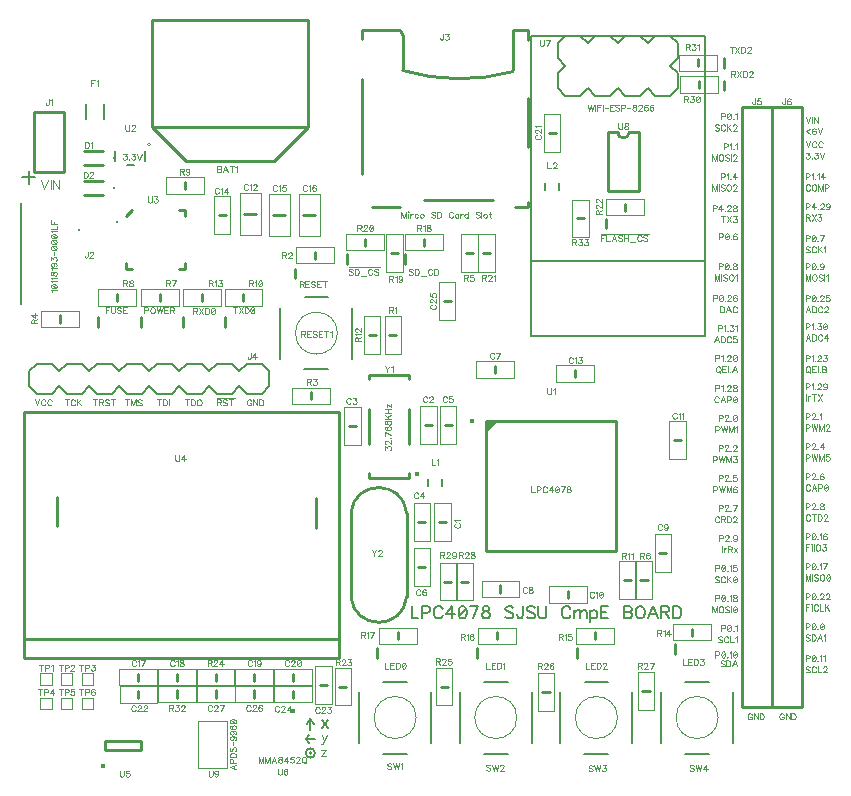
<source format=gbr>
%TF.GenerationSoftware,Novarm,DipTrace,3.2.0.1*%
%TF.CreationDate,2018-09-17T07:16:21-08:00*%
%FSLAX26Y26*%
%MOIN*%
%TF.FileFunction,Legend,Top*%
%TF.Part,Single*%
%ADD10C,0.009843*%
%ADD16C,0.006*%
%ADD18C,0.008*%
%ADD25C,0.003937*%
%ADD29C,0.009433*%
%ADD31C,0.005*%
%ADD35C,0.009994*%
%ADD47C,0.000013*%
%ADD49C,0.015768*%
%ADD52C,0.011774*%
%ADD57C,0.015401*%
%ADD59C,0.015697*%
%ADD65C,0.015422*%
%ADD142C,0.003088*%
%ADD143C,0.006176*%
%ADD144C,0.004632*%
%ADD145C,0.00772*%
G75*
G01*
%LPD*%
X1347462Y2571825D2*
D10*
X828722D1*
Y2928075D1*
X1347462D1*
Y2571825D1*
X1235021Y2459324D1*
X828722Y2571825D2*
X941242Y2459324D1*
X1235021D2*
X941242D1*
X1808636Y1253986D2*
X1785013D1*
X1824383Y1316978D2*
D25*
X1769265D1*
Y1190994D1*
X1824383D1*
Y1316978D1*
X1737997Y1577307D2*
D10*
X1761620D1*
X1722250Y1514315D2*
D25*
X1777368D1*
Y1640299D1*
X1722250D1*
Y1514315D1*
X1485805Y1575089D2*
D10*
X1509429D1*
X1470058Y1512097D2*
D25*
X1525176D1*
Y1638082D1*
X1470058D1*
Y1512097D1*
X1716263Y1255292D2*
D10*
X1739887D1*
X1700516Y1192299D2*
D25*
X1755634D1*
Y1318284D1*
X1700516D1*
Y1192299D1*
X1803615Y1577307D2*
D10*
X1827239D1*
X1787868Y1514315D2*
D25*
X1842986D1*
Y1640299D1*
X1787868D1*
Y1514315D1*
X1739887Y1103986D2*
D10*
X1716263D1*
X1755634Y1166978D2*
D25*
X1700516D1*
Y1040994D1*
X1755634D1*
Y1166978D1*
X1972567Y1750758D2*
D10*
Y1774382D1*
X2035559Y1735011D2*
D25*
X1909575D1*
Y1790129D1*
X2035559D1*
Y1735011D1*
X1989830Y1043069D2*
D10*
Y1019446D1*
X1926837Y1058816D2*
D25*
X2052822D1*
Y1003698D1*
X1926837D1*
Y1058816D1*
X2519388Y1152160D2*
D10*
X2543011D1*
X2503641Y1089168D2*
D25*
X2558759D1*
Y1215152D1*
X2503641D1*
Y1089168D1*
X2216292Y1000837D2*
D10*
Y1024460D1*
X2279284Y985089D2*
D25*
X2153299D1*
Y1040208D1*
X2279284D1*
Y985089D1*
X2569160Y1527313D2*
D10*
X2592783D1*
X2553412Y1464320D2*
D25*
X2608530D1*
Y1590305D1*
X2553412D1*
Y1464320D1*
X1175888Y2281299D2*
D10*
X1136514D1*
X1191634Y2352166D2*
D25*
X1120768D1*
Y2210433D1*
X1191634D1*
Y2352166D1*
X2239475Y1761883D2*
D10*
Y1738259D1*
X2176483Y1777630D2*
D25*
X2302467D1*
Y1722512D1*
X2176483D1*
Y1777630D1*
X1074263Y2277166D2*
D10*
X1050640D1*
X1090011Y2340158D2*
D25*
X1034893D1*
Y2214173D1*
X1090011D1*
Y2340158D1*
X1272674Y2278046D2*
D10*
X1233300D1*
X1288420Y2348912D2*
D25*
X1217554D1*
Y2207180D1*
X1288420D1*
Y2348912D1*
X1372665Y2278046D2*
D10*
X1333291D1*
X1388411Y2348912D2*
D25*
X1317545D1*
Y2207180D1*
X1388411D1*
Y2348912D1*
X782781Y749036D2*
D10*
Y725413D1*
X719789Y764784D2*
D25*
X845773D1*
Y709666D1*
X719789D1*
Y764784D1*
X911545Y749036D2*
D10*
Y725413D1*
X848553Y764784D2*
D25*
X974537D1*
Y709666D1*
X848553D1*
Y764784D1*
X1169071Y749036D2*
D10*
Y725413D1*
X1106079Y764784D2*
D25*
X1232063D1*
Y709666D1*
X1106079D1*
Y764784D1*
X1297835Y749036D2*
D10*
Y725413D1*
X1234843Y764784D2*
D25*
X1360827D1*
Y709666D1*
X1234843D1*
Y764784D1*
X2150453Y2552205D2*
D10*
X2174077D1*
X2134706Y2489213D2*
D25*
X2189824D1*
Y2615197D1*
X2134706D1*
Y2489213D1*
X783160Y668715D2*
D10*
Y692338D1*
X846152Y652967D2*
D25*
X720168D1*
Y708086D1*
X846152D1*
Y652967D1*
X1388139Y710236D2*
D10*
X1411762D1*
X1372391Y647244D2*
D25*
X1427509D1*
Y773229D1*
X1372391D1*
Y647244D1*
X1297835Y669157D2*
D10*
Y692781D1*
X1360827Y653410D2*
D25*
X1234843D1*
Y708528D1*
X1360827D1*
Y653410D1*
X1824114Y1991578D2*
D10*
X1800490D1*
X1839861Y2054570D2*
D25*
X1784743D1*
Y1928586D1*
X1839861D1*
Y2054570D1*
X1169156Y693013D2*
D10*
Y669389D1*
X1106164Y708760D2*
D25*
X1232149D1*
Y653642D1*
X1106164D1*
Y708760D1*
X1040575Y693013D2*
D10*
Y669389D1*
X977583Y708760D2*
D25*
X1103567D1*
Y653642D1*
X977583D1*
Y708760D1*
X664207Y2445124D2*
D10*
X601216D1*
X664207Y2492367D2*
X601216D1*
D29*
X701215Y2468746D3*
X664207Y2345135D2*
D10*
X601216D1*
X664207Y2392378D2*
X601216D1*
D29*
X701215Y2368756D3*
X667425Y2648852D2*
D18*
Y2598854D1*
X607425D2*
Y2648852D1*
X534316Y2621870D2*
D10*
X434316D1*
X534316Y2421870D2*
Y2621870D1*
Y2421870D2*
X434316D1*
Y2621870D1*
D35*
X586718Y2228694D3*
X391834Y2317274D2*
D31*
Y1982629D1*
X1528035Y2415472D2*
D10*
Y2730513D1*
Y2866214D2*
Y2893713D1*
X2083024D2*
Y2862030D1*
Y2667146D2*
Y2505740D1*
Y2321019D2*
Y2305476D1*
X2039865D1*
X1964488Y2328790D2*
X1736536D1*
X1653865Y2305476D2*
X1563292D1*
X1655688Y2893115D2*
X1663591Y2873986D1*
Y2759806D1*
X2030139Y2893115D2*
Y2759806D1*
X1663591D2*
G03X2030139Y2755621I190683J646859D01*
G01*
X1655688Y2893115D2*
X1528035Y2893713D1*
X2030139D2*
X2083024D1*
X1043741Y1782450D2*
D18*
X1093741D1*
X1118701Y1757450D1*
Y1707450D2*
X1093741Y1682450D1*
X918701Y1757450D2*
X943741Y1782450D1*
X993741D1*
X1018701Y1757450D1*
Y1707450D2*
X993741Y1682450D1*
X943741D1*
X918701Y1707450D1*
X1043741Y1782450D2*
X1018701Y1757450D1*
Y1707450D2*
X1043741Y1682450D1*
X1093741D2*
X1043741D1*
X743741Y1782450D2*
X793741D1*
X818701Y1757450D1*
Y1707450D2*
X793741Y1682450D1*
X818701Y1757450D2*
X843661Y1782450D1*
X893661D1*
X918701Y1757450D1*
Y1707450D2*
X893661Y1682450D1*
X843661D1*
X818701Y1707450D1*
X618701Y1757450D2*
X643741Y1782450D1*
X693741D1*
X718701Y1757450D1*
Y1707450D2*
X693741Y1682450D1*
X643741D1*
X618701Y1707450D1*
X743741Y1782450D2*
X718701Y1757450D1*
Y1707450D2*
X743741Y1682450D1*
X793741D2*
X743741D1*
X443661Y1782450D2*
X493661D1*
X518701Y1757450D1*
Y1707450D2*
X493661Y1682450D1*
X518701Y1757450D2*
X543661Y1782450D1*
X593661D1*
X618701Y1757450D1*
Y1707450D2*
X593661Y1682450D1*
X543661D1*
X518701Y1707450D1*
X418701Y1757450D2*
Y1707450D1*
X443661Y1782450D2*
X418701Y1757450D1*
Y1707450D2*
X443661Y1682450D1*
X493661D2*
X443661D1*
X1143741Y1782450D2*
X1193741D1*
X1218701Y1757450D1*
Y1707450D1*
X1193741Y1682450D1*
X1143741Y1782450D2*
X1118701Y1757450D1*
Y1707450D2*
X1143741Y1682450D1*
X1193741D2*
X1143741D1*
X2793701Y713450D2*
D10*
Y2637450D1*
Y637450D2*
Y713450D1*
X2893701Y637450D2*
X2793701D1*
X2893701D2*
Y2637450D1*
X2793701D1*
X2893701Y713450D2*
Y2637450D1*
Y637450D2*
Y713450D1*
X2993701Y637450D2*
X2893701D1*
X2993701D2*
Y2637450D1*
X2893701D1*
X1748352Y1373663D2*
D16*
Y1397288D1*
X1795596Y1373663D2*
Y1397288D1*
X2138643Y2361130D2*
Y2384755D1*
X2185887Y2361130D2*
Y2384755D1*
X1072662Y1906180D2*
D10*
Y1937676D1*
X932051Y1906180D2*
Y1937676D1*
X1304244Y2067704D2*
Y2099200D1*
X791441Y1906180D2*
Y1937676D1*
X647706Y1906180D2*
Y1937676D1*
X2572244Y815453D2*
Y846949D1*
X2245160Y802953D2*
Y834449D1*
X1911828Y802953D2*
Y834449D1*
X1578495Y802953D2*
Y834449D1*
X1672406Y2115626D2*
Y2147122D1*
X1478635Y2115626D2*
Y2147122D1*
X2341278Y2234271D2*
Y2265767D1*
X2734743Y2693586D2*
Y2725082D1*
Y2768586D2*
Y2800082D1*
X1658760Y1941979D2*
D25*
X1603642D1*
Y1815995D1*
X1658760D1*
Y1941979D1*
X1643013Y1878987D2*
D10*
X1619389D1*
X1309851Y2171433D2*
D25*
X1435835D1*
Y2116315D1*
X1309851D1*
Y2171433D1*
X1372843Y2155686D2*
D10*
Y2132062D1*
X1295326Y1702638D2*
D25*
X1421310D1*
Y1647520D1*
X1295326D1*
Y1702638D1*
X1358318Y1686891D2*
D10*
Y1663267D1*
X457914Y1958861D2*
D25*
X583898D1*
Y1903743D1*
X457914D1*
Y1958861D1*
X520906Y1943114D2*
D10*
Y1919490D1*
X1860066Y2089345D2*
D25*
X1915184D1*
Y2215330D1*
X1860066D1*
Y2089345D1*
X1875813Y2152337D2*
D10*
X1899437D1*
X2496042Y1123604D2*
D25*
X2440924D1*
Y997620D1*
X2496042D1*
Y1123604D1*
X2480295Y1060612D2*
D10*
X2456671D1*
X792253Y2030729D2*
D25*
X918238D1*
Y1975610D1*
X792253D1*
Y2030729D1*
X855246Y2014981D2*
D10*
Y1991358D1*
X648519Y2030729D2*
D25*
X774503D1*
Y1975610D1*
X648519D1*
Y2030729D1*
X711511Y2014981D2*
D10*
Y1991358D1*
X874402Y2403471D2*
D25*
X1000386D1*
Y2348353D1*
X874402D1*
Y2403471D1*
X937394Y2387724D2*
D10*
Y2364100D1*
X1070349Y2030729D2*
D25*
X1196334D1*
Y1975610D1*
X1070349D1*
Y2030729D1*
X1133341Y2014981D2*
D10*
Y1991358D1*
X2439798Y1123418D2*
D25*
X2384680D1*
Y997433D1*
X2439798D1*
Y1123418D1*
X2424051Y1060425D2*
D10*
X2400427D1*
X1590011Y1941979D2*
D25*
X1534893D1*
Y1815995D1*
X1590011D1*
Y1941979D1*
X1574263Y1878987D2*
D10*
X1550640D1*
X932864Y2030729D2*
D25*
X1058848D1*
Y1975610D1*
X932864D1*
Y2030729D1*
X995856Y2014981D2*
D10*
Y1991358D1*
X2691979Y859890D2*
D25*
X2565995D1*
Y915008D1*
X2691979D1*
Y859890D1*
X2628987Y875637D2*
D10*
Y899261D1*
X2369016Y847390D2*
D25*
X2243032D1*
Y902508D1*
X2369016D1*
Y847390D1*
X2306024Y863137D2*
D10*
Y886761D1*
X2041978Y847391D2*
D25*
X1915994D1*
Y902509D1*
X2041978D1*
Y847391D1*
X1978986Y863139D2*
D10*
Y886762D1*
X1710593Y847390D2*
D25*
X1584609D1*
Y902508D1*
X1710593D1*
Y847390D1*
X1647601Y863137D2*
D10*
Y886761D1*
X1672243Y2215011D2*
D25*
X1798227D1*
Y2159893D1*
X1672243D1*
Y2215011D1*
X1735235Y2199263D2*
D10*
Y2175640D1*
X1609891Y2089173D2*
D25*
X1665009D1*
Y2215158D1*
X1609891D1*
Y2089173D1*
X1625639Y2152166D2*
D10*
X1649262D1*
X1476671Y2215011D2*
D25*
X1602655D1*
Y2159893D1*
X1476671D1*
Y2215011D1*
X1539663Y2199263D2*
D10*
Y2175640D1*
X1915979Y2089255D2*
D25*
X1971097D1*
Y2215239D1*
X1915979D1*
Y2089255D1*
X1931726Y2152247D2*
D10*
X1955350D1*
X2342998Y2331604D2*
D25*
X2468982D1*
Y2276486D1*
X2342998D1*
Y2331604D1*
X2405990Y2315857D2*
D10*
Y2292233D1*
X1492334Y769223D2*
D25*
X1437215D1*
Y643239D1*
X1492334D1*
Y769223D1*
X1476586Y706231D2*
D10*
X1452963D1*
X1103299Y709666D2*
D25*
X977315D1*
Y764784D1*
X1103299D1*
Y709666D1*
X1040307Y725413D2*
D10*
Y749036D1*
X1829869Y769223D2*
D25*
X1774751D1*
Y643239D1*
X1829869D1*
Y769223D1*
X1814122Y706231D2*
D10*
X1790498D1*
X2169232Y750471D2*
D25*
X2114114D1*
Y624487D1*
X2169232D1*
Y750471D1*
X2153485Y687479D2*
D10*
X2129862D1*
X2502729Y754511D2*
D25*
X2447610D1*
Y628526D1*
X2502729D1*
Y754511D1*
X2486981Y691519D2*
D10*
X2463358D1*
X1898626Y1118991D2*
D25*
X1843508D1*
Y993007D1*
X1898626D1*
Y1118991D1*
X1882879Y1055999D2*
D10*
X1859255D1*
X1842370Y1118991D2*
D25*
X1787252D1*
Y993007D1*
X1842370D1*
Y1118991D1*
X1826623Y1055999D2*
D10*
X1802999D1*
X2588940Y2740029D2*
D25*
X2714924D1*
Y2684911D1*
X2588940D1*
Y2740029D1*
X2651932Y2724282D2*
D10*
Y2700658D1*
X2586722Y2812803D2*
D25*
X2712706D1*
Y2757685D1*
X2586722D1*
Y2812803D1*
X2649714Y2797056D2*
D10*
Y2773432D1*
X849003Y708760D2*
D25*
X974987D1*
Y653642D1*
X849003D1*
Y708760D1*
X911995Y693013D2*
D10*
Y669389D1*
X2228642Y2203495D2*
D25*
X2283760D1*
Y2329479D1*
X2228642D1*
Y2203495D1*
X2244389Y2266487D2*
D10*
X2268013D1*
X1306445Y1884201D2*
D47*
G02X1306445Y1884201I70006J0D01*
G01*
X1256448Y1969209D2*
D18*
Y1799193D1*
X1496453D2*
Y1969209D1*
X1337164Y2004189D2*
X1416443D1*
X1335979Y1764213D2*
X1416443D1*
X1568945Y602950D2*
D47*
G02X1568945Y602950I70006J0D01*
G01*
X1518948Y687958D2*
D18*
Y517942D1*
X1758953D2*
Y687958D1*
X1599664Y722938D2*
X1678943D1*
X1598479Y482962D2*
X1678943D1*
X1904362Y602950D2*
D47*
G02X1904362Y602950I70006J0D01*
G01*
X1854365Y687958D2*
D18*
Y517942D1*
X2094370D2*
Y687958D1*
X1935081Y722938D2*
X2014360D1*
X1933896Y482962D2*
X2014360D1*
X2239778Y602950D2*
D47*
G02X2239778Y602950I70006J0D01*
G01*
X2189781Y687958D2*
D18*
Y517942D1*
X2429786D2*
Y687958D1*
X2270497Y722938D2*
X2349776D1*
X2269312Y482962D2*
X2349776D1*
X2575195Y602950D2*
D47*
G02X2575195Y602950I70006J0D01*
G01*
X2525199Y687958D2*
D18*
Y517942D1*
X2765203D2*
Y687958D1*
X2605914Y722938D2*
X2685193D1*
X2604730Y482962D2*
X2685193D1*
X456202Y712451D2*
D25*
X493702D1*
Y749951D1*
X456202D1*
Y712451D1*
X524951D2*
X562451D1*
Y749951D1*
X524951D1*
Y712451D1*
X593678Y712678D2*
X631178D1*
Y750178D1*
X593678D1*
Y712678D1*
X456192Y631437D2*
X493692D1*
Y668937D1*
X456192D1*
Y631437D1*
X524935D2*
X562435D1*
Y668937D1*
X524935D1*
Y631437D1*
X593678D2*
X631178D1*
Y668937D1*
X593678D1*
Y631437D1*
X1941910Y1591998D2*
D10*
X2375020D1*
Y1158887D1*
X1941910D1*
Y1591998D1*
G36*
D2*
Y1552608D1*
X1981299Y1591998D1*
X1941910D1*
G37*
D49*
X1894695D3*
X814302Y2513763D2*
D47*
G02X814302Y2513763I4999J0D01*
G01*
X706303Y2456858D2*
D18*
Y2490670D1*
X806300D2*
Y2456858D1*
X766865Y2445861D2*
X745738D1*
X919022Y2293689D2*
D10*
X938686D1*
Y2273997D1*
X919022Y2096816D2*
X938686D1*
Y2116507D2*
Y2096816D1*
X741866D2*
X761556D1*
X741866Y2116507D2*
Y2096816D1*
D52*
X712382Y2254316D3*
X761556Y2293689D2*
D10*
X741866Y2273997D1*
X510110Y1242562D2*
Y1336349D1*
X1376494Y1236238D2*
Y1336267D1*
X400788Y801381D2*
X1451969D1*
Y1622641D1*
X400788D1*
Y801381D1*
X401839Y864207D2*
X1451864D1*
D57*
X666756Y439832D3*
X672018Y493897D2*
D10*
X790126D1*
X672018Y525388D2*
X790126D1*
Y493897D2*
Y525388D1*
X672018Y493897D2*
Y525388D1*
D59*
X1299964Y623378D3*
X2670977Y2874969D2*
D31*
Y2124969D1*
Y1874969D1*
X2090977D1*
Y2124969D1*
Y2874969D1*
X2205991D1*
X2255987D1*
X2305983D1*
X2355979D1*
X2405975D1*
X2455971D1*
X2505967D1*
X2555963D1*
X2670977D1*
Y2124969D2*
X2090977D1*
X2555963Y2874969D2*
X2580961Y2849969D1*
Y2799969D1*
X2555963Y2774969D1*
X2580961Y2749969D1*
Y2699969D1*
X2555963Y2674969D1*
X2505967D1*
X2480969Y2699969D1*
X2455971Y2674969D1*
X2405975D1*
X2380977Y2699969D1*
X2355979Y2674969D1*
X2305983D1*
X2280985Y2699969D1*
X2255987Y2674969D1*
X2205991D1*
X2180993Y2699969D1*
Y2749969D1*
X2205991Y2774969D1*
X2180993Y2799969D1*
Y2849969D1*
X2205991Y2874969D1*
X2255987D2*
X2280985Y2849969D1*
X2305983Y2874969D1*
X2355979D2*
X2380977Y2849969D1*
X2405975Y2874969D1*
X2455971D2*
X2480969Y2849969D1*
X2505967Y2874969D1*
X2348613Y2554666D2*
D10*
Y2357812D1*
X2450989Y2554666D2*
Y2357812D1*
X2348613D2*
X2450989D1*
X2380106Y2554666D2*
X2348613D1*
X2419495D2*
X2450989D1*
X2380106D2*
G03X2419495Y2554666I19694J9D01*
G01*
X982629Y590650D2*
D25*
X1077117D1*
Y436017D1*
X982629D1*
Y590650D1*
D65*
X1711300Y1414945D3*
X1685086Y1731553D2*
D10*
Y1745253D1*
X1551121Y1731553D2*
Y1745253D1*
X1685086D2*
X1551121D1*
X1685086Y1515080D2*
Y1632907D1*
X1551121Y1515080D2*
Y1632907D1*
Y1402734D2*
Y1416435D1*
X1685086Y1402734D2*
Y1416435D1*
Y1402734D2*
X1551121D1*
X1677200Y1005290D2*
Y1284619D1*
X1491452Y1005290D2*
Y1284619D1*
Y1005290D2*
G03X1677200Y1005290I92874J8216D01*
G01*
Y1284619D2*
G03X1491452Y1284619I-92874J-8216D01*
G01*
X1340390Y531440D2*
D18*
X1371668Y531486D1*
X1340390Y531440D2*
X1352890Y543940D1*
X1340390Y531440D2*
X1352890Y518941D1*
X1356015Y562689D2*
Y597065D1*
X1343513Y581440D1*
X1356015Y597065D2*
X1368515Y581440D1*
X1340487Y484593D2*
G02X1340487Y484593I15627J0D01*
G01*
X1352990Y484594D2*
G02X1352990Y484594I3125J0D01*
G01*
X1046023Y2441793D2*
D142*
Y2421697D1*
X1054645D1*
X1057519Y2422670D1*
X1058470Y2423621D1*
X1059420Y2425522D1*
Y2428396D1*
X1058470Y2430319D1*
X1057519Y2431270D1*
X1054645Y2432221D1*
X1057519Y2433193D1*
X1058470Y2434144D1*
X1059420Y2436045D1*
Y2437969D1*
X1058470Y2439870D1*
X1057519Y2440843D1*
X1054645Y2441793D1*
X1046023D1*
Y2432221D2*
X1054645D1*
X1080917Y2421697D2*
X1073245Y2441793D1*
X1065596Y2421697D1*
X1068470Y2428396D2*
X1078043D1*
X1093791Y2441793D2*
Y2421697D1*
X1087093Y2441793D2*
X1100490D1*
X1106666Y2437947D2*
X1108589Y2438919D1*
X1111463Y2441771D1*
Y2421697D1*
X1841061Y1249898D2*
X1839160Y1248947D1*
X1837236Y1247024D1*
X1836286Y1245122D1*
Y1241298D1*
X1837236Y1239374D1*
X1839160Y1237473D1*
X1841061Y1236500D1*
X1843935Y1235550D1*
X1848732D1*
X1851584Y1236500D1*
X1853508Y1237473D1*
X1855409Y1239374D1*
X1856382Y1241298D1*
Y1245122D1*
X1855409Y1247024D1*
X1853508Y1248947D1*
X1851584Y1249898D1*
X1840133Y1256073D2*
X1839160Y1257997D1*
X1836308Y1260871D1*
X1856382D1*
X1746262Y1669054D2*
X1745311Y1670955D1*
X1743388Y1672878D1*
X1741486Y1673829D1*
X1737662D1*
X1735738Y1672878D1*
X1733837Y1670955D1*
X1732864Y1669054D1*
X1731914Y1666180D1*
Y1661382D1*
X1732864Y1658530D1*
X1733837Y1656607D1*
X1735738Y1654706D1*
X1737662Y1653733D1*
X1741486D1*
X1743388Y1654706D1*
X1745311Y1656607D1*
X1746262Y1658530D1*
X1753410Y1669031D2*
Y1669982D1*
X1754361Y1671905D1*
X1755311Y1672856D1*
X1757235Y1673807D1*
X1761059D1*
X1762961Y1672856D1*
X1763911Y1671905D1*
X1764884Y1669982D1*
Y1668081D1*
X1763911Y1666157D1*
X1762010Y1663305D1*
X1752437Y1653733D1*
X1765835D1*
X1490945Y1663712D2*
X1489995Y1665614D1*
X1488071Y1667537D1*
X1486170Y1668488D1*
X1482345D1*
X1480422Y1667537D1*
X1478521Y1665614D1*
X1477548Y1663712D1*
X1476597Y1660838D1*
Y1656041D1*
X1477548Y1653189D1*
X1478521Y1651266D1*
X1480422Y1649364D1*
X1482345Y1648392D1*
X1486170D1*
X1488071Y1649364D1*
X1489995Y1651266D1*
X1490945Y1653189D1*
X1499045Y1668465D2*
X1509546D1*
X1503820Y1660816D1*
X1506694D1*
X1508595Y1659866D1*
X1509546Y1658915D1*
X1510518Y1656041D1*
Y1654140D1*
X1509546Y1651266D1*
X1507644Y1649342D1*
X1504770Y1648392D1*
X1501896D1*
X1499045Y1649342D1*
X1498094Y1650315D1*
X1497121Y1652216D1*
X1716181Y1348561D2*
X1715231Y1350463D1*
X1713307Y1352386D1*
X1711406Y1353337D1*
X1707581D1*
X1705658Y1352386D1*
X1703757Y1350463D1*
X1702784Y1348561D1*
X1701833Y1345687D1*
Y1340890D1*
X1702784Y1338038D1*
X1703757Y1336115D1*
X1705658Y1334213D1*
X1707581Y1333241D1*
X1711406D1*
X1713307Y1334213D1*
X1715231Y1336115D1*
X1716181Y1338038D1*
X1731930Y1333241D2*
Y1353315D1*
X1722357Y1339939D1*
X1736705D1*
X1811880Y1669071D2*
X1810929Y1670972D1*
X1809006Y1672895D1*
X1807105Y1673846D1*
X1803280D1*
X1801356Y1672895D1*
X1799455Y1670972D1*
X1798482Y1669071D1*
X1797532Y1666197D1*
Y1661399D1*
X1798482Y1658547D1*
X1799455Y1656624D1*
X1801356Y1654723D1*
X1803280Y1653750D1*
X1807105D1*
X1809006Y1654723D1*
X1810929Y1656624D1*
X1811880Y1658547D1*
X1829529Y1673824D2*
X1819979D1*
X1819028Y1665224D1*
X1819979Y1666174D1*
X1822853Y1667147D1*
X1825705D1*
X1828579Y1666174D1*
X1830502Y1664273D1*
X1831453Y1661399D1*
Y1659498D1*
X1830502Y1656624D1*
X1828579Y1654701D1*
X1825705Y1653750D1*
X1822853D1*
X1819979Y1654701D1*
X1819028Y1655673D1*
X1818056Y1657575D1*
X1723394Y1025400D2*
X1722443Y1027301D1*
X1720520Y1029225D1*
X1718618Y1030175D1*
X1714794D1*
X1712870Y1029225D1*
X1710969Y1027301D1*
X1709996Y1025400D1*
X1709046Y1022526D1*
Y1017729D1*
X1709996Y1014877D1*
X1710969Y1012953D1*
X1712870Y1011052D1*
X1714794Y1010079D1*
X1718618D1*
X1720520Y1011052D1*
X1722443Y1012953D1*
X1723394Y1014877D1*
X1741043Y1027301D2*
X1740093Y1029203D1*
X1737219Y1030153D1*
X1735317D1*
X1732443Y1029203D1*
X1730520Y1026329D1*
X1729569Y1021553D1*
Y1016778D1*
X1730520Y1012953D1*
X1732443Y1011030D1*
X1735317Y1010079D1*
X1736268D1*
X1739120Y1011030D1*
X1741043Y1012953D1*
X1741994Y1015827D1*
Y1016778D1*
X1741043Y1019652D1*
X1739120Y1021553D1*
X1736268Y1022504D1*
X1735317D1*
X1732443Y1021553D1*
X1730520Y1019652D1*
X1729569Y1016778D1*
X1969972Y1814635D2*
X1969021Y1816536D1*
X1967098Y1818460D1*
X1965196Y1819410D1*
X1961372D1*
X1959448Y1818460D1*
X1957547Y1816536D1*
X1956574Y1814635D1*
X1955624Y1811761D1*
Y1806963D1*
X1956574Y1804112D1*
X1957547Y1802188D1*
X1959448Y1800287D1*
X1961372Y1799314D1*
X1965196D1*
X1967098Y1800287D1*
X1969021Y1802188D1*
X1969972Y1804112D1*
X1979972Y1799314D2*
X1989545Y1819388D1*
X1976147D1*
X2077861Y1033328D2*
X2076910Y1035229D1*
X2074987Y1037152D1*
X2073085Y1038103D1*
X2069261D1*
X2067337Y1037152D1*
X2065436Y1035229D1*
X2064463Y1033328D1*
X2063513Y1030454D1*
Y1025656D1*
X2064463Y1022804D1*
X2065436Y1020881D1*
X2067337Y1018980D1*
X2069261Y1018007D1*
X2073085D1*
X2074987Y1018980D1*
X2076910Y1020881D1*
X2077861Y1022804D1*
X2088812Y1038081D2*
X2085960Y1037130D1*
X2084987Y1035229D1*
Y1033306D1*
X2085960Y1031404D1*
X2087861Y1030432D1*
X2091686Y1029481D1*
X2094560Y1028530D1*
X2096461Y1026607D1*
X2097412Y1024706D1*
Y1021832D1*
X2096461Y1019930D1*
X2095510Y1018958D1*
X2092636Y1018007D1*
X2088812D1*
X2085960Y1018958D1*
X2084987Y1019930D1*
X2084036Y1021832D1*
Y1024706D1*
X2084987Y1026607D1*
X2086910Y1028530D1*
X2089762Y1029481D1*
X2093587Y1030432D1*
X2095510Y1031404D1*
X2096461Y1033306D1*
Y1035229D1*
X2095510Y1037130D1*
X2092636Y1038081D1*
X2088812D1*
X2529080Y1242783D2*
X2528129Y1244684D1*
X2526206Y1246608D1*
X2524304Y1247558D1*
X2520480D1*
X2518556Y1246608D1*
X2516655Y1244684D1*
X2515682Y1242783D1*
X2514732Y1239909D1*
Y1235112D1*
X2515682Y1232260D1*
X2516655Y1230336D1*
X2518556Y1228435D1*
X2520480Y1227462D1*
X2524304D1*
X2526206Y1228435D1*
X2528129Y1230336D1*
X2529080Y1232260D1*
X2547702Y1240860D2*
X2546729Y1237986D1*
X2544828Y1236062D1*
X2541954Y1235112D1*
X2541003D1*
X2538129Y1236062D1*
X2536228Y1237986D1*
X2535255Y1240860D1*
Y1241810D1*
X2536228Y1244684D1*
X2538129Y1246586D1*
X2541003Y1247536D1*
X2541954D1*
X2544828Y1246586D1*
X2546729Y1244684D1*
X2547702Y1240860D1*
Y1236062D1*
X2546729Y1231287D1*
X2544828Y1228413D1*
X2541954Y1227462D1*
X2540053D1*
X2537179Y1228413D1*
X2536228Y1230336D1*
X2301950Y1017844D2*
X2300999Y1019745D1*
X2299076Y1021668D1*
X2297174Y1022619D1*
X2293350D1*
X2291426Y1021668D1*
X2289525Y1019745D1*
X2288552Y1017844D1*
X2287602Y1014970D1*
Y1010172D1*
X2288552Y1007320D1*
X2289525Y1005397D1*
X2291426Y1003496D1*
X2293350Y1002523D1*
X2297174D1*
X2299076Y1003496D1*
X2300999Y1005397D1*
X2301950Y1007320D1*
X2308125Y1018772D2*
X2310049Y1019745D1*
X2312923Y1022597D1*
Y1002523D1*
X2324847Y1022597D2*
X2321972Y1021646D1*
X2320049Y1018772D1*
X2319098Y1013997D1*
Y1011123D1*
X2320049Y1006347D1*
X2321972Y1003473D1*
X2324847Y1002523D1*
X2326748D1*
X2329622Y1003473D1*
X2331523Y1006347D1*
X2332496Y1011123D1*
Y1013997D1*
X2331523Y1018772D1*
X2329622Y1021646D1*
X2326748Y1022597D1*
X2324847D1*
X2331523Y1018772D2*
X2320049Y1006347D1*
X2577735Y1614345D2*
X2576785Y1616246D1*
X2574861Y1618170D1*
X2572960Y1619120D1*
X2569135D1*
X2567212Y1618170D1*
X2565311Y1616246D1*
X2564338Y1614345D1*
X2563387Y1611471D1*
Y1606673D1*
X2564338Y1603822D1*
X2565311Y1601898D1*
X2567212Y1599997D1*
X2569135Y1599024D1*
X2572960D1*
X2574861Y1599997D1*
X2576785Y1601898D1*
X2577735Y1603822D1*
X2583911Y1615273D2*
X2585834Y1616246D1*
X2588708Y1619098D1*
Y1599024D1*
X2594884Y1615273D2*
X2596807Y1616246D1*
X2599681Y1619098D1*
Y1599024D1*
X1148086Y2376634D2*
X1147136Y2378535D1*
X1145212Y2380458D1*
X1143311Y2381409D1*
X1139486D1*
X1137563Y2380458D1*
X1135662Y2378535D1*
X1134689Y2376634D1*
X1133738Y2373760D1*
Y2368962D1*
X1134689Y2366110D1*
X1135662Y2364187D1*
X1137563Y2362286D1*
X1139486Y2361313D1*
X1143311D1*
X1145212Y2362286D1*
X1147136Y2364187D1*
X1148086Y2366110D1*
X1154262Y2377562D2*
X1156185Y2378535D1*
X1159059Y2381387D1*
Y2361313D1*
X1166208Y2376611D2*
Y2377562D1*
X1167158Y2379485D1*
X1168109Y2380436D1*
X1170032Y2381387D1*
X1173857D1*
X1175758Y2380436D1*
X1176709Y2379485D1*
X1177682Y2377562D1*
Y2375661D1*
X1176709Y2373737D1*
X1174808Y2370886D1*
X1165235Y2361313D1*
X1178632D1*
X2231384Y1799015D2*
X2230433Y1800917D1*
X2228510Y1802840D1*
X2226609Y1803791D1*
X2222784D1*
X2220861Y1802840D1*
X2218959Y1800917D1*
X2217987Y1799015D1*
X2217036Y1796141D1*
Y1791344D1*
X2217987Y1788492D1*
X2218959Y1786569D1*
X2220861Y1784667D1*
X2222784Y1783695D1*
X2226609D1*
X2228510Y1784667D1*
X2230433Y1786569D1*
X2231384Y1788492D1*
X2237560Y1799944D2*
X2239483Y1800917D1*
X2242357Y1803769D1*
Y1783695D1*
X2250456Y1803769D2*
X2260957D1*
X2255232Y1796119D1*
X2258106D1*
X2260007Y1795169D1*
X2260957Y1794218D1*
X2261930Y1791344D1*
Y1789443D1*
X2260957Y1786569D1*
X2259056Y1784645D1*
X2256182Y1783695D1*
X2253308D1*
X2250456Y1784645D1*
X2249506Y1785618D1*
X2248533Y1787519D1*
X1051318Y2364180D2*
X1050368Y2366081D1*
X1048444Y2368004D1*
X1046543Y2368955D1*
X1042718D1*
X1040795Y2368004D1*
X1038894Y2366081D1*
X1037921Y2364180D1*
X1036970Y2361305D1*
Y2356508D1*
X1037921Y2353656D1*
X1038894Y2351733D1*
X1040795Y2349832D1*
X1042718Y2348859D1*
X1046543D1*
X1048444Y2349832D1*
X1050368Y2351733D1*
X1051318Y2353656D1*
X1057494Y2365108D2*
X1059417Y2366081D1*
X1062291Y2368933D1*
Y2348859D1*
X1078040D2*
Y2368933D1*
X1068467Y2355557D1*
X1082815D1*
X1244888Y2373426D2*
X1243937Y2375328D1*
X1242014Y2377251D1*
X1240113Y2378202D1*
X1236288D1*
X1234365Y2377251D1*
X1232463Y2375328D1*
X1231491Y2373426D1*
X1230540Y2370552D1*
Y2365755D1*
X1231491Y2362903D1*
X1232463Y2360980D1*
X1234365Y2359078D1*
X1236288Y2358106D1*
X1240113D1*
X1242014Y2359078D1*
X1243937Y2360980D1*
X1244888Y2362903D1*
X1251064Y2374355D2*
X1252987Y2375328D1*
X1255861Y2378179D1*
Y2358106D1*
X1273511Y2378179D2*
X1263960D1*
X1263010Y2369579D1*
X1263960Y2370530D1*
X1266834Y2371503D1*
X1269686D1*
X1272560Y2370530D1*
X1274484Y2368629D1*
X1275434Y2365755D1*
Y2363854D1*
X1274484Y2360980D1*
X1272560Y2359056D1*
X1269686Y2358106D1*
X1266834D1*
X1263960Y2359056D1*
X1263010Y2360029D1*
X1262037Y2361930D1*
X1345365Y2373426D2*
X1344415Y2375328D1*
X1342491Y2377251D1*
X1340590Y2378202D1*
X1336765D1*
X1334842Y2377251D1*
X1332941Y2375328D1*
X1331968Y2373426D1*
X1331017Y2370552D1*
Y2365755D1*
X1331968Y2362903D1*
X1332941Y2360980D1*
X1334842Y2359078D1*
X1336765Y2358106D1*
X1340590D1*
X1342491Y2359078D1*
X1344415Y2360980D1*
X1345365Y2362903D1*
X1351541Y2374355D2*
X1353464Y2375328D1*
X1356338Y2378179D1*
Y2358106D1*
X1373988Y2375328D2*
X1373037Y2377229D1*
X1370163Y2378179D1*
X1368262D1*
X1365388Y2377229D1*
X1363465Y2374355D1*
X1362514Y2369579D1*
Y2364804D1*
X1363465Y2360980D1*
X1365388Y2359056D1*
X1368262Y2358106D1*
X1369213D1*
X1372065Y2359056D1*
X1373988Y2360980D1*
X1374939Y2363854D1*
Y2364804D1*
X1373988Y2367678D1*
X1372065Y2369579D1*
X1369213Y2370530D1*
X1368262D1*
X1365388Y2369579D1*
X1363465Y2367678D1*
X1362514Y2364804D1*
X774682Y789298D2*
X773731Y791199D1*
X771808Y793122D1*
X769907Y794073D1*
X766082D1*
X764159Y793122D1*
X762257Y791199D1*
X761285Y789298D1*
X760334Y786424D1*
Y781626D1*
X761285Y778774D1*
X762257Y776851D1*
X764159Y774950D1*
X766082Y773977D1*
X769907D1*
X771808Y774950D1*
X773731Y776851D1*
X774682Y778774D1*
X780858Y790226D2*
X782781Y791199D1*
X785655Y794051D1*
Y773977D1*
X795655D2*
X805228Y794051D1*
X791831D1*
X903457Y789298D2*
X902506Y791199D1*
X900583Y793122D1*
X898682Y794073D1*
X894857D1*
X892933Y793122D1*
X891032Y791199D1*
X890059Y789298D1*
X889109Y786424D1*
Y781626D1*
X890059Y778774D1*
X891032Y776851D1*
X892933Y774950D1*
X894857Y773977D1*
X898682D1*
X900583Y774950D1*
X902506Y776851D1*
X903457Y778774D1*
X909633Y790226D2*
X911556Y791199D1*
X914430Y794051D1*
Y773977D1*
X925381Y794051D2*
X922529Y793100D1*
X921556Y791199D1*
Y789276D1*
X922529Y787374D1*
X924430Y786401D1*
X928255Y785451D1*
X931129Y784500D1*
X933030Y782577D1*
X933981Y780676D1*
Y777802D1*
X933030Y775900D1*
X932080Y774928D1*
X929206Y773977D1*
X925381D1*
X922529Y774928D1*
X921556Y775900D1*
X920606Y777802D1*
Y780676D1*
X921556Y782577D1*
X923480Y784500D1*
X926332Y785451D1*
X930156Y786401D1*
X932080Y787374D1*
X933030Y789276D1*
Y791199D1*
X932080Y793100D1*
X929206Y794051D1*
X925381D1*
X1161447Y789298D2*
X1160497Y791199D1*
X1158573Y793122D1*
X1156672Y794073D1*
X1152847D1*
X1150924Y793122D1*
X1149023Y791199D1*
X1148050Y789298D1*
X1147099Y786424D1*
Y781626D1*
X1148050Y778774D1*
X1149023Y776851D1*
X1150924Y774950D1*
X1152847Y773977D1*
X1156672D1*
X1158573Y774950D1*
X1160497Y776851D1*
X1161447Y778774D1*
X1167623Y790226D2*
X1169546Y791199D1*
X1172420Y794051D1*
Y773977D1*
X1191043Y787374D2*
X1190070Y784500D1*
X1188169Y782577D1*
X1185295Y781626D1*
X1184344D1*
X1181470Y782577D1*
X1179569Y784500D1*
X1178596Y787374D1*
Y788325D1*
X1179569Y791199D1*
X1181470Y793100D1*
X1184344Y794051D1*
X1185295D1*
X1188169Y793100D1*
X1190070Y791199D1*
X1191043Y787374D1*
Y782577D1*
X1190070Y777802D1*
X1188169Y774928D1*
X1185295Y773977D1*
X1183394D1*
X1180519Y774928D1*
X1179569Y776851D1*
X1285436Y789298D2*
X1284485Y791199D1*
X1282562Y793122D1*
X1280661Y794073D1*
X1276836D1*
X1274912Y793122D1*
X1273011Y791199D1*
X1272038Y789298D1*
X1271088Y786424D1*
Y781626D1*
X1272038Y778774D1*
X1273011Y776851D1*
X1274912Y774950D1*
X1276836Y773977D1*
X1280661D1*
X1282562Y774950D1*
X1284485Y776851D1*
X1285436Y778774D1*
X1292584Y789276D2*
Y790226D1*
X1293535Y792150D1*
X1294486Y793100D1*
X1296409Y794051D1*
X1300234D1*
X1302135Y793100D1*
X1303085Y792150D1*
X1304058Y790226D1*
Y788325D1*
X1303085Y786401D1*
X1301184Y783550D1*
X1291612Y773977D1*
X1305009D1*
X1316933Y794051D2*
X1314059Y793100D1*
X1312135Y790226D1*
X1311185Y785451D1*
Y782577D1*
X1312135Y777802D1*
X1314059Y774928D1*
X1316933Y773977D1*
X1318834D1*
X1321708Y774928D1*
X1323609Y777802D1*
X1324582Y782577D1*
Y785451D1*
X1323609Y790226D1*
X1321708Y793100D1*
X1318834Y794051D1*
X1316933D1*
X1323609Y790226D2*
X1312135Y777802D1*
X2110192Y2544106D2*
X2108291Y2543155D1*
X2106368Y2541232D1*
X2105417Y2539331D1*
Y2535506D1*
X2106368Y2533583D1*
X2108291Y2531681D1*
X2110192Y2530709D1*
X2113066Y2529758D1*
X2117864D1*
X2120716Y2530709D1*
X2122639Y2531681D1*
X2124540Y2533583D1*
X2125513Y2535506D1*
Y2539331D1*
X2124540Y2541232D1*
X2122639Y2543155D1*
X2120716Y2544106D1*
X2110214Y2551254D2*
X2109264D1*
X2107340Y2552205D1*
X2106390Y2553156D1*
X2105439Y2555079D1*
Y2558904D1*
X2106390Y2560805D1*
X2107340Y2561756D1*
X2109264Y2562728D1*
X2111165D1*
X2113088Y2561756D1*
X2115940Y2559854D1*
X2125513Y2550282D1*
Y2563679D1*
X2109264Y2569855D2*
X2108291Y2571778D1*
X2105439Y2574652D1*
X2125513D1*
X773886Y638859D2*
X772935Y640761D1*
X771012Y642684D1*
X769111Y643635D1*
X765286D1*
X763363Y642684D1*
X761461Y640761D1*
X760489Y638859D1*
X759538Y635985D1*
Y631188D1*
X760489Y628336D1*
X761461Y626413D1*
X763363Y624511D1*
X765286Y623539D1*
X769111D1*
X771012Y624511D1*
X772935Y626413D1*
X773886Y628336D1*
X781034Y638837D2*
Y639788D1*
X781985Y641711D1*
X782936Y642662D1*
X784859Y643612D1*
X788684D1*
X790585Y642662D1*
X791536Y641711D1*
X792508Y639788D1*
Y637887D1*
X791536Y635963D1*
X789634Y633111D1*
X780062Y623539D1*
X793459D1*
X800607Y638837D2*
Y639788D1*
X801558Y641711D1*
X802509Y642662D1*
X804432Y643612D1*
X808257D1*
X810158Y642662D1*
X811109Y641711D1*
X812081Y639788D1*
Y637887D1*
X811109Y635963D1*
X809207Y633111D1*
X799635Y623539D1*
X813032D1*
X1387003Y632563D2*
X1386052Y634464D1*
X1384129Y636387D1*
X1382227Y637338D1*
X1378403D1*
X1376479Y636387D1*
X1374578Y634464D1*
X1373605Y632563D1*
X1372655Y629689D1*
Y624891D1*
X1373605Y622039D1*
X1374578Y620116D1*
X1376479Y618215D1*
X1378403Y617242D1*
X1382227D1*
X1384129Y618215D1*
X1386052Y620116D1*
X1387003Y622039D1*
X1394151Y632541D2*
Y633491D1*
X1395102Y635415D1*
X1396052Y636365D1*
X1397976Y637316D1*
X1401800D1*
X1403702Y636365D1*
X1404652Y635415D1*
X1405625Y633491D1*
Y631590D1*
X1404652Y629667D1*
X1402751Y626815D1*
X1393178Y617242D1*
X1406576D1*
X1414675Y637316D2*
X1425176D1*
X1419450Y629667D1*
X1422324D1*
X1424225Y628716D1*
X1425176Y627765D1*
X1426149Y624891D1*
Y622990D1*
X1425176Y620116D1*
X1423275Y618193D1*
X1420401Y617242D1*
X1417527D1*
X1414675Y618193D1*
X1413724Y619165D1*
X1412751Y621067D1*
X1252105Y637669D2*
X1251154Y639570D1*
X1249231Y641494D1*
X1247330Y642444D1*
X1243505D1*
X1241582Y641494D1*
X1239680Y639570D1*
X1238708Y637669D1*
X1237757Y634795D1*
Y629998D1*
X1238708Y627146D1*
X1239680Y625222D1*
X1241582Y623321D1*
X1243505Y622348D1*
X1247330D1*
X1249231Y623321D1*
X1251154Y625222D1*
X1252105Y627146D1*
X1259253Y637647D2*
Y638598D1*
X1260204Y640521D1*
X1261155Y641472D1*
X1263078Y642422D1*
X1266903D1*
X1268804Y641472D1*
X1269755Y640521D1*
X1270727Y638598D1*
Y636696D1*
X1269755Y634773D1*
X1267853Y631921D1*
X1258281Y622348D1*
X1271678D1*
X1287426D2*
Y642422D1*
X1277854Y629047D1*
X1292202D1*
X1760229Y1979179D2*
X1758328Y1978228D1*
X1756404Y1976305D1*
X1755454Y1974403D1*
Y1970579D1*
X1756404Y1968655D1*
X1758328Y1966754D1*
X1760229Y1965781D1*
X1763103Y1964831D1*
X1767900D1*
X1770752Y1965781D1*
X1772676Y1966754D1*
X1774577Y1968655D1*
X1775550Y1970579D1*
Y1974403D1*
X1774577Y1976305D1*
X1772676Y1978228D1*
X1770752Y1979179D1*
X1760251Y1986327D2*
X1759301D1*
X1757377Y1987278D1*
X1756427Y1988228D1*
X1755476Y1990152D1*
Y1993976D1*
X1756427Y1995878D1*
X1757377Y1996828D1*
X1759301Y1997801D1*
X1761202D1*
X1763125Y1996828D1*
X1765977Y1994927D1*
X1775550Y1985354D1*
Y1998752D1*
X1755476Y2016401D2*
Y2006851D1*
X1764076Y2005900D1*
X1763125Y2006851D1*
X1762152Y2009725D1*
Y2012577D1*
X1763125Y2015451D1*
X1765026Y2017374D1*
X1767900Y2018325D1*
X1769802D1*
X1772676Y2017374D1*
X1774599Y2015451D1*
X1775550Y2012577D1*
Y2009725D1*
X1774599Y2006851D1*
X1773626Y2005900D1*
X1771725Y2004927D1*
X1157244Y639514D2*
X1156293Y641415D1*
X1154370Y643339D1*
X1152468Y644289D1*
X1148644D1*
X1146720Y643339D1*
X1144819Y641415D1*
X1143846Y639514D1*
X1142896Y636640D1*
Y631843D1*
X1143846Y628991D1*
X1144819Y627067D1*
X1146720Y625166D1*
X1148644Y624193D1*
X1152468D1*
X1154370Y625166D1*
X1156293Y627067D1*
X1157244Y628991D1*
X1164392Y639492D2*
Y640443D1*
X1165343Y642366D1*
X1166293Y643317D1*
X1168217Y644267D1*
X1172041D1*
X1173943Y643317D1*
X1174893Y642366D1*
X1175866Y640443D1*
Y638541D1*
X1174893Y636618D1*
X1172992Y633766D1*
X1163419Y624193D1*
X1176817D1*
X1194466Y641415D2*
X1193516Y643317D1*
X1190642Y644267D1*
X1188740D1*
X1185866Y643317D1*
X1183943Y640443D1*
X1182992Y635667D1*
Y630892D1*
X1183943Y627067D1*
X1185866Y625144D1*
X1188740Y624193D1*
X1189691D1*
X1192543Y625144D1*
X1194466Y627067D1*
X1195417Y629941D1*
Y630892D1*
X1194466Y633766D1*
X1192543Y635667D1*
X1189691Y636618D1*
X1188740D1*
X1185866Y635667D1*
X1183943Y633766D1*
X1182992Y630892D1*
X1028176Y639514D2*
X1027225Y641415D1*
X1025302Y643339D1*
X1023401Y644289D1*
X1019576D1*
X1017653Y643339D1*
X1015751Y641415D1*
X1014779Y639514D1*
X1013828Y636640D1*
Y631843D1*
X1014779Y628991D1*
X1015751Y627067D1*
X1017653Y625166D1*
X1019576Y624193D1*
X1023401D1*
X1025302Y625166D1*
X1027225Y627067D1*
X1028176Y628991D1*
X1035324Y639492D2*
Y640443D1*
X1036275Y642366D1*
X1037226Y643317D1*
X1039149Y644267D1*
X1042974D1*
X1044875Y643317D1*
X1045826Y642366D1*
X1046798Y640443D1*
Y638541D1*
X1045826Y636618D1*
X1043924Y633766D1*
X1034352Y624193D1*
X1047749D1*
X1057749D2*
X1067322Y644267D1*
X1053925D1*
X604575Y2521656D2*
Y2501560D1*
X611274D1*
X614148Y2502533D1*
X616071Y2504434D1*
X617022Y2506358D1*
X617972Y2509210D1*
Y2514007D1*
X617022Y2516881D1*
X616071Y2518782D1*
X614148Y2520706D1*
X611274Y2521656D1*
X604575D1*
X624148Y2517809D2*
X626071Y2518782D1*
X628945Y2521634D1*
Y2501560D1*
X600275Y2421667D2*
Y2401571D1*
X606974D1*
X609848Y2402543D1*
X611771Y2404445D1*
X612722Y2406368D1*
X613672Y2409220D1*
Y2414017D1*
X612722Y2416891D1*
X611771Y2418793D1*
X609848Y2420716D1*
X606974Y2421667D1*
X600275D1*
X620821Y2416869D2*
Y2417820D1*
X621771Y2419743D1*
X622722Y2420694D1*
X624645Y2421645D1*
X628470D1*
X630371Y2420694D1*
X631322Y2419743D1*
X632295Y2417820D1*
Y2415919D1*
X631322Y2413995D1*
X629421Y2411143D1*
X619848Y2401571D1*
X633245D1*
X638162Y2727946D2*
X625716D1*
Y2707850D1*
Y2718373D2*
X633365D1*
X644338Y2724099D2*
X646261Y2725072D1*
X649135Y2727924D1*
Y2707850D1*
X483616Y2663660D2*
Y2648361D1*
X482666Y2645487D1*
X481693Y2644536D1*
X479792Y2643564D1*
X477868D1*
X475967Y2644536D1*
X475016Y2645487D1*
X474044Y2648361D1*
Y2650262D1*
X489792Y2659813D2*
X491715Y2660786D1*
X494589Y2663637D1*
Y2643564D1*
X613810Y2156140D2*
Y2140841D1*
X612859Y2137967D1*
X611886Y2137017D1*
X609985Y2136044D1*
X608062D1*
X606160Y2137017D1*
X605210Y2137967D1*
X604237Y2140841D1*
Y2142743D1*
X620958Y2151342D2*
Y2152293D1*
X621909Y2154216D1*
X622859Y2155167D1*
X624783Y2156118D1*
X628607D1*
X630509Y2155167D1*
X631459Y2154216D1*
X632432Y2152293D1*
Y2150392D1*
X631459Y2148468D1*
X629558Y2145617D1*
X619985Y2136044D1*
X633383D1*
X494454Y2022872D2*
X493481Y2024796D1*
X490629Y2027670D1*
X510703D1*
X490629Y2039593D2*
X491580Y2036719D1*
X494454Y2034796D1*
X499229Y2033845D1*
X502103D1*
X506879Y2034796D1*
X509753Y2036719D1*
X510703Y2039593D1*
Y2041495D1*
X509753Y2044369D1*
X506879Y2046270D1*
X502103Y2047243D1*
X499229D1*
X494454Y2046270D1*
X491580Y2044369D1*
X490629Y2041495D1*
Y2039593D1*
X494454Y2046270D2*
X506879Y2034796D1*
X494454Y2053418D2*
X493481Y2055342D1*
X490629Y2058216D1*
X510703D1*
X494454Y2064391D2*
X493481Y2066315D1*
X490629Y2069189D1*
X510703D1*
X490629Y2080140D2*
X491580Y2077288D1*
X493481Y2076315D1*
X495405D1*
X497306Y2077288D1*
X498279Y2079189D1*
X499229Y2083014D1*
X500180Y2085888D1*
X502103Y2087789D1*
X504005Y2088740D1*
X506879D1*
X508780Y2087789D1*
X509753Y2086838D1*
X510703Y2083964D1*
Y2080140D1*
X509753Y2077288D1*
X508780Y2076315D1*
X506879Y2075364D1*
X504005D1*
X502103Y2076315D1*
X500180Y2078238D1*
X499229Y2081090D1*
X498279Y2084915D1*
X497306Y2086838D1*
X495405Y2087789D1*
X493481D1*
X491580Y2086838D1*
X490629Y2083964D1*
Y2080140D1*
X494454Y2094915D2*
X493481Y2096839D1*
X490629Y2099713D1*
X510703D1*
X497306Y2118335D2*
X500180Y2117362D1*
X502103Y2115461D1*
X503054Y2112587D1*
Y2111637D1*
X502103Y2108762D1*
X500180Y2106861D1*
X497306Y2105888D1*
X496355D1*
X493481Y2106861D1*
X491580Y2108762D1*
X490629Y2111637D1*
Y2112587D1*
X491580Y2115461D1*
X493481Y2117362D1*
X497306Y2118335D1*
X502103D1*
X506879Y2117362D1*
X509753Y2115461D1*
X510703Y2112587D1*
Y2110686D1*
X509753Y2107812D1*
X507829Y2106861D1*
X490629Y2126434D2*
Y2136935D1*
X498279Y2131210D1*
Y2134084D1*
X499229Y2135985D1*
X500180Y2136935D1*
X503054Y2137908D1*
X504955D1*
X507829Y2136935D1*
X509753Y2135034D1*
X510703Y2132160D1*
Y2129286D1*
X509753Y2126434D1*
X508780Y2125484D1*
X506879Y2124511D1*
X500666Y2144084D2*
Y2155138D1*
X490629Y2167062D2*
X491580Y2164188D1*
X494454Y2162264D1*
X499229Y2161314D1*
X502103D1*
X506879Y2162264D1*
X509753Y2164188D1*
X510703Y2167062D1*
Y2168963D1*
X509753Y2171837D1*
X506879Y2173738D1*
X502103Y2174711D1*
X499229D1*
X494454Y2173738D1*
X491580Y2171837D1*
X490629Y2168963D1*
Y2167062D1*
X494454Y2173738D2*
X506879Y2162264D1*
X490629Y2186635D2*
X491580Y2183761D1*
X494454Y2181837D1*
X499229Y2180887D1*
X502103D1*
X506879Y2181837D1*
X509753Y2183761D1*
X510703Y2186635D1*
Y2188536D1*
X509753Y2191410D1*
X506879Y2193311D1*
X502103Y2194284D1*
X499229D1*
X494454Y2193311D1*
X491580Y2191410D1*
X490629Y2188536D1*
Y2186635D1*
X494454Y2193311D2*
X506879Y2181837D1*
X490629Y2206208D2*
X491580Y2203334D1*
X494454Y2201410D1*
X499229Y2200460D1*
X502103D1*
X506879Y2201410D1*
X509753Y2203334D1*
X510703Y2206208D1*
Y2208109D1*
X509753Y2210983D1*
X506879Y2212884D1*
X502103Y2213857D1*
X499229D1*
X494454Y2212884D1*
X491580Y2210983D1*
X490629Y2208109D1*
Y2206208D1*
X494454Y2212884D2*
X506879Y2201410D1*
X494454Y2220033D2*
X493481Y2221956D1*
X490629Y2224830D1*
X510703D1*
X490607Y2231006D2*
X510703D1*
Y2242480D1*
X490607Y2261102D2*
Y2248655D1*
X510703D1*
X500180D2*
Y2256305D1*
X1798231Y2882382D2*
Y2867083D1*
X1797280Y2864209D1*
X1796308Y2863258D1*
X1794406Y2862286D1*
X1792483D1*
X1790582Y2863258D1*
X1789631Y2864209D1*
X1788658Y2867083D1*
Y2868984D1*
X1806330Y2882360D2*
X1816831D1*
X1811105Y2874710D1*
X1813979D1*
X1815881Y2873760D1*
X1816831Y2872809D1*
X1817804Y2869935D1*
Y2868034D1*
X1816831Y2865160D1*
X1814930Y2863236D1*
X1812056Y2862286D1*
X1809182D1*
X1806330Y2863236D1*
X1805379Y2864209D1*
X1804407Y2866110D1*
X1675343Y2269032D2*
Y2289128D1*
X1667694Y2269032D1*
X1660044Y2289128D1*
Y2269032D1*
X1681519Y2289128D2*
X1682469Y2288178D1*
X1683442Y2289128D1*
X1682469Y2290101D1*
X1681519Y2289128D1*
X1682469Y2282430D2*
Y2269032D1*
X1689618Y2282430D2*
Y2269032D1*
Y2276682D2*
X1690590Y2279556D1*
X1692492Y2281479D1*
X1694415Y2282430D1*
X1697289D1*
X1714961Y2279556D2*
X1713038Y2281479D1*
X1711114Y2282430D1*
X1708262D1*
X1706339Y2281479D1*
X1704438Y2279556D1*
X1703465Y2276682D1*
Y2274781D1*
X1704438Y2271906D1*
X1706339Y2270005D1*
X1708262Y2269032D1*
X1711114D1*
X1713038Y2270005D1*
X1714961Y2271906D1*
X1725912Y2282430D2*
X1724011Y2281479D1*
X1722087Y2279556D1*
X1721137Y2276682D1*
Y2274781D1*
X1722087Y2271906D1*
X1724011Y2270005D1*
X1725912Y2269032D1*
X1728786D1*
X1730709Y2270005D1*
X1732611Y2271906D1*
X1733583Y2274781D1*
Y2276682D1*
X1732611Y2279556D1*
X1730709Y2281479D1*
X1728786Y2282430D1*
X1725912D1*
X1772597Y2286254D2*
X1770695Y2288178D1*
X1767821Y2289128D1*
X1763997D1*
X1761123Y2288178D1*
X1759199Y2286254D1*
Y2284353D1*
X1760172Y2282430D1*
X1761123Y2281479D1*
X1763024Y2280529D1*
X1768772Y2278605D1*
X1770695Y2277655D1*
X1771646Y2276682D1*
X1772597Y2274781D1*
Y2271906D1*
X1770695Y2270005D1*
X1767821Y2269032D1*
X1763997D1*
X1761123Y2270005D1*
X1759199Y2271906D1*
X1778772Y2289128D2*
Y2269032D1*
X1785471D1*
X1788345Y2270005D1*
X1790268Y2271906D1*
X1791219Y2273830D1*
X1792170Y2276682D1*
Y2281479D1*
X1791219Y2284353D1*
X1790268Y2286254D1*
X1788345Y2288178D1*
X1785471Y2289128D1*
X1778772D1*
X1832134Y2284353D2*
X1831183Y2286254D1*
X1829260Y2288178D1*
X1827359Y2289128D1*
X1823534D1*
X1821610Y2288178D1*
X1819709Y2286254D1*
X1818736Y2284353D1*
X1817786Y2281479D1*
Y2276682D1*
X1818736Y2273830D1*
X1819709Y2271906D1*
X1821610Y2270005D1*
X1823534Y2269032D1*
X1827359D1*
X1829260Y2270005D1*
X1831183Y2271906D1*
X1832134Y2273830D1*
X1849783Y2282430D2*
Y2269032D1*
Y2279556D2*
X1847882Y2281479D1*
X1845959Y2282430D1*
X1843107D1*
X1841184Y2281479D1*
X1839282Y2279556D1*
X1838309Y2276682D1*
Y2274781D1*
X1839282Y2271906D1*
X1841184Y2270005D1*
X1843107Y2269032D1*
X1845959D1*
X1847882Y2270005D1*
X1849783Y2271906D1*
X1855959Y2282430D2*
Y2269032D1*
Y2276682D2*
X1856932Y2279556D1*
X1858833Y2281479D1*
X1860757Y2282430D1*
X1863631D1*
X1881280Y2289128D2*
Y2269032D1*
Y2279556D2*
X1879379Y2281479D1*
X1877456Y2282430D1*
X1874582D1*
X1872680Y2281479D1*
X1870757Y2279556D1*
X1869806Y2276682D1*
Y2274781D1*
X1870757Y2271906D1*
X1872680Y2270005D1*
X1874582Y2269032D1*
X1877456D1*
X1879379Y2270005D1*
X1881280Y2271906D1*
X1920294Y2286254D2*
X1918392Y2288178D1*
X1915518Y2289128D1*
X1911694D1*
X1908820Y2288178D1*
X1906896Y2286254D1*
Y2284353D1*
X1907869Y2282430D1*
X1908820Y2281479D1*
X1910721Y2280529D1*
X1916469Y2278605D1*
X1918392Y2277655D1*
X1919343Y2276682D1*
X1920294Y2274781D1*
Y2271906D1*
X1918392Y2270005D1*
X1915518Y2269032D1*
X1911694D1*
X1908820Y2270005D1*
X1906896Y2271906D1*
X1926469Y2289128D2*
Y2269032D1*
X1937420Y2282430D2*
X1935519Y2281479D1*
X1933596Y2279556D1*
X1932645Y2276682D1*
Y2274781D1*
X1933596Y2271906D1*
X1935519Y2270005D1*
X1937420Y2269032D1*
X1940294D1*
X1942218Y2270005D1*
X1944119Y2271906D1*
X1945092Y2274781D1*
Y2276682D1*
X1944119Y2279556D1*
X1942218Y2281479D1*
X1940294Y2282430D1*
X1937420D1*
X1954141Y2289128D2*
Y2272857D1*
X1955092Y2270005D1*
X1957015Y2269032D1*
X1958917D1*
X1951267Y2282430D2*
X1957966D1*
X1156976Y1817990D2*
Y1802692D1*
X1156026Y1799818D1*
X1155053Y1798867D1*
X1153152Y1797894D1*
X1151228D1*
X1149327Y1798867D1*
X1148376Y1799818D1*
X1147403Y1802692D1*
Y1804593D1*
X1172725Y1797894D2*
Y1817968D1*
X1163152Y1804593D1*
X1177500D1*
X2838701Y2666740D2*
Y2651441D1*
X2837750Y2648567D1*
X2836777Y2647616D1*
X2834876Y2646644D1*
X2832953D1*
X2831052Y2647616D1*
X2830101Y2648567D1*
X2829128Y2651441D1*
Y2653342D1*
X2856350Y2666717D2*
X2846800D1*
X2845849Y2658118D1*
X2846800Y2659068D1*
X2849674Y2660041D1*
X2852526D1*
X2855400Y2659068D1*
X2857323Y2657167D1*
X2858274Y2654293D1*
Y2652392D1*
X2857323Y2649518D1*
X2855400Y2647594D1*
X2852526Y2646644D1*
X2849674D1*
X2846800Y2647594D1*
X2845849Y2648567D1*
X2844877Y2650468D1*
X2939187Y2666740D2*
Y2651441D1*
X2938237Y2648567D1*
X2937264Y2647616D1*
X2935363Y2646644D1*
X2933439D1*
X2931538Y2647616D1*
X2930587Y2648567D1*
X2929615Y2651441D1*
Y2653342D1*
X2956837Y2663866D2*
X2955886Y2665767D1*
X2953012Y2666717D1*
X2951111D1*
X2948237Y2665767D1*
X2946314Y2662893D1*
X2945363Y2658118D1*
Y2653342D1*
X2946314Y2649518D1*
X2948237Y2647594D1*
X2951111Y2646644D1*
X2952062D1*
X2954913Y2647594D1*
X2956837Y2649518D1*
X2957787Y2652392D1*
Y2653342D1*
X2956837Y2656216D1*
X2954913Y2658118D1*
X2952062Y2659068D1*
X2951111D1*
X2948237Y2658118D1*
X2946314Y2656216D1*
X2945363Y2653342D1*
X1760750Y1465946D2*
Y1445850D1*
X1772224D1*
X1778400Y1462099D2*
X1780323Y1463072D1*
X1783197Y1465924D1*
Y1445850D1*
X2146742Y2453413D2*
Y2433317D1*
X2158216D1*
X2165364Y2448615D2*
Y2449566D1*
X2166315Y2451489D1*
X2167265Y2452440D1*
X2169189Y2453391D1*
X2173014D1*
X2174915Y2452440D1*
X2175865Y2451489D1*
X2176838Y2449566D1*
Y2447665D1*
X2175865Y2445741D1*
X2173964Y2442889D1*
X2164391Y2433317D1*
X2177789D1*
X1104326Y1970460D2*
Y1950364D1*
X1097627Y1970460D2*
X1111024D1*
X1117200D2*
X1130597Y1950364D1*
Y1970460D2*
X1117200Y1950364D1*
X1136773Y1970460D2*
Y1950364D1*
X1143472D1*
X1146346Y1951336D1*
X1148269Y1953238D1*
X1149220Y1955161D1*
X1150170Y1958013D1*
Y1962810D1*
X1149220Y1965684D1*
X1148269Y1967586D1*
X1146346Y1969509D1*
X1143472Y1970460D1*
X1136773D1*
X1162094Y1970437D2*
X1159220Y1969487D1*
X1157297Y1966613D1*
X1156346Y1961837D1*
Y1958963D1*
X1157297Y1954188D1*
X1159220Y1951314D1*
X1162094Y1950364D1*
X1163995D1*
X1166869Y1951314D1*
X1168771Y1954188D1*
X1169743Y1958963D1*
Y1961837D1*
X1168771Y1966613D1*
X1166869Y1969487D1*
X1163995Y1970437D1*
X1162094D1*
X1168771Y1966613D2*
X1157297Y1954188D1*
X966391Y1957762D2*
X974991D1*
X977865Y1958735D1*
X978838Y1959686D1*
X979788Y1961587D1*
Y1963510D1*
X978838Y1965411D1*
X977865Y1966384D1*
X974991Y1967335D1*
X966391D1*
Y1947239D1*
X973089Y1957762D2*
X979788Y1947239D1*
X985964Y1967335D2*
X999361Y1947239D1*
Y1967335D2*
X985964Y1947239D1*
X1005537Y1967335D2*
Y1947239D1*
X1012236D1*
X1015110Y1948212D1*
X1017033Y1950113D1*
X1017984Y1952036D1*
X1018934Y1954888D1*
Y1959686D1*
X1017984Y1962560D1*
X1017033Y1964461D1*
X1015110Y1966384D1*
X1012236Y1967335D1*
X1005537D1*
X1030858Y1967313D2*
X1027984Y1966362D1*
X1026061Y1963488D1*
X1025110Y1958713D1*
Y1955839D1*
X1026061Y1951063D1*
X1027984Y1948189D1*
X1030858Y1947239D1*
X1032759D1*
X1035633Y1948189D1*
X1037535Y1951063D1*
X1038507Y1955839D1*
Y1958713D1*
X1037535Y1963488D1*
X1035633Y1966362D1*
X1032759Y1967313D1*
X1030858D1*
X1037535Y1963488D2*
X1026061Y1951063D1*
X1320396Y2047410D2*
X1328996D1*
X1331870Y2048383D1*
X1332843Y2049334D1*
X1333793Y2051235D1*
Y2053158D1*
X1332843Y2055060D1*
X1331870Y2056033D1*
X1328996Y2056983D1*
X1320396D1*
Y2036887D1*
X1327095Y2047410D2*
X1333793Y2036887D1*
X1352394Y2056983D2*
X1339969D1*
Y2036887D1*
X1352394D1*
X1339969Y2047410D2*
X1347618D1*
X1371967Y2054109D2*
X1370065Y2056033D1*
X1367191Y2056983D1*
X1363367D1*
X1360493Y2056033D1*
X1358569Y2054109D1*
Y2052208D1*
X1359542Y2050284D1*
X1360493Y2049334D1*
X1362394Y2048383D1*
X1368142Y2046460D1*
X1370065Y2045509D1*
X1371016Y2044536D1*
X1371967Y2042635D1*
Y2039761D1*
X1370065Y2037860D1*
X1367191Y2036887D1*
X1363367D1*
X1360493Y2037860D1*
X1358569Y2039761D1*
X1390567Y2056983D2*
X1378142D1*
Y2036887D1*
X1390567D1*
X1378142Y2047410D2*
X1385792D1*
X1403441Y2056983D2*
Y2036887D1*
X1396743Y2056983D2*
X1410140D1*
X803282Y1959936D2*
X811904D1*
X814756Y1960887D1*
X815728Y1961860D1*
X816679Y1963761D1*
Y1966635D1*
X815728Y1968536D1*
X814756Y1969509D1*
X811904Y1970460D1*
X803282D1*
Y1950364D1*
X828603Y1970460D2*
X826679Y1969509D1*
X824778Y1967586D1*
X823805Y1965684D1*
X822855Y1962810D1*
Y1958013D1*
X823805Y1955161D1*
X824778Y1953238D1*
X826679Y1951336D1*
X828603Y1950364D1*
X832427D1*
X834329Y1951336D1*
X836252Y1953238D1*
X837203Y1955161D1*
X838153Y1958013D1*
Y1962810D1*
X837203Y1965684D1*
X836252Y1967586D1*
X834329Y1969509D1*
X832427Y1970460D1*
X828603D1*
X844329D2*
X849126Y1950364D1*
X853902Y1970460D1*
X858677Y1950364D1*
X863474Y1970460D1*
X882075D2*
X869650D1*
Y1950364D1*
X882075D1*
X869650Y1960887D2*
X877299D1*
X888250D2*
X896850D1*
X899724Y1961860D1*
X900697Y1962810D1*
X901648Y1964711D1*
Y1966635D1*
X900697Y1968536D1*
X899724Y1969509D1*
X896850Y1970460D1*
X888250D1*
Y1950364D1*
X894949Y1960887D2*
X901648Y1950364D1*
X686080Y1970460D2*
X673633D1*
Y1950364D1*
Y1960887D2*
X681283D1*
X692256Y1970460D2*
Y1956112D1*
X693206Y1953238D1*
X695130Y1951336D1*
X698004Y1950364D1*
X699905D1*
X702779Y1951336D1*
X704702Y1953238D1*
X705653Y1956112D1*
Y1970460D1*
X725226Y1967586D2*
X723325Y1969509D1*
X720451Y1970460D1*
X716626D1*
X713752Y1969509D1*
X711829Y1967586D1*
Y1965684D1*
X712802Y1963761D1*
X713752Y1962810D1*
X715653Y1961860D1*
X721401Y1959936D1*
X723325Y1958986D1*
X724275Y1958013D1*
X725226Y1956112D1*
Y1953238D1*
X723325Y1951336D1*
X720451Y1950364D1*
X716626D1*
X713752Y1951336D1*
X711829Y1953238D1*
X743826Y1970460D2*
X731402D1*
Y1950364D1*
X743826D1*
X731402Y1960887D2*
X739051D1*
X2598659Y798483D2*
Y778387D1*
X2610133D1*
X2628733Y798483D2*
X2616309D1*
Y778387D1*
X2628733D1*
X2616309Y788910D2*
X2623958D1*
X2634909Y798483D2*
Y778387D1*
X2641608D1*
X2644482Y779360D1*
X2646405Y781261D1*
X2647356Y783185D1*
X2648306Y786036D1*
Y790834D1*
X2647356Y793708D1*
X2646405Y795609D1*
X2644482Y797533D1*
X2641608Y798483D1*
X2634909D1*
X2656405Y798461D2*
X2666907D1*
X2661181Y790812D1*
X2664055D1*
X2665956Y789861D1*
X2666907Y788910D1*
X2667879Y786036D1*
Y784135D1*
X2666907Y781261D1*
X2665005Y779338D1*
X2662131Y778387D1*
X2659257D1*
X2656405Y779338D1*
X2655455Y780311D1*
X2654482Y782212D1*
X2274698Y785983D2*
Y765887D1*
X2286172D1*
X2304773Y785983D2*
X2292348D1*
Y765887D1*
X2304773D1*
X2292348Y776410D2*
X2299997D1*
X2310948Y785983D2*
Y765887D1*
X2317647D1*
X2320521Y766860D1*
X2322444Y768761D1*
X2323395Y770685D1*
X2324346Y773536D1*
Y778334D1*
X2323395Y781208D1*
X2322444Y783109D1*
X2320521Y785033D1*
X2317647Y785983D1*
X2310948D1*
X2331494Y781186D2*
Y782136D1*
X2332445Y784060D1*
X2333395Y785010D1*
X2335319Y785961D1*
X2339143D1*
X2341045Y785010D1*
X2341995Y784060D1*
X2342968Y782136D1*
Y780235D1*
X2341995Y778312D1*
X2340094Y775460D1*
X2330521Y765887D1*
X2343919D1*
X1942540Y785982D2*
Y765886D1*
X1954014D1*
X1972615Y785982D2*
X1960190D1*
Y765886D1*
X1972615D1*
X1960190Y776409D2*
X1967839D1*
X1978790Y785982D2*
Y765886D1*
X1985489D1*
X1988363Y766859D1*
X1990286Y768760D1*
X1991237Y770683D1*
X1992188Y773535D1*
Y778333D1*
X1991237Y781207D1*
X1990286Y783108D1*
X1988363Y785031D1*
X1985489Y785982D1*
X1978790D1*
X1998363Y782135D2*
X2000287Y783108D1*
X2003161Y785960D1*
Y765886D1*
X1604910Y785982D2*
Y765886D1*
X1616384D1*
X1634984Y785982D2*
X1622559D1*
Y765886D1*
X1634984D1*
X1622559Y776409D2*
X1630209D1*
X1641160Y785982D2*
Y765886D1*
X1647858D1*
X1650732Y766859D1*
X1652656Y768760D1*
X1653606Y770683D1*
X1654557Y773535D1*
Y778333D1*
X1653606Y781207D1*
X1652656Y783108D1*
X1650732Y785031D1*
X1647858Y785982D1*
X1641160D1*
X1666481Y785960D2*
X1663607Y785009D1*
X1661683Y782135D1*
X1660733Y777360D1*
Y774486D1*
X1661683Y769710D1*
X1663607Y766836D1*
X1666481Y765886D1*
X1668382D1*
X1671256Y766836D1*
X1673157Y769710D1*
X1674130Y774486D1*
Y777360D1*
X1673157Y782135D1*
X1671256Y785009D1*
X1668382Y785960D1*
X1666481D1*
X1673157Y782135D2*
X1661683Y769710D1*
X1698119Y2095782D2*
X1696218Y2097706D1*
X1693344Y2098656D1*
X1689519D1*
X1686645Y2097706D1*
X1684722Y2095782D1*
Y2093881D1*
X1685694Y2091958D1*
X1686645Y2091007D1*
X1688546Y2090056D1*
X1694294Y2088133D1*
X1696218Y2087182D1*
X1697168Y2086210D1*
X1698119Y2084308D1*
Y2081434D1*
X1696218Y2079533D1*
X1693344Y2078560D1*
X1689519D1*
X1686645Y2079533D1*
X1684722Y2081434D1*
X1704295Y2098656D2*
Y2078560D1*
X1710993D1*
X1713867Y2079533D1*
X1715791Y2081434D1*
X1716741Y2083358D1*
X1717692Y2086210D1*
Y2091007D1*
X1716741Y2093881D1*
X1715791Y2095782D1*
X1713867Y2097706D1*
X1710993Y2098656D1*
X1704295D1*
X1723868Y2075244D2*
X1742040D1*
X1762564Y2093881D2*
X1761613Y2095782D1*
X1759690Y2097706D1*
X1757789Y2098656D1*
X1753964D1*
X1752041Y2097706D1*
X1750139Y2095782D1*
X1749167Y2093881D1*
X1748216Y2091007D1*
Y2086210D1*
X1749167Y2083358D1*
X1750139Y2081434D1*
X1752041Y2079533D1*
X1753964Y2078560D1*
X1757789D1*
X1759690Y2079533D1*
X1761613Y2081434D1*
X1762564Y2083358D1*
X1768740Y2098656D2*
Y2078560D1*
X1775438D1*
X1778312Y2079533D1*
X1780236Y2081434D1*
X1781186Y2083358D1*
X1782137Y2086210D1*
Y2091007D1*
X1781186Y2093881D1*
X1780236Y2095782D1*
X1778312Y2097706D1*
X1775438Y2098656D1*
X1768740D1*
X1498099Y2095781D2*
X1496198Y2097704D1*
X1493324Y2098655D1*
X1489499D1*
X1486625Y2097704D1*
X1484702Y2095781D1*
Y2093880D1*
X1485675Y2091956D1*
X1486625Y2091006D1*
X1488527Y2090055D1*
X1494275Y2088132D1*
X1496198Y2087181D1*
X1497149Y2086208D1*
X1498099Y2084307D1*
Y2081433D1*
X1496198Y2079532D1*
X1493324Y2078559D1*
X1489499D1*
X1486625Y2079532D1*
X1484702Y2081433D1*
X1504275Y2098655D2*
Y2078559D1*
X1510974D1*
X1513848Y2079532D1*
X1515771Y2081433D1*
X1516722Y2083356D1*
X1517672Y2086208D1*
Y2091006D1*
X1516722Y2093880D1*
X1515771Y2095781D1*
X1513848Y2097704D1*
X1510974Y2098655D1*
X1504275D1*
X1523848Y2075243D2*
X1542021D1*
X1562544Y2093880D2*
X1561594Y2095781D1*
X1559670Y2097704D1*
X1557769Y2098655D1*
X1553944D1*
X1552021Y2097704D1*
X1550120Y2095781D1*
X1549147Y2093880D1*
X1548196Y2091006D1*
Y2086208D1*
X1549147Y2083356D1*
X1550120Y2081433D1*
X1552021Y2079532D1*
X1553944Y2078559D1*
X1557769D1*
X1559670Y2079532D1*
X1561594Y2081433D1*
X1562544Y2083356D1*
X1582117Y2095781D2*
X1580216Y2097704D1*
X1577342Y2098655D1*
X1573517D1*
X1570643Y2097704D1*
X1568720Y2095781D1*
Y2093880D1*
X1569693Y2091956D1*
X1570643Y2091006D1*
X1572545Y2090055D1*
X1578293Y2088132D1*
X1580216Y2087181D1*
X1581167Y2086208D1*
X1582117Y2084307D1*
Y2081433D1*
X1580216Y2079532D1*
X1577342Y2078559D1*
X1573517D1*
X1570643Y2079532D1*
X1568720Y2081433D1*
X1484702Y2103895D2*
X1588293D1*
X2337157Y2211042D2*
X2324710D1*
Y2190946D1*
Y2201470D2*
X2332359D1*
X2343333Y2211042D2*
Y2190946D1*
X2354806D1*
X2376303D2*
X2368631Y2211042D1*
X2360982Y2190946D1*
X2363856Y2197645D2*
X2373429D1*
X2395876Y2208168D2*
X2393975Y2210092D1*
X2391101Y2211042D1*
X2387276D1*
X2384402Y2210092D1*
X2382479Y2208168D1*
Y2206267D1*
X2383451Y2204344D1*
X2384402Y2203393D1*
X2386303Y2202442D1*
X2392051Y2200519D1*
X2393975Y2199568D1*
X2394925Y2198595D1*
X2395876Y2196694D1*
Y2193820D1*
X2393975Y2191919D1*
X2391101Y2190946D1*
X2387276D1*
X2384402Y2191919D1*
X2382479Y2193820D1*
X2402052Y2211042D2*
Y2190946D1*
X2415449Y2211042D2*
Y2190946D1*
X2402052Y2201470D2*
X2415449D1*
X2421625Y2187630D2*
X2439797D1*
X2460321Y2206267D2*
X2459370Y2208168D1*
X2457447Y2210092D1*
X2455546Y2211042D1*
X2451721D1*
X2449798Y2210092D1*
X2447896Y2208168D1*
X2446924Y2206267D1*
X2445973Y2203393D1*
Y2198595D1*
X2446924Y2195744D1*
X2447896Y2193820D1*
X2449798Y2191919D1*
X2451721Y2190946D1*
X2455546D1*
X2457447Y2191919D1*
X2459370Y2193820D1*
X2460321Y2195744D1*
X2479894Y2208168D2*
X2477993Y2210092D1*
X2475119Y2211042D1*
X2471294D1*
X2468420Y2210092D1*
X2466497Y2208168D1*
Y2206267D1*
X2467469Y2204344D1*
X2468420Y2203393D1*
X2470321Y2202442D1*
X2476069Y2200519D1*
X2477993Y2199568D1*
X2478943Y2198595D1*
X2479894Y2196694D1*
Y2193820D1*
X2477993Y2191919D1*
X2475119Y2190946D1*
X2471294D1*
X2468420Y2191919D1*
X2466497Y2193820D1*
X2324710Y2216282D2*
X2486070D1*
X2759708Y2748294D2*
X2768308D1*
X2771182Y2749266D1*
X2772155Y2750217D1*
X2773106Y2752118D1*
Y2754042D1*
X2772155Y2755943D1*
X2771182Y2756916D1*
X2768308Y2757866D1*
X2759708D1*
Y2737770D1*
X2766407Y2748294D2*
X2773106Y2737770D1*
X2779281Y2757866D2*
X2792679Y2737770D1*
Y2757866D2*
X2779281Y2737770D1*
X2798854Y2757866D2*
Y2737770D1*
X2805553D1*
X2808427Y2738743D1*
X2810351Y2740644D1*
X2811301Y2742568D1*
X2812252Y2745420D1*
Y2750217D1*
X2811301Y2753091D1*
X2810351Y2754992D1*
X2808427Y2756916D1*
X2805553Y2757866D1*
X2798854D1*
X2819400Y2753069D2*
Y2754020D1*
X2820351Y2755943D1*
X2821302Y2756894D1*
X2823225Y2757844D1*
X2827050D1*
X2828951Y2756894D1*
X2829901Y2755943D1*
X2830874Y2754020D1*
Y2752118D1*
X2829901Y2750195D1*
X2828000Y2747343D1*
X2818427Y2737770D1*
X2831825D1*
X2760158Y2839116D2*
Y2819020D1*
X2753459Y2839116D2*
X2766856D1*
X2773032D2*
X2786429Y2819020D1*
Y2839116D2*
X2773032Y2819020D1*
X2792605Y2839116D2*
Y2819020D1*
X2799304D1*
X2802178Y2819992D1*
X2804101Y2821894D1*
X2805052Y2823817D1*
X2806002Y2826669D1*
Y2831466D1*
X2805052Y2834340D1*
X2804101Y2836242D1*
X2802178Y2838165D1*
X2799304Y2839116D1*
X2792605D1*
X2813151Y2834318D2*
Y2835269D1*
X2814102Y2837192D1*
X2815052Y2838143D1*
X2816976Y2839094D1*
X2820800D1*
X2822701Y2838143D1*
X2823652Y2837192D1*
X2824625Y2835269D1*
Y2833368D1*
X2823652Y2831444D1*
X2821751Y2828592D1*
X2812178Y2819020D1*
X2825575D1*
X1619016Y1961696D2*
X1627616D1*
X1630490Y1962669D1*
X1631462Y1963619D1*
X1632413Y1965520D1*
Y1967444D1*
X1631462Y1969345D1*
X1630490Y1970318D1*
X1627616Y1971268D1*
X1619016D1*
Y1951172D1*
X1625714Y1961696D2*
X1632413Y1951172D1*
X1638589Y1967422D2*
X1640512Y1968394D1*
X1643386Y1971246D1*
Y1951172D1*
X1262617Y2144280D2*
X1271217D1*
X1274091Y2145252D1*
X1275064Y2146203D1*
X1276015Y2148104D1*
Y2150028D1*
X1275064Y2151929D1*
X1274091Y2152902D1*
X1271217Y2153852D1*
X1262617D1*
Y2133756D1*
X1269316Y2144280D2*
X1276015Y2133756D1*
X1283163Y2149055D2*
Y2150006D1*
X1284114Y2151929D1*
X1285064Y2152880D1*
X1286988Y2153830D1*
X1290812D1*
X1292714Y2152880D1*
X1293664Y2151929D1*
X1294637Y2150006D1*
Y2148104D1*
X1293664Y2146181D1*
X1291763Y2143329D1*
X1282190Y2133756D1*
X1295588D1*
X1344957Y1722355D2*
X1353557D1*
X1356431Y1723327D1*
X1357404Y1724278D1*
X1358355Y1726179D1*
Y1728103D1*
X1357404Y1730004D1*
X1356431Y1730977D1*
X1353557Y1731927D1*
X1344957D1*
Y1711831D1*
X1351656Y1722355D2*
X1358355Y1711831D1*
X1366454Y1731905D2*
X1376955D1*
X1371229Y1724256D1*
X1374103D1*
X1376004Y1723305D1*
X1376955Y1722355D1*
X1377928Y1719481D1*
Y1717579D1*
X1376955Y1714705D1*
X1375054Y1712782D1*
X1372180Y1711831D1*
X1369306D1*
X1366454Y1712782D1*
X1365503Y1713755D1*
X1364530Y1715656D1*
X436134Y1916405D2*
Y1925005D1*
X435161Y1927879D1*
X434211Y1928851D1*
X432309Y1929802D1*
X430386D1*
X428485Y1928851D1*
X427512Y1927879D1*
X426561Y1925005D1*
Y1916405D1*
X446657D1*
X436134Y1923103D2*
X446657Y1929802D1*
Y1945550D2*
X426584D1*
X439959Y1935978D1*
Y1950326D1*
X1868586Y2068920D2*
X1877186D1*
X1880060Y2069893D1*
X1881033Y2070844D1*
X1881983Y2072745D1*
Y2074668D1*
X1881033Y2076569D1*
X1880060Y2077542D1*
X1877186Y2078493D1*
X1868586D1*
Y2058397D1*
X1875285Y2068920D2*
X1881983Y2058397D1*
X1899633Y2078471D2*
X1890082D1*
X1889132Y2069871D1*
X1890082Y2070821D1*
X1892956Y2071794D1*
X1895808D1*
X1898682Y2070821D1*
X1900606Y2068920D1*
X1901556Y2066046D1*
Y2064145D1*
X1900606Y2061271D1*
X1898682Y2059347D1*
X1895808Y2058397D1*
X1892956D1*
X1890082Y2059347D1*
X1889132Y2060320D1*
X1888159Y2062222D1*
X2456173Y1142822D2*
X2464773D1*
X2467647Y1143794D1*
X2468620Y1144745D1*
X2469571Y1146646D1*
Y1148570D1*
X2468620Y1150471D1*
X2467647Y1151444D1*
X2464773Y1152394D1*
X2456173D1*
Y1132298D1*
X2462872Y1142822D2*
X2469571Y1132298D1*
X2487220Y1149520D2*
X2486270Y1151422D1*
X2483396Y1152372D1*
X2481494D1*
X2478620Y1151422D1*
X2476697Y1148548D1*
X2475746Y1143772D1*
Y1138997D1*
X2476697Y1135172D1*
X2478620Y1133249D1*
X2481494Y1132298D1*
X2482445D1*
X2485297Y1133249D1*
X2487220Y1135172D1*
X2488171Y1138046D1*
Y1138997D1*
X2487220Y1141871D1*
X2485297Y1143772D1*
X2482445Y1144723D1*
X2481494D1*
X2478620Y1143772D1*
X2476697Y1141871D1*
X2475746Y1138997D1*
X876256Y2050445D2*
X884856D1*
X887730Y2051418D1*
X888703Y2052368D1*
X889654Y2054270D1*
Y2056193D1*
X888703Y2058094D1*
X887730Y2059067D1*
X884856Y2060018D1*
X876256D1*
Y2039922D1*
X882955Y2050445D2*
X889654Y2039922D1*
X899654D2*
X909227Y2059996D1*
X895830D1*
X732533Y2050445D2*
X741133D1*
X744007Y2051418D1*
X744979Y2052368D1*
X745930Y2054270D1*
Y2056193D1*
X744979Y2058094D1*
X744007Y2059067D1*
X741133Y2060018D1*
X732533D1*
Y2039922D1*
X739231Y2050445D2*
X745930Y2039922D1*
X756881Y2059996D2*
X754029Y2059045D1*
X753056Y2057144D1*
Y2055220D1*
X754029Y2053319D1*
X755930Y2052346D1*
X759755Y2051396D1*
X762629Y2050445D1*
X764530Y2048522D1*
X765481Y2046620D1*
Y2043746D1*
X764530Y2041845D1*
X763580Y2040872D1*
X760706Y2039922D1*
X756881D1*
X754029Y2040872D1*
X753056Y2041845D1*
X752106Y2043746D1*
Y2046620D1*
X753056Y2048522D1*
X754980Y2050445D1*
X757832Y2051396D1*
X761656Y2052346D1*
X763580Y2053319D1*
X764530Y2055220D1*
Y2057144D1*
X763580Y2059045D1*
X760706Y2059996D1*
X756881D1*
X921384Y2423188D2*
X929984D1*
X932858Y2424161D1*
X933831Y2425111D1*
X934781Y2427013D1*
Y2428936D1*
X933831Y2430837D1*
X932858Y2431810D1*
X929984Y2432761D1*
X921384D1*
Y2412665D1*
X928083Y2423188D2*
X934781Y2412665D1*
X953404Y2426062D2*
X952431Y2423188D1*
X950530Y2421265D1*
X947656Y2420314D1*
X946705D1*
X943831Y2421265D1*
X941930Y2423188D1*
X940957Y2426062D1*
Y2427013D1*
X941930Y2429887D1*
X943831Y2431788D1*
X946705Y2432738D1*
X947656D1*
X950530Y2431788D1*
X952431Y2429887D1*
X953404Y2426062D1*
Y2421265D1*
X952431Y2416489D1*
X950530Y2413615D1*
X947656Y2412665D1*
X945754D1*
X942880Y2413615D1*
X941930Y2415539D1*
X1151990Y2050445D2*
X1160590D1*
X1163464Y2051418D1*
X1164437Y2052368D1*
X1165388Y2054270D1*
Y2056193D1*
X1164437Y2058094D1*
X1163464Y2059067D1*
X1160590Y2060018D1*
X1151990D1*
Y2039922D1*
X1158689Y2050445D2*
X1165388Y2039922D1*
X1171563Y2056171D2*
X1173487Y2057144D1*
X1176361Y2059996D1*
Y2039922D1*
X1188285Y2059996D2*
X1185411Y2059045D1*
X1183487Y2056171D1*
X1182537Y2051396D1*
Y2048522D1*
X1183487Y2043746D1*
X1185411Y2040872D1*
X1188285Y2039922D1*
X1190186D1*
X1193060Y2040872D1*
X1194961Y2043746D1*
X1195934Y2048522D1*
Y2051396D1*
X1194961Y2056171D1*
X1193060Y2059045D1*
X1190186Y2059996D1*
X1188285D1*
X1194961Y2056171D2*
X1183487Y2043746D1*
X2395133Y1142642D2*
X2403733D1*
X2406607Y1143615D1*
X2407580Y1144565D1*
X2408530Y1146467D1*
Y1148390D1*
X2407580Y1150291D1*
X2406607Y1151264D1*
X2403733Y1152215D1*
X2395133D1*
Y1132119D1*
X2401832Y1142642D2*
X2408530Y1132119D1*
X2414706Y1148368D2*
X2416629Y1149341D1*
X2419503Y1152193D1*
Y1132119D1*
X2425679Y1148368D2*
X2427602Y1149341D1*
X2430476Y1152193D1*
Y1132119D1*
X1515176Y1857015D2*
Y1865615D1*
X1514203Y1868489D1*
X1513253Y1869462D1*
X1511351Y1870413D1*
X1509428D1*
X1507527Y1869462D1*
X1506554Y1868489D1*
X1505603Y1865615D1*
Y1857015D1*
X1525699D1*
X1515176Y1863714D2*
X1525699Y1870413D1*
X1509450Y1876588D2*
X1508477Y1878512D1*
X1505626Y1881386D1*
X1525699D1*
X1510401Y1888534D2*
X1509450D1*
X1507527Y1889485D1*
X1506576Y1890436D1*
X1505626Y1892359D1*
Y1896184D1*
X1506576Y1898085D1*
X1507527Y1899035D1*
X1509450Y1900008D1*
X1511351D1*
X1513275Y1899035D1*
X1516127Y1897134D1*
X1525699Y1887561D1*
Y1900959D1*
X1017630Y2050445D2*
X1026229D1*
X1029103Y2051418D1*
X1030076Y2052368D1*
X1031027Y2054270D1*
Y2056193D1*
X1030076Y2058094D1*
X1029103Y2059067D1*
X1026229Y2060018D1*
X1017630D1*
Y2039922D1*
X1024328Y2050445D2*
X1031027Y2039922D1*
X1037203Y2056171D2*
X1039126Y2057144D1*
X1042000Y2059996D1*
Y2039922D1*
X1050099Y2059996D2*
X1060600D1*
X1054874Y2052346D1*
X1057748D1*
X1059650Y2051396D1*
X1060600Y2050445D1*
X1061573Y2047571D1*
Y2045670D1*
X1060600Y2042796D1*
X1058699Y2040872D1*
X1055825Y2039922D1*
X1052951D1*
X1050099Y2040872D1*
X1049148Y2041845D1*
X1048176Y2043746D1*
X2512799Y884729D2*
X2521399D1*
X2524273Y885701D1*
X2525245Y886652D1*
X2526196Y888553D1*
Y890477D1*
X2525245Y892378D1*
X2524273Y893351D1*
X2521399Y894301D1*
X2512799D1*
Y874205D1*
X2519497Y884729D2*
X2526196Y874205D1*
X2532372Y890454D2*
X2534295Y891427D1*
X2537169Y894279D1*
Y874205D1*
X2552917D2*
Y894279D1*
X2543345Y880904D1*
X2557693D1*
X2184063Y872229D2*
X2192663D1*
X2195537Y873201D1*
X2196509Y874152D1*
X2197460Y876053D1*
Y877977D1*
X2196509Y879878D1*
X2195537Y880851D1*
X2192663Y881801D1*
X2184063D1*
Y861705D1*
X2190761Y872229D2*
X2197460Y861705D1*
X2203636Y877954D2*
X2205559Y878927D1*
X2208433Y881779D1*
Y861705D1*
X2226083Y881779D2*
X2216532D1*
X2215581Y873179D1*
X2216532Y874130D1*
X2219406Y875103D1*
X2222258D1*
X2225132Y874130D1*
X2227055Y872229D1*
X2228006Y869355D1*
Y867453D1*
X2227055Y864579D1*
X2225132Y862656D1*
X2222258Y861705D1*
X2219406D1*
X2216532Y862656D1*
X2215581Y863629D1*
X2214609Y865530D1*
X1857510Y872230D2*
X1866110D1*
X1868984Y873203D1*
X1869956Y874153D1*
X1870907Y876055D1*
Y877978D1*
X1869956Y879879D1*
X1868984Y880852D1*
X1866110Y881803D1*
X1857510D1*
Y861707D1*
X1864208Y872230D2*
X1870907Y861707D1*
X1877083Y877956D2*
X1879006Y878929D1*
X1881880Y881780D1*
Y861707D1*
X1899530Y878929D2*
X1898579Y880830D1*
X1895705Y881780D1*
X1893804D1*
X1890930Y880830D1*
X1889006Y877956D1*
X1888056Y873181D1*
Y868405D1*
X1889006Y864581D1*
X1890930Y862657D1*
X1893804Y861707D1*
X1894754D1*
X1897606Y862657D1*
X1899530Y864581D1*
X1900480Y867455D1*
Y868405D1*
X1899530Y871279D1*
X1897606Y873181D1*
X1894754Y874131D1*
X1893804D1*
X1890930Y873181D1*
X1889006Y871279D1*
X1888056Y868405D1*
X1525628Y878474D2*
X1534228D1*
X1537102Y879447D1*
X1538075Y880397D1*
X1539026Y882299D1*
Y884222D1*
X1538075Y886123D1*
X1537102Y887096D1*
X1534228Y888047D1*
X1525628D1*
Y867951D1*
X1532327Y878474D2*
X1539026Y867951D1*
X1545201Y884200D2*
X1547125Y885173D1*
X1549999Y888025D1*
Y867951D1*
X1559999D2*
X1569572Y888025D1*
X1556174D1*
X1713274Y2234727D2*
X1721874D1*
X1724748Y2235700D1*
X1725721Y2236651D1*
X1726672Y2238552D1*
Y2240475D1*
X1725721Y2242377D1*
X1724748Y2243349D1*
X1721874Y2244300D1*
X1713274D1*
Y2224204D1*
X1719973Y2234727D2*
X1726672Y2224204D1*
X1732847Y2240453D2*
X1734771Y2241426D1*
X1737645Y2244278D1*
Y2224204D1*
X1748596Y2244278D2*
X1745744Y2243327D1*
X1744771Y2241426D1*
Y2239503D1*
X1745744Y2237601D1*
X1747645Y2236629D1*
X1751470Y2235678D1*
X1754344Y2234727D1*
X1756245Y2232804D1*
X1757196Y2230903D1*
Y2228029D1*
X1756245Y2226127D1*
X1755295Y2225155D1*
X1752421Y2224204D1*
X1748596D1*
X1745744Y2225155D1*
X1744771Y2226127D1*
X1743821Y2228029D1*
Y2230903D1*
X1744771Y2232804D1*
X1746695Y2234727D1*
X1749546Y2235678D1*
X1753371Y2236629D1*
X1755295Y2237601D1*
X1756245Y2239503D1*
Y2241426D1*
X1755295Y2243327D1*
X1752421Y2244278D1*
X1748596D1*
X1619649Y2065624D2*
X1628249D1*
X1631123Y2066596D1*
X1632096Y2067547D1*
X1633047Y2069448D1*
Y2071372D1*
X1632096Y2073273D1*
X1631123Y2074246D1*
X1628249Y2075196D1*
X1619649D1*
Y2055100D1*
X1626348Y2065624D2*
X1633047Y2055100D1*
X1639223Y2071350D2*
X1641146Y2072322D1*
X1644020Y2075174D1*
Y2055100D1*
X1662642Y2068498D2*
X1661670Y2065624D1*
X1659768Y2063700D1*
X1656894Y2062750D1*
X1655944D1*
X1653070Y2063700D1*
X1651168Y2065624D1*
X1650196Y2068498D1*
Y2069448D1*
X1651168Y2072322D1*
X1653070Y2074224D1*
X1655944Y2075174D1*
X1656894D1*
X1659768Y2074224D1*
X1661670Y2072322D1*
X1662642Y2068498D1*
Y2063700D1*
X1661670Y2058925D1*
X1659768Y2056051D1*
X1656894Y2055100D1*
X1654993D1*
X1652119Y2056051D1*
X1651168Y2057974D1*
X1513391Y2234727D2*
X1521991D1*
X1524865Y2235700D1*
X1525838Y2236651D1*
X1526789Y2238552D1*
Y2240475D1*
X1525838Y2242377D1*
X1524865Y2243349D1*
X1521991Y2244300D1*
X1513391D1*
Y2224204D1*
X1520090Y2234727D2*
X1526789Y2224204D1*
X1533937Y2239503D2*
Y2240453D1*
X1534888Y2242377D1*
X1535838Y2243327D1*
X1537762Y2244278D1*
X1541586D1*
X1543488Y2243327D1*
X1544438Y2242377D1*
X1545411Y2240453D1*
Y2238552D1*
X1544438Y2236629D1*
X1542537Y2233777D1*
X1532964Y2224204D1*
X1546362D1*
X1558285Y2244278D2*
X1555411Y2243327D1*
X1553488Y2240453D1*
X1552537Y2235678D1*
Y2232804D1*
X1553488Y2228029D1*
X1555411Y2225155D1*
X1558285Y2224204D1*
X1560187D1*
X1563061Y2225155D1*
X1564962Y2228029D1*
X1565935Y2232804D1*
Y2235678D1*
X1564962Y2240453D1*
X1563061Y2243327D1*
X1560187Y2244278D1*
X1558285D1*
X1564962Y2240453D2*
X1553488Y2228029D1*
X1928396Y2068851D2*
X1936996D1*
X1939870Y2069823D1*
X1940843Y2070774D1*
X1941793Y2072675D1*
Y2074599D1*
X1940843Y2076500D1*
X1939870Y2077473D1*
X1936996Y2078423D1*
X1928396D1*
Y2058327D1*
X1935095Y2068851D2*
X1941793Y2058327D1*
X1948942Y2073626D2*
Y2074577D1*
X1949892Y2076500D1*
X1950843Y2077451D1*
X1952766Y2078401D1*
X1956591D1*
X1958492Y2077451D1*
X1959443Y2076500D1*
X1960416Y2074577D1*
Y2072675D1*
X1959443Y2070752D1*
X1957542Y2067900D1*
X1947969Y2058327D1*
X1961366D1*
X1967542Y2074577D2*
X1969465Y2075549D1*
X1972339Y2078401D1*
Y2058327D1*
X2317530Y2280335D2*
Y2288935D1*
X2316558Y2291809D1*
X2315607Y2292782D1*
X2313706Y2293732D1*
X2311782D1*
X2309881Y2292782D1*
X2308908Y2291809D1*
X2307958Y2288935D1*
Y2280335D1*
X2328054D1*
X2317530Y2287034D2*
X2328054Y2293732D1*
X2312755Y2300881D2*
X2311805D1*
X2309881Y2301831D1*
X2308931Y2302782D1*
X2307980Y2304705D1*
Y2308530D1*
X2308931Y2310431D1*
X2309881Y2311382D1*
X2311805Y2312355D1*
X2313706D1*
X2315629Y2311382D1*
X2318481Y2309481D1*
X2328054Y2299908D1*
Y2313305D1*
X2312755Y2320454D2*
X2311805D1*
X2309881Y2321404D1*
X2308931Y2322355D1*
X2307980Y2324278D1*
Y2328103D1*
X2308930Y2330004D1*
X2309881Y2330955D1*
X2311805Y2331928D1*
X2313706D1*
X2315629Y2330955D1*
X2318481Y2329054D1*
X2328054Y2319481D1*
Y2332878D1*
X1440697Y786946D2*
X1449297D1*
X1452171Y787919D1*
X1453144Y788870D1*
X1454094Y790771D1*
Y792694D1*
X1453144Y794596D1*
X1452171Y795568D1*
X1449297Y796519D1*
X1440697D1*
Y776423D1*
X1447396Y786946D2*
X1454094Y776423D1*
X1461243Y791722D2*
Y792672D1*
X1462193Y794596D1*
X1463144Y795546D1*
X1465067Y796497D1*
X1468892D1*
X1470793Y795546D1*
X1471744Y794596D1*
X1472717Y792672D1*
Y790771D1*
X1471744Y788848D1*
X1469843Y785996D1*
X1460270Y776423D1*
X1473667D1*
X1481766Y796497D2*
X1492268D1*
X1486542Y788848D1*
X1489416D1*
X1491317Y787897D1*
X1492268Y786946D1*
X1493240Y784072D1*
Y782171D1*
X1492268Y779297D1*
X1490366Y777374D1*
X1487492Y776423D1*
X1484618D1*
X1481766Y777374D1*
X1480816Y778346D1*
X1479843Y780248D1*
X1013560Y784500D2*
X1022160D1*
X1025034Y785473D1*
X1026007Y786424D1*
X1026958Y788325D1*
Y790248D1*
X1026007Y792150D1*
X1025034Y793122D1*
X1022160Y794073D1*
X1013560D1*
Y773977D1*
X1020259Y784500D2*
X1026958Y773977D1*
X1034106Y789276D2*
Y790226D1*
X1035057Y792150D1*
X1036007Y793100D1*
X1037931Y794051D1*
X1041755D1*
X1043657Y793100D1*
X1044607Y792150D1*
X1045580Y790226D1*
Y788325D1*
X1044607Y786401D1*
X1042706Y783550D1*
X1033133Y773977D1*
X1046531D1*
X1062279D2*
Y794051D1*
X1052706Y780676D1*
X1067054D1*
X1775104Y790072D2*
X1783704D1*
X1786578Y791045D1*
X1787551Y791996D1*
X1788501Y793897D1*
Y795820D1*
X1787551Y797722D1*
X1786578Y798694D1*
X1783704Y799645D1*
X1775104D1*
Y779549D1*
X1781803Y790072D2*
X1788501Y779549D1*
X1795650Y794848D2*
Y795798D1*
X1796600Y797722D1*
X1797551Y798672D1*
X1799474Y799623D1*
X1803299D1*
X1805200Y798672D1*
X1806151Y797722D1*
X1807124Y795798D1*
Y793897D1*
X1806151Y791974D1*
X1804250Y789122D1*
X1794677Y779549D1*
X1808074D1*
X1825724Y799623D2*
X1816173D1*
X1815223Y791023D1*
X1816173Y791974D1*
X1819047Y792946D1*
X1821899D1*
X1824773Y791974D1*
X1826697Y790072D1*
X1827647Y787198D1*
Y785297D1*
X1826697Y782423D1*
X1824773Y780500D1*
X1821899Y779549D1*
X1819047D1*
X1816173Y780500D1*
X1815223Y781472D1*
X1814250Y783374D1*
X2114954Y774445D2*
X2123554D1*
X2126428Y775418D1*
X2127400Y776368D1*
X2128351Y778270D1*
Y780193D1*
X2127400Y782094D1*
X2126428Y783067D1*
X2123554Y784018D1*
X2114954D1*
Y763922D1*
X2121652Y774445D2*
X2128351Y763922D1*
X2135500Y779220D2*
Y780171D1*
X2136450Y782094D1*
X2137401Y783045D1*
X2139324Y783996D1*
X2143149D1*
X2145050Y783045D1*
X2146001Y782094D1*
X2146973Y780171D1*
Y778270D1*
X2146001Y776346D1*
X2144099Y773494D1*
X2134527Y763922D1*
X2147924D1*
X2165574Y781144D2*
X2164623Y783045D1*
X2161749Y783996D1*
X2159848D1*
X2156974Y783045D1*
X2155050Y780171D1*
X2154100Y775396D1*
Y770620D1*
X2155050Y766796D1*
X2156974Y764872D1*
X2159848Y763922D1*
X2160798D1*
X2163650Y764872D1*
X2165574Y766796D1*
X2166524Y769670D1*
Y770620D1*
X2165574Y773494D1*
X2163650Y775396D1*
X2160798Y776346D1*
X2159848D1*
X2156974Y775396D1*
X2155050Y773494D1*
X2154100Y770620D1*
X2447962Y775360D2*
X2456562D1*
X2459436Y776333D1*
X2460409Y777283D1*
X2461359Y779184D1*
Y781108D1*
X2460409Y783009D1*
X2459436Y783982D1*
X2456562Y784932D1*
X2447962D1*
Y764836D1*
X2454661Y775360D2*
X2461359Y764836D1*
X2468508Y780135D2*
Y781086D1*
X2469459Y783009D1*
X2470409Y783960D1*
X2472333Y784910D1*
X2476157D1*
X2478058Y783960D1*
X2479009Y783009D1*
X2479982Y781086D1*
Y779184D1*
X2479009Y777261D1*
X2477108Y774409D1*
X2467535Y764836D1*
X2480932D1*
X2490933D2*
X2500506Y784910D1*
X2487108D1*
X1851621Y1144466D2*
X1860221D1*
X1863095Y1145439D1*
X1864068Y1146389D1*
X1865019Y1148291D1*
Y1150214D1*
X1864068Y1152115D1*
X1863095Y1153088D1*
X1860221Y1154039D1*
X1851621D1*
Y1133943D1*
X1858320Y1144466D2*
X1865019Y1133943D1*
X1872167Y1149241D2*
Y1150192D1*
X1873118Y1152115D1*
X1874069Y1153066D1*
X1875992Y1154017D1*
X1879817D1*
X1881718Y1153066D1*
X1882668Y1152115D1*
X1883641Y1150192D1*
Y1148291D1*
X1882668Y1146367D1*
X1880767Y1143515D1*
X1871194Y1133943D1*
X1884592D1*
X1895543Y1154017D2*
X1892691Y1153066D1*
X1891718Y1151165D1*
Y1149241D1*
X1892691Y1147340D1*
X1894592Y1146367D1*
X1898417Y1145417D1*
X1901291Y1144466D1*
X1903192Y1142543D1*
X1904143Y1140641D1*
Y1137767D1*
X1903192Y1135866D1*
X1902241Y1134893D1*
X1899367Y1133943D1*
X1895543D1*
X1892691Y1134893D1*
X1891718Y1135866D1*
X1890768Y1137767D1*
Y1140641D1*
X1891718Y1142543D1*
X1893642Y1144466D1*
X1896493Y1145417D1*
X1900318Y1146367D1*
X1902241Y1147340D1*
X1903192Y1149241D1*
Y1151165D1*
X1902241Y1153066D1*
X1899367Y1154017D1*
X1895543D1*
X1789580Y1144466D2*
X1798180D1*
X1801054Y1145439D1*
X1802027Y1146389D1*
X1802978Y1148291D1*
Y1150214D1*
X1802027Y1152115D1*
X1801054Y1153088D1*
X1798180Y1154039D1*
X1789580D1*
Y1133943D1*
X1796279Y1144466D2*
X1802978Y1133943D1*
X1810126Y1149241D2*
Y1150192D1*
X1811077Y1152115D1*
X1812028Y1153066D1*
X1813951Y1154017D1*
X1817776D1*
X1819677Y1153066D1*
X1820627Y1152115D1*
X1821600Y1150192D1*
Y1148291D1*
X1820627Y1146367D1*
X1818726Y1143515D1*
X1809154Y1133943D1*
X1822551D1*
X1841173Y1147340D2*
X1840200Y1144466D1*
X1838299Y1142543D1*
X1835425Y1141592D1*
X1834475D1*
X1831601Y1142543D1*
X1829699Y1144466D1*
X1828727Y1147340D1*
Y1148291D1*
X1829699Y1151165D1*
X1831601Y1153066D1*
X1834475Y1154017D1*
X1835425D1*
X1838299Y1153066D1*
X1840200Y1151165D1*
X1841173Y1147340D1*
Y1142543D1*
X1840200Y1137767D1*
X1838299Y1134893D1*
X1835425Y1133943D1*
X1833524D1*
X1830650Y1134893D1*
X1829699Y1136817D1*
X2602854Y2663986D2*
X2611454D1*
X2614328Y2664959D1*
X2615301Y2665909D1*
X2616252Y2667810D1*
Y2669734D1*
X2615301Y2671635D1*
X2614328Y2672608D1*
X2611454Y2673558D1*
X2602854D1*
Y2653462D1*
X2609553Y2663986D2*
X2616252Y2653462D1*
X2624351Y2673536D2*
X2634852D1*
X2629126Y2665887D1*
X2632000D1*
X2633901Y2664936D1*
X2634852Y2663986D1*
X2635825Y2661112D1*
Y2659211D1*
X2634852Y2656336D1*
X2632951Y2654413D1*
X2630077Y2653462D1*
X2627203D1*
X2624351Y2654413D1*
X2623400Y2655386D1*
X2622428Y2657287D1*
X2647749Y2673536D2*
X2644875Y2672586D1*
X2642951Y2669712D1*
X2642001Y2664936D1*
Y2662062D1*
X2642951Y2657287D1*
X2644875Y2654413D1*
X2647749Y2653462D1*
X2649650D1*
X2652524Y2654413D1*
X2654425Y2657287D1*
X2655398Y2662062D1*
Y2664936D1*
X2654425Y2669712D1*
X2652524Y2672586D1*
X2649650Y2673536D1*
X2647749D1*
X2654425Y2669712D2*
X2642951Y2657287D1*
X2607199Y2838298D2*
X2615799D1*
X2618673Y2839271D1*
X2619646Y2840222D1*
X2620596Y2842123D1*
Y2844046D1*
X2619646Y2845947D1*
X2618673Y2846920D1*
X2615799Y2847871D1*
X2607199D1*
Y2827775D1*
X2613898Y2838298D2*
X2620596Y2827775D1*
X2628695Y2847849D2*
X2639197D1*
X2633471Y2840199D1*
X2636345D1*
X2638246Y2839249D1*
X2639197Y2838298D1*
X2640169Y2835424D1*
Y2833523D1*
X2639197Y2830649D1*
X2637295Y2828725D1*
X2634421Y2827775D1*
X2631547D1*
X2628695Y2828725D1*
X2627745Y2829698D1*
X2626772Y2831599D1*
X2646345Y2844024D2*
X2648269Y2844997D1*
X2651143Y2847849D1*
Y2827775D1*
X885723Y634717D2*
X894323D1*
X897197Y635690D1*
X898170Y636640D1*
X899121Y638541D1*
Y640465D1*
X898170Y642366D1*
X897197Y643339D1*
X894323Y644289D1*
X885723D1*
Y624193D1*
X892422Y634717D2*
X899121Y624193D1*
X907220Y644267D2*
X917721D1*
X911995Y636618D1*
X914869D1*
X916770Y635667D1*
X917721Y634717D1*
X918694Y631843D1*
Y629941D1*
X917721Y627067D1*
X915820Y625144D1*
X912946Y624193D1*
X910072D1*
X907220Y625144D1*
X906269Y626117D1*
X905296Y628018D1*
X925842Y639492D2*
Y640443D1*
X926793Y642366D1*
X927743Y643317D1*
X929667Y644267D1*
X933491D1*
X935393Y643317D1*
X936343Y642366D1*
X937316Y640443D1*
Y638541D1*
X936343Y636618D1*
X934442Y633766D1*
X924869Y624193D1*
X938267D1*
X2229929Y2187139D2*
X2238529D1*
X2241403Y2188112D1*
X2242376Y2189062D1*
X2243327Y2190963D1*
Y2192887D1*
X2242376Y2194788D1*
X2241403Y2195761D1*
X2238529Y2196711D1*
X2229929D1*
Y2176615D1*
X2236628Y2187139D2*
X2243327Y2176615D1*
X2251426Y2196689D2*
X2261927D1*
X2256201Y2189040D1*
X2259075D1*
X2260976Y2188089D1*
X2261927Y2187139D1*
X2262900Y2184265D1*
Y2182364D1*
X2261927Y2179490D1*
X2260026Y2177566D1*
X2257152Y2176615D1*
X2254278D1*
X2251426Y2177566D1*
X2250475Y2178539D1*
X2249502Y2180440D1*
X2270999Y2196689D2*
X2281500D1*
X2275774Y2189040D1*
X2278648D1*
X2280549Y2188089D1*
X2281500Y2187139D1*
X2282473Y2184265D1*
Y2182364D1*
X2281500Y2179490D1*
X2279599Y2177566D1*
X2276725Y2176615D1*
X2273851D1*
X2270999Y2177566D1*
X2270048Y2178539D1*
X2269075Y2180440D1*
X1326092Y1881418D2*
X1334692D1*
X1337566Y1882390D1*
X1338539Y1883341D1*
X1339489Y1885242D1*
Y1887166D1*
X1338539Y1889067D1*
X1337566Y1890040D1*
X1334692Y1890990D1*
X1326092D1*
Y1870894D1*
X1332790Y1881418D2*
X1339489Y1870894D1*
X1358089Y1890990D2*
X1345665D1*
Y1870894D1*
X1358089D1*
X1345665Y1881418D2*
X1353314D1*
X1377662Y1888116D2*
X1375761Y1890040D1*
X1372887Y1890990D1*
X1369063D1*
X1366189Y1890040D1*
X1364265Y1888116D1*
Y1886215D1*
X1365238Y1884292D1*
X1366189Y1883341D1*
X1368090Y1882390D1*
X1373838Y1880467D1*
X1375761Y1879516D1*
X1376712Y1878544D1*
X1377662Y1876642D1*
Y1873768D1*
X1375761Y1871867D1*
X1372887Y1870894D1*
X1369063D1*
X1366189Y1871867D1*
X1364265Y1873768D1*
X1396263Y1890990D2*
X1383838D1*
Y1870894D1*
X1396263D1*
X1383838Y1881418D2*
X1391487D1*
X1409137Y1890990D2*
Y1870894D1*
X1402438Y1890990D2*
X1415836D1*
X1422011Y1887143D2*
X1423935Y1888116D1*
X1426809Y1890968D1*
Y1870894D1*
X1626431Y447328D2*
X1624530Y449251D1*
X1621656Y450202D1*
X1617831D1*
X1614957Y449251D1*
X1613034Y447328D1*
Y445426D1*
X1614006Y443503D1*
X1614957Y442552D1*
X1616858Y441602D1*
X1622606Y439678D1*
X1624530Y438728D1*
X1625480Y437755D1*
X1626431Y435854D1*
Y432980D1*
X1624530Y431078D1*
X1621656Y430106D1*
X1617831D1*
X1614957Y431078D1*
X1613034Y432980D1*
X1632607Y450202D2*
X1637404Y430106D1*
X1642179Y450202D1*
X1646955Y430106D1*
X1651752Y450202D1*
X1657928Y446355D2*
X1659851Y447328D1*
X1662725Y450179D1*
Y430106D1*
X1956478Y443043D2*
X1954576Y444966D1*
X1951702Y445917D1*
X1947878D1*
X1945004Y444966D1*
X1943080Y443043D1*
Y441141D1*
X1944053Y439218D1*
X1945004Y438267D1*
X1946905Y437317D1*
X1952653Y435393D1*
X1954576Y434443D1*
X1955527Y433470D1*
X1956478Y431569D1*
Y428695D1*
X1954576Y426793D1*
X1951702Y425821D1*
X1947878D1*
X1945004Y426793D1*
X1943080Y428695D1*
X1962653Y445917D2*
X1967451Y425821D1*
X1972226Y445917D1*
X1977001Y425821D1*
X1981799Y445917D1*
X1988947Y441119D2*
Y442070D1*
X1989898Y443993D1*
X1990848Y444944D1*
X1992772Y445895D1*
X1996596D1*
X1998498Y444944D1*
X1999448Y443993D1*
X2000421Y442070D1*
Y440169D1*
X1999448Y438245D1*
X1997547Y435393D1*
X1987974Y425821D1*
X2001372D1*
X2297249Y440901D2*
X2295348Y442824D1*
X2292474Y443775D1*
X2288649D1*
X2285775Y442824D1*
X2283852Y440901D1*
Y439000D1*
X2284825Y437076D1*
X2285775Y436126D1*
X2287677Y435175D1*
X2293425Y433252D1*
X2295348Y432301D1*
X2296299Y431328D1*
X2297249Y429427D1*
Y426553D1*
X2295348Y424652D1*
X2292474Y423679D1*
X2288649D1*
X2285775Y424652D1*
X2283852Y426553D1*
X2303425Y443775D2*
X2308222Y423679D1*
X2312998Y443775D1*
X2317773Y423679D1*
X2322570Y443775D1*
X2330669Y443753D2*
X2341171D1*
X2335445Y436104D1*
X2338319D1*
X2340220Y435153D1*
X2341171Y434202D1*
X2342143Y431328D1*
Y429427D1*
X2341171Y426553D1*
X2339269Y424630D1*
X2336395Y423679D1*
X2333521D1*
X2330669Y424630D1*
X2329719Y425602D1*
X2328746Y427504D1*
X2634333Y441972D2*
X2632432Y443895D1*
X2629558Y444846D1*
X2625733D1*
X2622859Y443895D1*
X2620936Y441972D1*
Y440071D1*
X2621908Y438147D1*
X2622859Y437197D1*
X2624760Y436246D1*
X2630508Y434323D1*
X2632432Y433372D1*
X2633382Y432399D1*
X2634333Y430498D1*
Y427624D1*
X2632432Y425723D1*
X2629558Y424750D1*
X2625733D1*
X2622859Y425723D1*
X2620936Y427624D1*
X2640509Y444846D2*
X2645306Y424750D1*
X2650081Y444846D1*
X2654857Y424750D1*
X2659654Y444846D1*
X2675402Y424750D2*
Y444824D1*
X2665830Y431449D1*
X2680178D1*
X459679Y779240D2*
Y759144D1*
X452980Y779240D2*
X466377D1*
X472553Y768717D2*
X481175D1*
X484027Y769668D1*
X485000Y770640D1*
X485950Y772542D1*
Y775416D1*
X485000Y777317D1*
X484027Y778290D1*
X481175Y779240D1*
X472553D1*
Y759144D1*
X492126Y775393D2*
X494049Y776366D1*
X496923Y779218D1*
Y759144D1*
X524128Y779240D2*
Y759144D1*
X517429Y779240D2*
X530827D1*
X537002Y768717D2*
X545624D1*
X548476Y769668D1*
X549449Y770640D1*
X550400Y772542D1*
Y775416D1*
X549449Y777317D1*
X548476Y778290D1*
X545624Y779240D1*
X537002D1*
Y759144D1*
X557548Y774443D2*
Y775393D1*
X558499Y777317D1*
X559449Y778267D1*
X561373Y779218D1*
X565197D1*
X567099Y778267D1*
X568049Y777317D1*
X569022Y775393D1*
Y773492D1*
X568049Y771569D1*
X566148Y768717D1*
X556575Y759144D1*
X569973D1*
X592855Y779467D2*
Y759371D1*
X586156Y779467D2*
X599554D1*
X605729Y768944D2*
X614351D1*
X617203Y769895D1*
X618176Y770867D1*
X619127Y772769D1*
Y775643D1*
X618176Y777544D1*
X617203Y778517D1*
X614351Y779467D1*
X605729D1*
Y759371D1*
X627226Y779445D2*
X637727D1*
X632001Y771796D1*
X634875D1*
X636776Y770845D1*
X637727Y769895D1*
X638700Y767021D1*
Y765119D1*
X637727Y762245D1*
X635826Y760322D1*
X632952Y759371D1*
X630078D1*
X627226Y760322D1*
X626275Y761295D1*
X625302Y763196D1*
X454894Y698226D2*
Y678130D1*
X448195Y698226D2*
X461593D1*
X467768Y687702D2*
X476391D1*
X479242Y688653D1*
X480215Y689626D1*
X481166Y691527D1*
Y694401D1*
X480215Y696302D1*
X479242Y697275D1*
X476391Y698226D1*
X467768D1*
Y678130D1*
X496914D2*
Y698204D1*
X487342Y684828D1*
X501689D1*
X524112Y698226D2*
Y678130D1*
X517414Y698226D2*
X530811D1*
X536987Y687702D2*
X545609D1*
X548461Y688653D1*
X549433Y689626D1*
X550384Y691527D1*
Y694401D1*
X549433Y696302D1*
X548461Y697275D1*
X545609Y698226D1*
X536987D1*
Y678130D1*
X568034Y698204D2*
X558483D1*
X557532Y689604D1*
X558483Y690554D1*
X561357Y691527D1*
X564209D1*
X567083Y690554D1*
X569006Y688653D1*
X569957Y685779D1*
Y683878D1*
X569006Y681004D1*
X567083Y679080D1*
X564209Y678130D1*
X561357D1*
X558483Y679080D1*
X557532Y680053D1*
X556560Y681954D1*
X593341Y698226D2*
Y678130D1*
X586643Y698226D2*
X600040D1*
X606216Y687702D2*
X614838D1*
X617690Y688653D1*
X618662Y689626D1*
X619613Y691527D1*
Y694401D1*
X618662Y696302D1*
X617690Y697275D1*
X614838Y698226D1*
X606216D1*
Y678130D1*
X637263Y695352D2*
X636312Y697253D1*
X633438Y698204D1*
X631537D1*
X628663Y697253D1*
X626739Y694379D1*
X625789Y689604D1*
Y684828D1*
X626739Y681004D1*
X628663Y679080D1*
X631537Y678130D1*
X632487D1*
X635339Y679080D1*
X637263Y681004D1*
X638213Y683878D1*
Y684828D1*
X637263Y687702D1*
X635339Y689604D1*
X632487Y690554D1*
X631537D1*
X628663Y689604D1*
X626739Y687702D1*
X625789Y684828D1*
X2146280Y1700007D2*
Y1685659D1*
X2147230Y1682785D1*
X2149154Y1680884D1*
X2152028Y1679911D1*
X2153929D1*
X2156803Y1680884D1*
X2158726Y1682785D1*
X2159677Y1685659D1*
Y1700007D1*
X2165853Y1696161D2*
X2167776Y1697133D1*
X2170650Y1699985D1*
Y1679911D1*
X2093069Y1373383D2*
Y1353287D1*
X2104543D1*
X2110719Y1362860D2*
X2119341D1*
X2122193Y1363811D1*
X2123165Y1364783D1*
X2124116Y1366685D1*
Y1369559D1*
X2123165Y1371460D1*
X2122193Y1372433D1*
X2119341Y1373383D1*
X2110719D1*
Y1353287D1*
X2144640Y1368608D2*
X2143689Y1370509D1*
X2141766Y1372433D1*
X2139864Y1373383D1*
X2136040D1*
X2134116Y1372433D1*
X2132215Y1370509D1*
X2131242Y1368608D1*
X2130292Y1365734D1*
Y1360937D1*
X2131242Y1358085D1*
X2132215Y1356161D1*
X2134116Y1354260D1*
X2136040Y1353287D1*
X2139864D1*
X2141766Y1354260D1*
X2143689Y1356161D1*
X2144640Y1358085D1*
X2160388Y1353287D2*
Y1373361D1*
X2150815Y1359986D1*
X2165163D1*
X2177087Y1373361D2*
X2174213Y1372411D1*
X2172290Y1369537D1*
X2171339Y1364761D1*
Y1361887D1*
X2172290Y1357112D1*
X2174213Y1354238D1*
X2177087Y1353287D1*
X2178988D1*
X2181862Y1354238D1*
X2183764Y1357112D1*
X2184736Y1361887D1*
Y1364761D1*
X2183764Y1369537D1*
X2181862Y1372411D1*
X2178988Y1373361D1*
X2177087D1*
X2183764Y1369537D2*
X2172290Y1357112D1*
X2194737Y1353287D2*
X2204310Y1373361D1*
X2190912D1*
X2215261D2*
X2212409Y1372411D1*
X2211436Y1370509D1*
Y1368586D1*
X2212409Y1366685D1*
X2214310Y1365712D1*
X2218135Y1364761D1*
X2221009Y1363811D1*
X2222910Y1361887D1*
X2223860Y1359986D1*
Y1357112D1*
X2222910Y1355211D1*
X2221959Y1354238D1*
X2219085Y1353287D1*
X2215261D1*
X2212409Y1354238D1*
X2211436Y1355211D1*
X2210485Y1357112D1*
Y1359986D1*
X2211436Y1361887D1*
X2213359Y1363811D1*
X2216211Y1364761D1*
X2220036Y1365712D1*
X2221959Y1366685D1*
X2222910Y1368586D1*
Y1370509D1*
X2221959Y1372411D1*
X2219085Y1373361D1*
X2215261D1*
X740005Y2577860D2*
Y2563512D1*
X740955Y2560638D1*
X742879Y2558737D1*
X745753Y2557764D1*
X747654D1*
X750528Y2558737D1*
X752451Y2560638D1*
X753402Y2563512D1*
Y2577860D1*
X760550Y2573063D2*
Y2574014D1*
X761501Y2575937D1*
X762452Y2576888D1*
X764375Y2577838D1*
X768200D1*
X770101Y2576888D1*
X771052Y2575937D1*
X772024Y2574014D1*
Y2572112D1*
X771052Y2570189D1*
X769150Y2567337D1*
X759578Y2557764D1*
X772975D1*
X733402Y2482785D2*
X743904D1*
X738178Y2475136D1*
X741052D1*
X742953Y2474185D1*
X743904Y2473235D1*
X744876Y2470361D1*
Y2468459D1*
X743904Y2465585D1*
X742002Y2463662D1*
X739128Y2462711D1*
X736254D1*
X733402Y2463662D1*
X732452Y2464635D1*
X731479Y2466536D1*
X752003Y2464635D2*
X751052Y2463662D1*
X752003Y2462711D1*
X752975Y2463662D1*
X752003Y2464635D1*
X761074Y2482785D2*
X771576D1*
X765850Y2475136D1*
X768724D1*
X770625Y2474185D1*
X771576Y2473235D1*
X772548Y2470361D1*
Y2468459D1*
X771576Y2465585D1*
X769674Y2463662D1*
X766800Y2462711D1*
X763926D1*
X761074Y2463662D1*
X760124Y2464635D1*
X759151Y2466536D1*
X778724Y2482807D2*
X786373Y2462711D1*
X794023Y2482807D1*
X814469Y2339699D2*
Y2325351D1*
X815420Y2322477D1*
X817343Y2320576D1*
X820217Y2319603D1*
X822118D1*
X824992Y2320576D1*
X826916Y2322477D1*
X827866Y2325351D1*
Y2339699D1*
X835966Y2339677D2*
X846467D1*
X840741Y2332027D1*
X843615D1*
X845516Y2331077D1*
X846467Y2330126D1*
X847439Y2327252D1*
Y2325351D1*
X846467Y2322477D1*
X844565Y2320554D1*
X841691Y2319603D1*
X838817D1*
X835966Y2320554D1*
X835015Y2321526D1*
X834042Y2323428D1*
X906293Y1476948D2*
Y1462600D1*
X907244Y1459726D1*
X909167Y1457825D1*
X912041Y1456852D1*
X913942D1*
X916816Y1457825D1*
X918740Y1459726D1*
X919690Y1462600D1*
Y1476948D1*
X935439Y1456852D2*
Y1476926D1*
X925866Y1463551D1*
X940214D1*
X720604Y426219D2*
Y411871D1*
X721555Y408997D1*
X723478Y407095D1*
X726352Y406123D1*
X728254D1*
X731128Y407095D1*
X733051Y408997D1*
X734002Y411871D1*
Y426219D1*
X751651Y426196D2*
X742101D1*
X741150Y417597D1*
X742101Y418547D1*
X744975Y419520D1*
X747827D1*
X750701Y418547D1*
X752624Y416646D1*
X753575Y413772D1*
Y411871D1*
X752624Y408997D1*
X750701Y407073D1*
X747827Y406123D1*
X744975D1*
X742101Y407073D1*
X741150Y408046D1*
X740177Y409947D1*
X1247697Y432398D2*
Y418050D1*
X1248648Y415176D1*
X1250571Y413275D1*
X1253445Y412302D1*
X1255346D1*
X1258220Y413275D1*
X1260144Y415176D1*
X1261094Y418050D1*
Y432398D1*
X1278744Y429524D2*
X1277793Y431426D1*
X1274919Y432376D1*
X1273018D1*
X1270144Y431426D1*
X1268221Y428552D1*
X1267270Y423776D1*
Y419001D1*
X1268221Y415176D1*
X1270144Y413253D1*
X1273018Y412302D1*
X1273969D1*
X1276821Y413253D1*
X1278744Y415176D1*
X1279695Y418050D1*
Y419001D1*
X1278744Y421875D1*
X1276821Y423776D1*
X1273969Y424727D1*
X1273018D1*
X1270144Y423776D1*
X1268221Y421875D1*
X1267270Y419001D1*
X1199512Y452304D2*
Y472400D1*
X1191862Y452304D1*
X1184213Y472400D1*
Y452304D1*
X1220986D2*
Y472400D1*
X1213337Y452304D1*
X1205687Y472400D1*
Y452304D1*
X1242482D2*
X1234811Y472400D1*
X1227162Y452304D1*
X1230036Y459003D2*
X1239608D1*
X1253433Y472378D2*
X1250581Y471428D1*
X1249609Y469526D1*
Y467603D1*
X1250581Y465702D1*
X1252483Y464729D1*
X1256307Y463778D1*
X1259181Y462828D1*
X1261083Y460904D1*
X1262033Y459003D1*
Y456129D1*
X1261083Y454228D1*
X1260132Y453255D1*
X1257258Y452304D1*
X1253433D1*
X1250581Y453255D1*
X1249609Y454228D1*
X1248658Y456129D1*
Y459003D1*
X1249609Y460904D1*
X1251532Y462828D1*
X1254384Y463778D1*
X1258209Y464729D1*
X1260132Y465702D1*
X1261083Y467603D1*
Y469526D1*
X1260132Y471428D1*
X1257258Y472378D1*
X1253433D1*
X1277782Y452304D2*
Y472378D1*
X1268209Y459003D1*
X1282557D1*
X1300207Y472378D2*
X1290656D1*
X1289705Y463778D1*
X1290656Y464729D1*
X1293530Y465702D1*
X1296382D1*
X1299256Y464729D1*
X1301179Y462828D1*
X1302130Y459954D1*
Y458052D1*
X1301179Y455178D1*
X1299256Y453255D1*
X1296382Y452304D1*
X1293530D1*
X1290656Y453255D1*
X1289705Y454228D1*
X1288733Y456129D1*
X1309278Y467603D2*
Y468554D1*
X1310229Y470477D1*
X1311180Y471428D1*
X1313103Y472378D1*
X1316928D1*
X1318829Y471428D1*
X1319780Y470477D1*
X1320752Y468554D1*
Y466652D1*
X1319780Y464729D1*
X1317878Y461877D1*
X1308306Y452304D1*
X1321703D1*
X1333627Y472400D2*
X1331725Y471472D1*
X1329802Y469549D1*
X1328851Y467625D1*
X1327879Y464751D1*
Y459976D1*
X1328851Y457102D1*
X1329802Y455201D1*
X1331725Y453277D1*
X1333627Y452327D1*
X1337451D1*
X1339375Y453277D1*
X1341276Y455201D1*
X1342227Y457102D1*
X1343199Y459976D1*
Y464751D1*
X1342227Y467625D1*
X1341276Y469549D1*
X1339375Y471472D1*
X1337451Y472400D1*
X1333627D1*
X1336501Y456151D2*
X1342227Y450403D1*
X2120767Y2860513D2*
Y2846165D1*
X2121718Y2843291D1*
X2123641Y2841389D1*
X2126515Y2840417D1*
X2128416D1*
X2131290Y2841389D1*
X2133214Y2843291D1*
X2134164Y2846165D1*
Y2860513D1*
X2144165Y2840417D2*
X2153737Y2860490D1*
X2140340D1*
X2281026Y2646229D2*
X2285823Y2626133D1*
X2290599Y2646229D1*
X2295374Y2626133D1*
X2300171Y2646229D1*
X2306347D2*
Y2626133D1*
X2324969Y2646229D2*
X2312523D1*
Y2626133D1*
Y2636656D2*
X2320172D1*
X2331145Y2646229D2*
Y2626133D1*
X2337321Y2636169D2*
X2348375D1*
X2366975Y2646229D2*
X2354550D1*
Y2626133D1*
X2366975D1*
X2354550Y2636656D2*
X2362200D1*
X2386548Y2643355D2*
X2384647Y2645278D1*
X2381773Y2646229D1*
X2377948D1*
X2375074Y2645278D1*
X2373151Y2643355D1*
Y2641453D1*
X2374123Y2639530D1*
X2375074Y2638579D1*
X2376975Y2637629D1*
X2382723Y2635705D1*
X2384647Y2634755D1*
X2385597Y2633782D1*
X2386548Y2631881D1*
Y2629007D1*
X2384647Y2627105D1*
X2381773Y2626133D1*
X2377948D1*
X2375074Y2627105D1*
X2373151Y2629007D1*
X2392724Y2635705D2*
X2401346D1*
X2404198Y2636656D1*
X2405170Y2637629D1*
X2406121Y2639530D1*
Y2642404D1*
X2405170Y2644305D1*
X2404198Y2645278D1*
X2401346Y2646229D1*
X2392724D1*
Y2626133D1*
X2412297Y2636169D2*
X2423351D1*
X2434302Y2646206D2*
X2431450Y2645256D1*
X2430477Y2643355D1*
Y2641431D1*
X2431450Y2639530D1*
X2433351Y2638557D1*
X2437176Y2637606D1*
X2440050Y2636656D1*
X2441951Y2634732D1*
X2442902Y2632831D1*
Y2629957D1*
X2441951Y2628056D1*
X2441000Y2627083D1*
X2438126Y2626133D1*
X2434302D1*
X2431450Y2627083D1*
X2430477Y2628056D1*
X2429526Y2629957D1*
Y2632831D1*
X2430477Y2634732D1*
X2432400Y2636656D1*
X2435252Y2637606D1*
X2439077Y2638557D1*
X2441000Y2639530D1*
X2441951Y2641431D1*
Y2643355D1*
X2441000Y2645256D1*
X2438126Y2646206D1*
X2434302D1*
X2450050Y2641431D2*
Y2642382D1*
X2451001Y2644305D1*
X2451951Y2645256D1*
X2453875Y2646206D1*
X2457699D1*
X2459601Y2645256D1*
X2460551Y2644305D1*
X2461524Y2642382D1*
Y2640481D1*
X2460551Y2638557D1*
X2458650Y2635705D1*
X2449077Y2626133D1*
X2462475D1*
X2480124Y2643355D2*
X2479174Y2645256D1*
X2476300Y2646206D1*
X2474398D1*
X2471524Y2645256D1*
X2469601Y2642382D1*
X2468650Y2637606D1*
Y2632831D1*
X2469601Y2629007D1*
X2471524Y2627083D1*
X2474398Y2626133D1*
X2475349D1*
X2478201Y2627083D1*
X2480124Y2629007D1*
X2481075Y2631881D1*
Y2632831D1*
X2480124Y2635705D1*
X2478201Y2637606D1*
X2475349Y2638557D1*
X2474398D1*
X2471524Y2637606D1*
X2469601Y2635705D1*
X2468650Y2632831D1*
X2498725Y2643355D2*
X2497774Y2645256D1*
X2494900Y2646206D1*
X2492999D1*
X2490125Y2645256D1*
X2488201Y2642382D1*
X2487251Y2637606D1*
Y2632831D1*
X2488201Y2629007D1*
X2490125Y2627083D1*
X2492999Y2626133D1*
X2493949D1*
X2496801Y2627083D1*
X2498725Y2629007D1*
X2499675Y2631881D1*
Y2632831D1*
X2498725Y2635705D1*
X2496801Y2637606D1*
X2493949Y2638557D1*
X2492999D1*
X2490125Y2637606D1*
X2488201Y2635705D1*
X2487251Y2632831D1*
X2383327Y2583955D2*
Y2569607D1*
X2384277Y2566733D1*
X2386201Y2564832D1*
X2389075Y2563859D1*
X2390976D1*
X2393850Y2564832D1*
X2395773Y2566733D1*
X2396724Y2569607D1*
Y2583955D1*
X2407675Y2583933D2*
X2404823Y2582983D1*
X2403850Y2581081D1*
Y2579158D1*
X2404823Y2577257D1*
X2406724Y2576284D1*
X2410549Y2575333D1*
X2413423Y2574383D1*
X2415324Y2572459D1*
X2416275Y2570558D1*
Y2567684D1*
X2415324Y2565783D1*
X2414374Y2564810D1*
X2411500Y2563859D1*
X2407675D1*
X2404823Y2564810D1*
X2403850Y2565783D1*
X2402900Y2567684D1*
Y2570558D1*
X2403850Y2572459D1*
X2405774Y2574383D1*
X2408626Y2575333D1*
X2412450Y2576284D1*
X2414374Y2577257D1*
X2415324Y2579158D1*
Y2581081D1*
X2414374Y2582983D1*
X2411500Y2583933D1*
X2407675D1*
X1016975Y426182D2*
Y411835D1*
X1017925Y408961D1*
X1019849Y407059D1*
X1022723Y406086D1*
X1024624D1*
X1027498Y407059D1*
X1029421Y408961D1*
X1030372Y411835D1*
Y426182D1*
X1048994Y419484D2*
X1048022Y416610D1*
X1046120Y414686D1*
X1043246Y413736D1*
X1042296D1*
X1039422Y414686D1*
X1037520Y416610D1*
X1036548Y419484D1*
Y420434D1*
X1037520Y423308D1*
X1039422Y425210D1*
X1042296Y426160D1*
X1043246D1*
X1046120Y425210D1*
X1048022Y423308D1*
X1048994Y419484D1*
Y414686D1*
X1048022Y409911D1*
X1046120Y407037D1*
X1043246Y406086D1*
X1041345D1*
X1038471Y407037D1*
X1037520Y408961D1*
X1107811Y445311D2*
X1087715Y437639D1*
X1107811Y429990D1*
X1101112Y432864D2*
Y442437D1*
X1098238Y451486D2*
Y460108D1*
X1097288Y462960D1*
X1096315Y463933D1*
X1094414Y464884D1*
X1091540D1*
X1089638Y463933D1*
X1088666Y462960D1*
X1087715Y460108D1*
Y451486D1*
X1107811D1*
X1087715Y471059D2*
X1107811D1*
Y477758D1*
X1106838Y480632D1*
X1104937Y482555D1*
X1103014Y483506D1*
X1100162Y484457D1*
X1095364D1*
X1092490Y483506D1*
X1090589Y482555D1*
X1088666Y480632D1*
X1087715Y477758D1*
Y471059D1*
X1090589Y504030D2*
X1088666Y502128D1*
X1087715Y499254D1*
Y495430D1*
X1088666Y492556D1*
X1090589Y490632D1*
X1092490D1*
X1094414Y491605D1*
X1095364Y492556D1*
X1096315Y494457D1*
X1098238Y500205D1*
X1099189Y502128D1*
X1100162Y503079D1*
X1102063Y504030D1*
X1104937D1*
X1106838Y502128D1*
X1107811Y499254D1*
Y495430D1*
X1106838Y492556D1*
X1104937Y490632D1*
X1097774Y510205D2*
Y521259D1*
X1094414Y539882D2*
X1097288Y538909D1*
X1099211Y537008D1*
X1100162Y534134D1*
Y533183D1*
X1099211Y530309D1*
X1097288Y528408D1*
X1094414Y527435D1*
X1093463D1*
X1090589Y528408D1*
X1088688Y530309D1*
X1087737Y533183D1*
Y534134D1*
X1088688Y537008D1*
X1090589Y538909D1*
X1094414Y539882D1*
X1099211D1*
X1103986Y538909D1*
X1106860Y537008D1*
X1107811Y534134D1*
Y532232D1*
X1106860Y529358D1*
X1104937Y528408D1*
X1094414Y558504D2*
X1097288Y557531D1*
X1099211Y555630D1*
X1100162Y552756D1*
Y551805D1*
X1099211Y548931D1*
X1097288Y547030D1*
X1094414Y546057D1*
X1093463D1*
X1090589Y547030D1*
X1088688Y548931D1*
X1087737Y551805D1*
Y552756D1*
X1088688Y555630D1*
X1090589Y557531D1*
X1094414Y558504D1*
X1099211D1*
X1103986Y557531D1*
X1106860Y555630D1*
X1107811Y552756D1*
Y550855D1*
X1106860Y547981D1*
X1104937Y547030D1*
X1090589Y576154D2*
X1088688Y575203D1*
X1087737Y572329D1*
Y570428D1*
X1088688Y567554D1*
X1091562Y565630D1*
X1096337Y564680D1*
X1101112D1*
X1104937Y565630D1*
X1106860Y567554D1*
X1107811Y570428D1*
Y571378D1*
X1106860Y574230D1*
X1104937Y576154D1*
X1102063Y577104D1*
X1101112D1*
X1098238Y576154D1*
X1096337Y574230D1*
X1095386Y571378D1*
Y570428D1*
X1096337Y567554D1*
X1098238Y565630D1*
X1101112Y564680D1*
X1087737Y589028D2*
X1088688Y586154D1*
X1091562Y584231D1*
X1096337Y583280D1*
X1099211D1*
X1103986Y584231D1*
X1106860Y586154D1*
X1107811Y589028D1*
Y590929D1*
X1106860Y593803D1*
X1103986Y595705D1*
X1099211Y596677D1*
X1096337D1*
X1091562Y595705D1*
X1088688Y593803D1*
X1087737Y590929D1*
Y589028D1*
X1091562Y595705D2*
X1103986Y584231D1*
X1605210Y1774543D2*
X1612859Y1764970D1*
Y1754447D1*
X1620508Y1774543D2*
X1612859Y1764970D1*
X1626684Y1770696D2*
X1628607Y1771669D1*
X1631481Y1774521D1*
Y1754447D1*
X1604702Y1496070D2*
Y1506571D1*
X1612351Y1500845D1*
Y1503719D1*
X1613302Y1505621D1*
X1614252Y1506571D1*
X1617126Y1507544D1*
X1619028D1*
X1621902Y1506571D1*
X1623825Y1504670D1*
X1624776Y1501796D1*
Y1498922D1*
X1623825Y1496070D1*
X1622852Y1495120D1*
X1620951Y1494147D1*
X1609477Y1514693D2*
X1608526D1*
X1606603Y1515643D1*
X1605652Y1516594D1*
X1604702Y1518517D1*
Y1522342D1*
X1605652Y1524243D1*
X1606603Y1525194D1*
X1608526Y1526166D1*
X1610428D1*
X1612351Y1525194D1*
X1615203Y1523292D1*
X1624776Y1513720D1*
Y1527117D1*
X1622852Y1534243D2*
X1623825Y1533293D1*
X1624776Y1534243D1*
X1623825Y1535216D1*
X1622852Y1534243D1*
X1624776Y1545217D2*
X1604702Y1554789D1*
Y1541392D1*
X1607554Y1572439D2*
X1605652Y1571488D1*
X1604702Y1568614D1*
Y1566713D1*
X1605652Y1563839D1*
X1608526Y1561916D1*
X1613302Y1560965D1*
X1618077D1*
X1621901Y1561916D1*
X1623825Y1563839D1*
X1624776Y1566713D1*
Y1567664D1*
X1623825Y1570515D1*
X1621901Y1572439D1*
X1619027Y1573389D1*
X1618077D1*
X1615203Y1572439D1*
X1613302Y1570515D1*
X1612351Y1567664D1*
Y1566713D1*
X1613302Y1563839D1*
X1615203Y1561916D1*
X1618077Y1560965D1*
X1604702Y1584340D2*
X1605652Y1581489D1*
X1607554Y1580516D1*
X1609477D1*
X1611378Y1581489D1*
X1612351Y1583390D1*
X1613302Y1587214D1*
X1614252Y1590088D1*
X1616176Y1591990D1*
X1618077Y1592940D1*
X1620951D1*
X1622852Y1591990D1*
X1623825Y1591039D1*
X1624775Y1588165D1*
Y1584340D1*
X1623825Y1581489D1*
X1622852Y1580516D1*
X1620951Y1579565D1*
X1618077D1*
X1616176Y1580516D1*
X1614252Y1582439D1*
X1613302Y1585291D1*
X1612351Y1589116D1*
X1611378Y1591039D1*
X1609477Y1591990D1*
X1607554D1*
X1605652Y1591039D1*
X1604702Y1588165D1*
Y1584340D1*
X1604680Y1599116D2*
X1624775D1*
X1604680Y1612513D2*
X1618077Y1599116D1*
X1613279Y1603891D2*
X1624775Y1612513D1*
X1604680Y1618689D2*
X1624775D1*
X1604680Y1632086D2*
X1624775D1*
X1614252Y1618689D2*
Y1632086D1*
X1611378Y1638262D2*
Y1648785D1*
X1624775Y1638262D1*
Y1648785D1*
X1560641Y1161429D2*
X1568290Y1151856D1*
Y1141333D1*
X1575939Y1161429D2*
X1568290Y1151856D1*
X1583088Y1156631D2*
Y1157582D1*
X1584038Y1159505D1*
X1584989Y1160456D1*
X1586912Y1161406D1*
X1590737D1*
X1592638Y1160456D1*
X1593589Y1159505D1*
X1594562Y1157582D1*
Y1155681D1*
X1593589Y1153757D1*
X1591687Y1150905D1*
X1582115Y1141333D1*
X1595512D1*
X1393580Y593486D2*
D143*
X1414627Y566691D1*
Y593486D2*
X1393580Y566691D1*
X1394267Y543973D2*
D144*
X1402856Y523877D1*
X1400004Y518140D1*
X1397119Y515254D1*
X1394267Y513829D1*
X1392808D1*
X1411478Y543973D2*
X1402856Y523877D1*
X1392808Y493967D2*
X1408593D1*
X1392808Y473871D1*
X1408593D1*
X437526Y1663386D2*
D142*
X445175Y1643290D1*
X452824Y1663386D1*
X473348Y1658611D2*
X472397Y1660512D1*
X470474Y1662435D1*
X468573Y1663386D1*
X464748D1*
X462825Y1662435D1*
X460923Y1660512D1*
X459951Y1658611D1*
X459000Y1655737D1*
Y1650939D1*
X459951Y1648087D1*
X460923Y1646164D1*
X462825Y1644263D1*
X464748Y1643290D1*
X468573D1*
X470474Y1644263D1*
X472397Y1646164D1*
X473348Y1648087D1*
X493872Y1658611D2*
X492921Y1660512D1*
X490998Y1662435D1*
X489096Y1663386D1*
X485272D1*
X483348Y1662435D1*
X481447Y1660512D1*
X480474Y1658611D1*
X479524Y1655737D1*
Y1650939D1*
X480474Y1648087D1*
X481447Y1646164D1*
X483348Y1644263D1*
X485272Y1643290D1*
X489096D1*
X490998Y1644263D1*
X492921Y1646164D1*
X493872Y1648087D1*
X544224Y1663386D2*
Y1643290D1*
X537526Y1663386D2*
X550923D1*
X571447Y1658611D2*
X570496Y1660512D1*
X568573Y1662435D1*
X566671Y1663386D1*
X562847D1*
X560923Y1662435D1*
X559022Y1660512D1*
X558049Y1658611D1*
X557099Y1655737D1*
Y1650939D1*
X558049Y1648087D1*
X559022Y1646164D1*
X560923Y1644263D1*
X562847Y1643290D1*
X566671D1*
X568573Y1644263D1*
X570496Y1646164D1*
X571447Y1648087D1*
X577622Y1663386D2*
Y1643290D1*
X591020Y1663386D2*
X577622Y1649989D1*
X582398Y1654786D2*
X591020Y1643290D1*
X639444Y1663386D2*
Y1643290D1*
X632745Y1663386D2*
X646142D1*
X652318Y1653813D2*
X660918D1*
X663792Y1654786D1*
X664765Y1655737D1*
X665715Y1657638D1*
Y1659561D1*
X664765Y1661463D1*
X663792Y1662435D1*
X660918Y1663386D1*
X652318D1*
Y1643290D1*
X659017Y1653813D2*
X665715Y1643290D1*
X685288Y1660512D2*
X683387Y1662435D1*
X680513Y1663386D1*
X676688D1*
X673814Y1662435D1*
X671891Y1660512D1*
Y1658611D1*
X672864Y1656687D1*
X673814Y1655737D1*
X675716Y1654786D1*
X681464Y1652863D1*
X683387Y1651912D1*
X684338Y1650939D1*
X685288Y1649038D1*
Y1646164D1*
X683387Y1644263D1*
X680513Y1643290D1*
X676688D1*
X673814Y1644263D1*
X671891Y1646164D1*
X698163Y1663386D2*
Y1643290D1*
X691464Y1663386D2*
X704861D1*
X745694D2*
Y1643290D1*
X738996Y1663386D2*
X752393D1*
X773867Y1643290D2*
Y1663386D1*
X766218Y1643290D1*
X758569Y1663386D1*
Y1643290D1*
X793440Y1660512D2*
X791539Y1662435D1*
X788665Y1663386D1*
X784840D1*
X781966Y1662435D1*
X780043Y1660512D1*
Y1658611D1*
X781016Y1656687D1*
X781966Y1655737D1*
X783868Y1654786D1*
X789616Y1652863D1*
X791539Y1651912D1*
X792490Y1650939D1*
X793440Y1649038D1*
Y1646164D1*
X791539Y1644263D1*
X788665Y1643290D1*
X784840D1*
X781966Y1644263D1*
X780043Y1646164D1*
X1159593Y1658611D2*
X1158642Y1660512D1*
X1156719Y1662435D1*
X1154818Y1663386D1*
X1150993D1*
X1149070Y1662435D1*
X1147168Y1660512D1*
X1146196Y1658611D1*
X1145245Y1655737D1*
Y1650939D1*
X1146196Y1648087D1*
X1147168Y1646164D1*
X1149070Y1644263D1*
X1150993Y1643290D1*
X1154818D1*
X1156719Y1644263D1*
X1158642Y1646164D1*
X1159593Y1648087D1*
Y1650939D1*
X1154818D1*
X1179166Y1663386D2*
Y1643290D1*
X1165769Y1663386D1*
Y1643290D1*
X1185342Y1663386D2*
Y1643290D1*
X1192040D1*
X1194914Y1644263D1*
X1196838Y1646164D1*
X1197788Y1648087D1*
X1198739Y1650939D1*
Y1655737D1*
X1197788Y1658611D1*
X1196838Y1660512D1*
X1194914Y1662435D1*
X1192040Y1663386D1*
X1185342D1*
X851944D2*
Y1643290D1*
X845245Y1663386D2*
X858642D1*
X864818D2*
Y1643290D1*
X871517D1*
X874391Y1644263D1*
X876314Y1646164D1*
X877265Y1648087D1*
X878215Y1650939D1*
Y1655737D1*
X877265Y1658611D1*
X876314Y1660512D1*
X874391Y1662435D1*
X871517Y1663386D1*
X864818D1*
X884391D2*
Y1643290D1*
X945694Y1663386D2*
Y1643290D1*
X938996Y1663386D2*
X952393D1*
X958569D2*
Y1643290D1*
X965267D1*
X968141Y1644263D1*
X970065Y1646164D1*
X971015Y1648087D1*
X971966Y1650939D1*
Y1655737D1*
X971015Y1658611D1*
X970065Y1660512D1*
X968141Y1662435D1*
X965267Y1663386D1*
X958569D1*
X983890D2*
X981966Y1662435D1*
X980065Y1660512D1*
X979092Y1658611D1*
X978142Y1655737D1*
Y1650939D1*
X979092Y1648087D1*
X980065Y1646164D1*
X981966Y1644263D1*
X983890Y1643290D1*
X987714D1*
X989616Y1644263D1*
X991539Y1646164D1*
X992490Y1648087D1*
X993440Y1650939D1*
Y1655737D1*
X992490Y1658611D1*
X991539Y1660512D1*
X989616Y1662435D1*
X987714Y1663386D1*
X983890D1*
X1045245Y1653813D2*
X1053845D1*
X1056719Y1654786D1*
X1057692Y1655737D1*
X1058642Y1657638D1*
Y1659561D1*
X1057692Y1661463D1*
X1056719Y1662435D1*
X1053845Y1663386D1*
X1045245D1*
Y1643290D1*
X1051944Y1653813D2*
X1058642Y1643290D1*
X1078215Y1660512D2*
X1076314Y1662435D1*
X1073440Y1663386D1*
X1069615D1*
X1066741Y1662435D1*
X1064818Y1660512D1*
Y1658611D1*
X1065791Y1656687D1*
X1066741Y1655737D1*
X1068643Y1654786D1*
X1074391Y1652863D1*
X1076314Y1651912D1*
X1077265Y1650939D1*
X1078215Y1649038D1*
Y1646164D1*
X1076314Y1644263D1*
X1073440Y1643290D1*
X1069615D1*
X1066741Y1644263D1*
X1064818Y1646164D1*
X1091090Y1663386D2*
Y1643290D1*
X1084391Y1663386D2*
X1097788D1*
X1045245Y1668626D2*
X1103964D1*
X3007485Y2604704D2*
X3015134Y2584608D1*
X3022784Y2604704D1*
X3028959D2*
Y2584608D1*
X3048532Y2604704D2*
Y2584608D1*
X3035135Y2604704D1*
Y2584608D1*
X3007485Y2199997D2*
X3016107D1*
X3018959Y2200947D1*
X3019932Y2201920D1*
X3020882Y2203821D1*
Y2206695D1*
X3019932Y2208597D1*
X3018959Y2209569D1*
X3016107Y2210520D1*
X3007485D1*
Y2190424D1*
X3032806Y2210498D2*
X3029932Y2209547D1*
X3028009Y2206673D1*
X3027058Y2201898D1*
Y2199024D1*
X3028009Y2194249D1*
X3029932Y2191375D1*
X3032806Y2190424D1*
X3034707D1*
X3037581Y2191375D1*
X3039483Y2194249D1*
X3040455Y2199024D1*
Y2201898D1*
X3039483Y2206673D1*
X3037581Y2209547D1*
X3034707Y2210498D1*
X3032806D1*
X3039483Y2206673D2*
X3028009Y2194249D1*
X3047582Y2192347D2*
X3046631Y2191375D1*
X3047582Y2190424D1*
X3048555Y2191375D1*
X3047582Y2192347D1*
X3058555Y2190424D2*
X3068128Y2210498D1*
X3054730D1*
X3020882Y2170579D2*
X3018981Y2172502D1*
X3016107Y2173453D1*
X3012282D1*
X3009408Y2172502D1*
X3007485Y2170579D1*
Y2168678D1*
X3008458Y2166754D1*
X3009408Y2165804D1*
X3011310Y2164853D1*
X3017058Y2162930D1*
X3018981Y2161979D1*
X3019932Y2161006D1*
X3020882Y2159105D1*
Y2156231D1*
X3018981Y2154330D1*
X3016107Y2153357D1*
X3012282D1*
X3009408Y2154330D1*
X3007485Y2156231D1*
X3041406Y2168678D2*
X3040455Y2170579D1*
X3038532Y2172502D1*
X3036631Y2173453D1*
X3032806D1*
X3030883Y2172502D1*
X3028981Y2170579D1*
X3028009Y2168678D1*
X3027058Y2165804D1*
Y2161006D1*
X3028009Y2158154D1*
X3028981Y2156231D1*
X3030883Y2154330D1*
X3032806Y2153357D1*
X3036631D1*
X3038532Y2154330D1*
X3040455Y2156231D1*
X3041406Y2158154D1*
X3047582Y2173453D2*
Y2153357D1*
X3060979Y2173453D2*
X3047582Y2160056D1*
X3052357Y2164853D2*
X3060979Y2153357D1*
X3067155Y2169606D2*
X3069078Y2170579D1*
X3071952Y2173431D1*
Y2153357D1*
X3007485Y2106247D2*
X3016107D1*
X3018959Y2107198D1*
X3019932Y2108171D1*
X3020882Y2110072D1*
Y2112946D1*
X3019932Y2114847D1*
X3018959Y2115820D1*
X3016107Y2116771D1*
X3007485D1*
Y2096675D1*
X3032806Y2116748D2*
X3029932Y2115798D1*
X3028009Y2112924D1*
X3027058Y2108148D1*
Y2105274D1*
X3028009Y2100499D1*
X3029932Y2097625D1*
X3032806Y2096675D1*
X3034707D1*
X3037581Y2097625D1*
X3039483Y2100499D1*
X3040455Y2105274D1*
Y2108148D1*
X3039483Y2112924D1*
X3037581Y2115798D1*
X3034707Y2116748D1*
X3032806D1*
X3039483Y2112924D2*
X3028009Y2100499D1*
X3047582Y2098598D2*
X3046631Y2097625D1*
X3047582Y2096675D1*
X3048555Y2097625D1*
X3047582Y2098598D1*
X3067177Y2110072D2*
X3066204Y2107198D1*
X3064303Y2105274D1*
X3061429Y2104324D1*
X3060478D1*
X3057604Y2105274D1*
X3055703Y2107198D1*
X3054730Y2110072D1*
Y2111023D1*
X3055703Y2113897D1*
X3057604Y2115798D1*
X3060478Y2116748D1*
X3061429D1*
X3064303Y2115798D1*
X3066204Y2113897D1*
X3067177Y2110072D1*
Y2105274D1*
X3066204Y2100499D1*
X3064303Y2097625D1*
X3061429Y2096675D1*
X3059528D1*
X3056654Y2097625D1*
X3055703Y2099549D1*
X3022784Y2059608D2*
Y2079704D1*
X3015134Y2059608D1*
X3007485Y2079704D1*
Y2059608D1*
X3034707Y2079704D2*
X3032784Y2078753D1*
X3030883Y2076830D1*
X3029910Y2074928D1*
X3028959Y2072054D1*
Y2067257D1*
X3029910Y2064405D1*
X3030883Y2062482D1*
X3032784Y2060580D1*
X3034707Y2059608D1*
X3038532D1*
X3040433Y2060580D1*
X3042357Y2062482D1*
X3043307Y2064405D1*
X3044258Y2067257D1*
Y2072054D1*
X3043307Y2074928D1*
X3042357Y2076830D1*
X3040433Y2078753D1*
X3038532Y2079704D1*
X3034707D1*
X3063831Y2076830D2*
X3061930Y2078753D1*
X3059056Y2079704D1*
X3055231D1*
X3052357Y2078753D1*
X3050434Y2076830D1*
Y2074928D1*
X3051406Y2073005D1*
X3052357Y2072054D1*
X3054258Y2071104D1*
X3060006Y2069180D1*
X3061930Y2068230D1*
X3062880Y2067257D1*
X3063831Y2065356D1*
Y2062482D1*
X3061930Y2060580D1*
X3059056Y2059608D1*
X3055231D1*
X3052357Y2060580D1*
X3050434Y2062482D1*
X3070007Y2079704D2*
Y2059608D1*
X3076182Y2075857D2*
X3078106Y2076830D1*
X3080980Y2079682D1*
Y2059608D1*
X3007485Y2406247D2*
X3016107D1*
X3018959Y2407198D1*
X3019932Y2408171D1*
X3020882Y2410072D1*
Y2412946D1*
X3019932Y2414847D1*
X3018959Y2415820D1*
X3016107Y2416771D1*
X3007485D1*
Y2396675D1*
X3027058Y2412924D2*
X3028981Y2413897D1*
X3031856Y2416748D1*
Y2396675D1*
X3038982Y2398598D2*
X3038031Y2397625D1*
X3038982Y2396675D1*
X3039955Y2397625D1*
X3038982Y2398598D1*
X3046130Y2412924D2*
X3048054Y2413897D1*
X3050928Y2416748D1*
Y2396675D1*
X3066676D2*
Y2416748D1*
X3057103Y2403373D1*
X3071451D1*
X3022784Y2565756D2*
X3007485Y2557134D1*
X3022784Y2548534D1*
X3040433Y2564330D2*
X3039483Y2566231D1*
X3036609Y2567182D1*
X3034707D1*
X3031833Y2566231D1*
X3029910Y2563357D1*
X3028959Y2558582D1*
Y2553806D1*
X3029910Y2549982D1*
X3031833Y2548058D1*
X3034707Y2547108D1*
X3035658D1*
X3038510Y2548058D1*
X3040433Y2549982D1*
X3041384Y2552856D1*
Y2553806D1*
X3040433Y2556680D1*
X3038510Y2558582D1*
X3035658Y2559532D1*
X3034707D1*
X3031833Y2558582D1*
X3029910Y2556680D1*
X3028959Y2553806D1*
X3047560Y2567204D2*
X3055209Y2547108D1*
X3062858Y2567204D1*
X3007485Y2523454D2*
X3015134Y2503358D1*
X3022784Y2523454D1*
X3043307Y2518679D2*
X3042357Y2520580D1*
X3040433Y2522504D1*
X3038532Y2523454D1*
X3034707D1*
X3032784Y2522504D1*
X3030883Y2520580D1*
X3029910Y2518679D1*
X3028959Y2515805D1*
Y2511008D1*
X3029910Y2508156D1*
X3030883Y2506232D1*
X3032784Y2504331D1*
X3034707Y2503358D1*
X3038532D1*
X3040433Y2504331D1*
X3042357Y2506232D1*
X3043307Y2508156D1*
X3063831Y2518679D2*
X3062880Y2520580D1*
X3060957Y2522504D1*
X3059056Y2523454D1*
X3055231D1*
X3053308Y2522504D1*
X3051406Y2520580D1*
X3050434Y2518679D1*
X3049483Y2515805D1*
Y2511008D1*
X3050434Y2508156D1*
X3051406Y2506232D1*
X3053308Y2504331D1*
X3055231Y2503358D1*
X3059056D1*
X3060957Y2504331D1*
X3062880Y2506232D1*
X3063831Y2508156D1*
X3009408Y2485932D2*
X3019910D1*
X3014184Y2478283D1*
X3017058D1*
X3018959Y2477332D1*
X3019910Y2476382D1*
X3020882Y2473508D1*
Y2471606D1*
X3019910Y2468732D1*
X3018008Y2466809D1*
X3015134Y2465858D1*
X3012260D1*
X3009408Y2466809D1*
X3008458Y2467782D1*
X3007485Y2469683D1*
X3028009Y2467782D2*
X3027058Y2466809D1*
X3028009Y2465858D1*
X3028981Y2466809D1*
X3028009Y2467782D1*
X3037081Y2485932D2*
X3047582D1*
X3041856Y2478283D1*
X3044730D1*
X3046631Y2477332D1*
X3047582Y2476382D1*
X3048555Y2473508D1*
Y2471606D1*
X3047582Y2468732D1*
X3045681Y2466809D1*
X3042806Y2465858D1*
X3039932D1*
X3037081Y2466809D1*
X3036130Y2467782D1*
X3035157Y2469683D1*
X3054730Y2485954D2*
X3062380Y2465858D1*
X3070029Y2485954D1*
X3021833Y2374928D2*
X3020882Y2376830D1*
X3018959Y2378753D1*
X3017058Y2379704D1*
X3013233D1*
X3011310Y2378753D1*
X3009408Y2376830D1*
X3008436Y2374928D1*
X3007485Y2372054D1*
Y2367257D1*
X3008436Y2364405D1*
X3009408Y2362482D1*
X3011310Y2360580D1*
X3013233Y2359608D1*
X3017058D1*
X3018959Y2360580D1*
X3020882Y2362482D1*
X3021833Y2364405D1*
X3033757Y2379704D2*
X3031833Y2378753D1*
X3029932Y2376830D1*
X3028959Y2374928D1*
X3028009Y2372054D1*
Y2367257D1*
X3028959Y2364405D1*
X3029932Y2362482D1*
X3031833Y2360580D1*
X3033757Y2359608D1*
X3037581D1*
X3039483Y2360580D1*
X3041406Y2362482D1*
X3042357Y2364405D1*
X3043307Y2367257D1*
Y2372054D1*
X3042357Y2374928D1*
X3041406Y2376830D1*
X3039483Y2378753D1*
X3037581Y2379704D1*
X3033757D1*
X3064782Y2359608D2*
Y2379704D1*
X3057132Y2359608D1*
X3049483Y2379704D1*
Y2359608D1*
X3070957Y2369180D2*
X3079579D1*
X3082431Y2370131D1*
X3083404Y2371104D1*
X3084355Y2373005D1*
Y2375879D1*
X3083404Y2377780D1*
X3082431Y2378753D1*
X3079579Y2379704D1*
X3070957D1*
Y2359608D1*
X3007485Y2306247D2*
X3016107D1*
X3018959Y2307198D1*
X3019932Y2308171D1*
X3020882Y2310072D1*
Y2312946D1*
X3019932Y2314847D1*
X3018959Y2315820D1*
X3016107Y2316771D1*
X3007485D1*
Y2296675D1*
X3036631D2*
Y2316748D1*
X3027058Y2303373D1*
X3041406D1*
X3048532Y2298598D2*
X3047582Y2297625D1*
X3048532Y2296675D1*
X3049505Y2297625D1*
X3048532Y2298598D1*
X3056654Y2311973D2*
Y2312924D1*
X3057604Y2314847D1*
X3058555Y2315798D1*
X3060478Y2316748D1*
X3064303D1*
X3066204Y2315798D1*
X3067155Y2314847D1*
X3068128Y2312924D1*
Y2311023D1*
X3067155Y2309099D1*
X3065254Y2306247D1*
X3055681Y2296675D1*
X3069078D1*
X3087701Y2310072D2*
X3086728Y2307198D1*
X3084827Y2305274D1*
X3081953Y2304324D1*
X3081002D1*
X3078128Y2305274D1*
X3076227Y2307198D1*
X3075254Y2310072D1*
Y2311023D1*
X3076227Y2313897D1*
X3078128Y2315798D1*
X3081002Y2316748D1*
X3081953D1*
X3084827Y2315798D1*
X3086728Y2313897D1*
X3087701Y2310072D1*
Y2305274D1*
X3086728Y2300499D1*
X3084827Y2297625D1*
X3081953Y2296675D1*
X3080051D1*
X3077177Y2297625D1*
X3076227Y2299549D1*
X3007485Y2270131D2*
X3016085D1*
X3018959Y2271104D1*
X3019932Y2272054D1*
X3020882Y2273956D1*
Y2275879D1*
X3019932Y2277780D1*
X3018959Y2278753D1*
X3016085Y2279704D1*
X3007485D1*
Y2259608D1*
X3014184Y2270131D2*
X3020882Y2259608D1*
X3027058Y2279704D2*
X3040455Y2259608D1*
Y2279704D2*
X3027058Y2259608D1*
X3048555Y2279682D2*
X3059056D1*
X3053330Y2272032D1*
X3056204D1*
X3058105Y2271082D1*
X3059056Y2270131D1*
X3060028Y2267257D1*
Y2265356D1*
X3059056Y2262482D1*
X3057154Y2260558D1*
X3054280Y2259608D1*
X3051406D1*
X3048555Y2260558D1*
X3047604Y2261531D1*
X3046631Y2263432D1*
X3007485Y1999998D2*
X3016107D1*
X3018959Y2000949D1*
X3019932Y2001921D1*
X3020882Y2003823D1*
Y2006697D1*
X3019932Y2008598D1*
X3018959Y2009571D1*
X3016107Y2010521D1*
X3007485D1*
Y1990425D1*
X3032806Y2010499D2*
X3029932Y2009548D1*
X3028009Y2006674D1*
X3027058Y2001899D1*
Y1999025D1*
X3028009Y1994250D1*
X3029932Y1991376D1*
X3032806Y1990425D1*
X3034707D1*
X3037581Y1991376D1*
X3039483Y1994250D1*
X3040455Y1999025D1*
Y2001899D1*
X3039483Y2006674D1*
X3037581Y2009548D1*
X3034707Y2010499D1*
X3032806D1*
X3039483Y2006674D2*
X3028009Y1994250D1*
X3047582Y1992349D2*
X3046631Y1991376D1*
X3047582Y1990425D1*
X3048555Y1991376D1*
X3047582Y1992349D1*
X3055703Y2005724D2*
Y2006674D1*
X3056654Y2008598D1*
X3057604Y2009548D1*
X3059528Y2010499D1*
X3063352D1*
X3065254Y2009548D1*
X3066204Y2008598D1*
X3067177Y2006674D1*
Y2004773D1*
X3066204Y2002850D1*
X3064303Y1999998D1*
X3054730Y1990425D1*
X3068128D1*
X3085777Y2010499D2*
X3076227D1*
X3075276Y2001899D1*
X3076227Y2002850D1*
X3079101Y2003823D1*
X3081953D1*
X3084827Y2002850D1*
X3086750Y2000949D1*
X3087701Y1998074D1*
Y1996173D1*
X3086750Y1993299D1*
X3084827Y1991376D1*
X3081953Y1990425D1*
X3079101D1*
X3076227Y1991376D1*
X3075276Y1992349D1*
X3074303Y1994250D1*
X3022806Y1953358D2*
X3015134Y1973454D1*
X3007485Y1953358D1*
X3010359Y1960057D2*
X3019932D1*
X3028981Y1973454D2*
Y1953358D1*
X3035680D1*
X3038554Y1954331D1*
X3040478Y1956232D1*
X3041428Y1958156D1*
X3042379Y1961008D1*
Y1965805D1*
X3041428Y1968679D1*
X3040478Y1970580D1*
X3038554Y1972504D1*
X3035680Y1973454D1*
X3028981D1*
X3062902Y1968679D2*
X3061952Y1970580D1*
X3060028Y1972504D1*
X3058127Y1973454D1*
X3054303D1*
X3052379Y1972504D1*
X3050478Y1970580D1*
X3049505Y1968679D1*
X3048555Y1965805D1*
Y1961008D1*
X3049505Y1958156D1*
X3050478Y1956232D1*
X3052379Y1954331D1*
X3054303Y1953358D1*
X3058127D1*
X3060028Y1954331D1*
X3061952Y1956232D1*
X3062902Y1958156D1*
X3070051Y1968657D2*
Y1969608D1*
X3071002Y1971531D1*
X3071952Y1972482D1*
X3073876Y1973432D1*
X3077700D1*
X3079602Y1972482D1*
X3080552Y1971531D1*
X3081525Y1969608D1*
Y1967706D1*
X3080552Y1965783D1*
X3078651Y1962931D1*
X3069078Y1953358D1*
X3082476D1*
X3007485Y1906249D2*
X3016107D1*
X3018959Y1907199D1*
X3019932Y1908172D1*
X3020882Y1910073D1*
Y1912947D1*
X3019932Y1914848D1*
X3018959Y1915821D1*
X3016107Y1916772D1*
X3007485D1*
Y1896676D1*
X3027058Y1912925D2*
X3028981Y1913898D1*
X3031856Y1916750D1*
Y1896676D1*
X3038982Y1898599D2*
X3038031Y1897626D1*
X3038982Y1896676D1*
X3039955Y1897626D1*
X3038982Y1898599D1*
X3048054Y1916750D2*
X3058555D1*
X3052829Y1909100D1*
X3055703D1*
X3057604Y1908150D1*
X3058555Y1907199D1*
X3059528Y1904325D1*
Y1902424D1*
X3058555Y1899550D1*
X3056654Y1897626D1*
X3053780Y1896676D1*
X3050906D1*
X3048054Y1897626D1*
X3047103Y1898599D1*
X3046130Y1900501D1*
X3071451Y1916750D2*
X3068577Y1915799D1*
X3066654Y1912925D1*
X3065703Y1908150D1*
Y1905276D1*
X3066654Y1900501D1*
X3068577Y1897626D1*
X3071451Y1896676D1*
X3073353D1*
X3076227Y1897626D1*
X3078128Y1900501D1*
X3079101Y1905276D1*
Y1908150D1*
X3078128Y1912925D1*
X3076227Y1915799D1*
X3073353Y1916750D1*
X3071451D1*
X3078128Y1912925D2*
X3066654Y1900501D1*
X3022806Y1859609D2*
X3015134Y1879705D1*
X3007485Y1859609D1*
X3010359Y1866308D2*
X3019932D1*
X3028981Y1879705D2*
Y1859609D1*
X3035680D1*
X3038554Y1860582D1*
X3040478Y1862483D1*
X3041428Y1864406D1*
X3042379Y1867258D1*
Y1872056D1*
X3041428Y1874930D1*
X3040478Y1876831D1*
X3038554Y1878754D1*
X3035680Y1879705D1*
X3028981D1*
X3062902Y1874930D2*
X3061952Y1876831D1*
X3060028Y1878754D1*
X3058127Y1879705D1*
X3054303D1*
X3052379Y1878754D1*
X3050478Y1876831D1*
X3049505Y1874930D1*
X3048555Y1872056D1*
Y1867258D1*
X3049505Y1864406D1*
X3050478Y1862483D1*
X3052379Y1860582D1*
X3054303Y1859609D1*
X3058127D1*
X3060028Y1860582D1*
X3061952Y1862483D1*
X3062902Y1864406D1*
X3078651Y1859609D2*
Y1879683D1*
X3069078Y1866308D1*
X3083426D1*
X3007485Y1799998D2*
X3016107D1*
X3018959Y1800949D1*
X3019932Y1801921D1*
X3020882Y1803823D1*
Y1806697D1*
X3019932Y1808598D1*
X3018959Y1809571D1*
X3016107Y1810521D1*
X3007485D1*
Y1790425D1*
X3027058Y1806674D2*
X3028981Y1807647D1*
X3031856Y1810499D1*
Y1790425D1*
X3038982Y1792349D2*
X3038031Y1791376D1*
X3038982Y1790425D1*
X3039955Y1791376D1*
X3038982Y1792349D1*
X3047103Y1805724D2*
Y1806674D1*
X3048054Y1808598D1*
X3049004Y1809548D1*
X3050928Y1810499D1*
X3054752D1*
X3056654Y1809548D1*
X3057604Y1808598D1*
X3058577Y1806674D1*
Y1804773D1*
X3057604Y1802850D1*
X3055703Y1799998D1*
X3046130Y1790425D1*
X3059528D1*
X3067627Y1810499D2*
X3078128D1*
X3072402Y1802850D1*
X3075276D1*
X3077177Y1801899D1*
X3078128Y1800949D1*
X3079101Y1798074D1*
Y1796173D1*
X3078128Y1793299D1*
X3076227Y1791376D1*
X3073353Y1790425D1*
X3070479D1*
X3067627Y1791376D1*
X3066676Y1792349D1*
X3065703Y1794250D1*
X3013233Y1773454D2*
X3011332Y1772526D1*
X3009408Y1770602D1*
X3008458Y1768679D1*
X3007485Y1765805D1*
Y1761030D1*
X3008458Y1758156D1*
X3009408Y1756254D1*
X3011332Y1754331D1*
X3013233Y1753380D1*
X3017058D1*
X3018981Y1754331D1*
X3020882Y1756254D1*
X3021833Y1758156D1*
X3022806Y1761030D1*
Y1765805D1*
X3021833Y1768679D1*
X3020882Y1770602D1*
X3018981Y1772526D1*
X3017058Y1773454D1*
X3013233D1*
X3016107Y1757205D2*
X3021833Y1751457D1*
X3041406Y1773454D2*
X3028981D1*
Y1753358D1*
X3041406D1*
X3028981Y1763882D2*
X3036631D1*
X3047582Y1773454D2*
Y1753358D1*
X3054708Y1755282D2*
X3053757Y1754309D1*
X3054708Y1753358D1*
X3055681Y1754309D1*
X3054708Y1755282D1*
X3061857Y1773454D2*
Y1753358D1*
X3070479D1*
X3073353Y1754331D1*
X3074303Y1755282D1*
X3075254Y1757183D1*
Y1760057D1*
X3074303Y1761980D1*
X3073353Y1762931D1*
X3070479Y1763882D1*
X3073353Y1764854D1*
X3074303Y1765805D1*
X3075254Y1767706D1*
Y1769630D1*
X3074303Y1771531D1*
X3073353Y1772504D1*
X3070479Y1773454D1*
X3061857D1*
Y1763882D2*
X3070479D1*
X3007485Y1706247D2*
X3016107D1*
X3018959Y1707198D1*
X3019932Y1708171D1*
X3020882Y1710072D1*
Y1712946D1*
X3019932Y1714847D1*
X3018959Y1715820D1*
X3016107Y1716771D1*
X3007485D1*
Y1696675D1*
X3027058Y1712924D2*
X3028981Y1713897D1*
X3031856Y1716748D1*
Y1696675D1*
X3038982Y1698598D2*
X3038031Y1697625D1*
X3038982Y1696675D1*
X3039955Y1697625D1*
X3038982Y1698598D1*
X3047103Y1711973D2*
Y1712924D1*
X3048054Y1714847D1*
X3049004Y1715798D1*
X3050928Y1716748D1*
X3054752D1*
X3056654Y1715798D1*
X3057604Y1714847D1*
X3058577Y1712924D1*
Y1711023D1*
X3057604Y1709099D1*
X3055703Y1706247D1*
X3046130Y1696675D1*
X3059528D1*
X3078150Y1710072D2*
X3077177Y1707198D1*
X3075276Y1705274D1*
X3072402Y1704324D1*
X3071451D1*
X3068577Y1705274D1*
X3066676Y1707198D1*
X3065703Y1710072D1*
Y1711023D1*
X3066676Y1713897D1*
X3068577Y1715798D1*
X3071451Y1716748D1*
X3072402D1*
X3075276Y1715798D1*
X3077177Y1713897D1*
X3078150Y1710072D1*
Y1705274D1*
X3077177Y1700499D1*
X3075276Y1697625D1*
X3072402Y1696675D1*
X3070501D1*
X3067627Y1697625D1*
X3066676Y1699549D1*
X3007485Y1679704D2*
Y1659608D1*
X3013661Y1673005D2*
Y1659608D1*
Y1667257D2*
X3014634Y1670131D1*
X3016535Y1672054D1*
X3018458Y1673005D1*
X3021332D1*
X3034207Y1679704D2*
Y1659608D1*
X3027508Y1679704D2*
X3040905D1*
X3047081D2*
X3060478Y1659608D1*
Y1679704D2*
X3047081Y1659608D1*
X3007485Y1606247D2*
X3016107D1*
X3018959Y1607198D1*
X3019932Y1608171D1*
X3020882Y1610072D1*
Y1612946D1*
X3019932Y1614847D1*
X3018959Y1615820D1*
X3016107Y1616771D1*
X3007485D1*
Y1596675D1*
X3028031Y1611973D2*
Y1612924D1*
X3028981Y1614847D1*
X3029932Y1615798D1*
X3031856Y1616748D1*
X3035680D1*
X3037581Y1615798D1*
X3038532Y1614847D1*
X3039505Y1612924D1*
Y1611023D1*
X3038532Y1609099D1*
X3036631Y1606247D1*
X3027058Y1596675D1*
X3040455D1*
X3047582Y1598598D2*
X3046631Y1597625D1*
X3047582Y1596675D1*
X3048555Y1597625D1*
X3047582Y1598598D1*
X3054730Y1612924D2*
X3056654Y1613897D1*
X3059528Y1616748D1*
Y1596675D1*
X3007485Y1569180D2*
X3016107D1*
X3018959Y1570131D1*
X3019932Y1571104D1*
X3020882Y1573005D1*
Y1575879D1*
X3019932Y1577780D1*
X3018959Y1578753D1*
X3016107Y1579704D1*
X3007485D1*
Y1559608D1*
X3027058Y1579704D2*
X3031856Y1559608D1*
X3036631Y1579704D1*
X3041406Y1559608D1*
X3046203Y1579704D1*
X3067678Y1559608D2*
Y1579704D1*
X3060028Y1559608D1*
X3052379Y1579704D1*
Y1559608D1*
X3074826Y1574906D2*
Y1575857D1*
X3075777Y1577780D1*
X3076728Y1578731D1*
X3078651Y1579682D1*
X3082476D1*
X3084377Y1578731D1*
X3085327Y1577780D1*
X3086300Y1575857D1*
Y1573956D1*
X3085327Y1572032D1*
X3083426Y1569180D1*
X3073853Y1559608D1*
X3087251D1*
X3007485Y1506247D2*
X3016107D1*
X3018959Y1507198D1*
X3019932Y1508171D1*
X3020882Y1510072D1*
Y1512946D1*
X3019932Y1514847D1*
X3018959Y1515820D1*
X3016107Y1516771D1*
X3007485D1*
Y1496675D1*
X3028031Y1511973D2*
Y1512924D1*
X3028981Y1514847D1*
X3029932Y1515798D1*
X3031856Y1516748D1*
X3035680D1*
X3037581Y1515798D1*
X3038532Y1514847D1*
X3039505Y1512924D1*
Y1511023D1*
X3038532Y1509099D1*
X3036631Y1506247D1*
X3027058Y1496675D1*
X3040455D1*
X3047582Y1498598D2*
X3046631Y1497625D1*
X3047582Y1496675D1*
X3048555Y1497625D1*
X3047582Y1498598D1*
X3064303Y1496675D2*
Y1516748D1*
X3054730Y1503373D1*
X3069078D1*
X3007485Y1469180D2*
X3016107D1*
X3018959Y1470131D1*
X3019932Y1471104D1*
X3020882Y1473005D1*
Y1475879D1*
X3019932Y1477780D1*
X3018959Y1478753D1*
X3016107Y1479704D1*
X3007485D1*
Y1459608D1*
X3027058Y1479704D2*
X3031856Y1459608D1*
X3036631Y1479704D1*
X3041406Y1459608D1*
X3046203Y1479704D1*
X3067678Y1459608D2*
Y1479704D1*
X3060028Y1459608D1*
X3052379Y1479704D1*
Y1459608D1*
X3085327Y1479682D2*
X3075777D1*
X3074826Y1471082D1*
X3075777Y1472032D1*
X3078651Y1473005D1*
X3081503D1*
X3084377Y1472032D1*
X3086300Y1470131D1*
X3087251Y1467257D1*
Y1465356D1*
X3086300Y1462482D1*
X3084377Y1460558D1*
X3081503Y1459608D1*
X3078651D1*
X3075777Y1460558D1*
X3074826Y1461531D1*
X3073853Y1463432D1*
X3007485Y1406247D2*
X3016107D1*
X3018959Y1407198D1*
X3019932Y1408171D1*
X3020882Y1410072D1*
Y1412946D1*
X3019932Y1414847D1*
X3018959Y1415820D1*
X3016107Y1416771D1*
X3007485D1*
Y1396675D1*
X3028031Y1411973D2*
Y1412924D1*
X3028981Y1414847D1*
X3029932Y1415798D1*
X3031856Y1416748D1*
X3035680D1*
X3037581Y1415798D1*
X3038532Y1414847D1*
X3039505Y1412924D1*
Y1411023D1*
X3038532Y1409099D1*
X3036631Y1406247D1*
X3027058Y1396675D1*
X3040455D1*
X3047582Y1398598D2*
X3046631Y1397625D1*
X3047582Y1396675D1*
X3048555Y1397625D1*
X3047582Y1398598D1*
X3066204Y1413897D2*
X3065254Y1415798D1*
X3062380Y1416748D1*
X3060478D1*
X3057604Y1415798D1*
X3055681Y1412924D1*
X3054730Y1408148D1*
Y1403373D1*
X3055681Y1399549D1*
X3057604Y1397625D1*
X3060478Y1396675D1*
X3061429D1*
X3064281Y1397625D1*
X3066204Y1399549D1*
X3067155Y1402423D1*
Y1403373D1*
X3066204Y1406247D1*
X3064281Y1408148D1*
X3061429Y1409099D1*
X3060478D1*
X3057604Y1408148D1*
X3055681Y1406247D1*
X3054730Y1403373D1*
X3021833Y1374928D2*
X3020882Y1376830D1*
X3018959Y1378753D1*
X3017058Y1379704D1*
X3013233D1*
X3011310Y1378753D1*
X3009408Y1376830D1*
X3008436Y1374928D1*
X3007485Y1372054D1*
Y1367257D1*
X3008436Y1364405D1*
X3009408Y1362482D1*
X3011310Y1360580D1*
X3013233Y1359608D1*
X3017058D1*
X3018959Y1360580D1*
X3020882Y1362482D1*
X3021833Y1364405D1*
X3043329Y1359608D2*
X3035658Y1379704D1*
X3028009Y1359608D1*
X3030883Y1366306D2*
X3040455D1*
X3049505Y1369180D2*
X3058127D1*
X3060979Y1370131D1*
X3061952Y1371104D1*
X3062902Y1373005D1*
Y1375879D1*
X3061952Y1377780D1*
X3060979Y1378753D1*
X3058127Y1379704D1*
X3049505D1*
Y1359608D1*
X3074826Y1379682D2*
X3071952Y1378731D1*
X3070029Y1375857D1*
X3069078Y1371082D1*
Y1368208D1*
X3070029Y1363432D1*
X3071952Y1360558D1*
X3074826Y1359608D1*
X3076728D1*
X3079602Y1360558D1*
X3081503Y1363432D1*
X3082476Y1368208D1*
Y1371082D1*
X3081503Y1375857D1*
X3079602Y1378731D1*
X3076728Y1379682D1*
X3074826D1*
X3081503Y1375857D2*
X3070029Y1363432D1*
X3007485Y1106247D2*
X3016107D1*
X3018959Y1107198D1*
X3019932Y1108171D1*
X3020882Y1110072D1*
Y1112946D1*
X3019932Y1114847D1*
X3018959Y1115820D1*
X3016107Y1116771D1*
X3007485D1*
Y1096675D1*
X3032806Y1116748D2*
X3029932Y1115798D1*
X3028009Y1112924D1*
X3027058Y1108148D1*
Y1105274D1*
X3028009Y1100499D1*
X3029932Y1097625D1*
X3032806Y1096675D1*
X3034707D1*
X3037581Y1097625D1*
X3039483Y1100499D1*
X3040455Y1105274D1*
Y1108148D1*
X3039483Y1112924D1*
X3037581Y1115798D1*
X3034707Y1116748D1*
X3032806D1*
X3039483Y1112924D2*
X3028009Y1100499D1*
X3047582Y1098598D2*
X3046631Y1097625D1*
X3047582Y1096675D1*
X3048555Y1097625D1*
X3047582Y1098598D1*
X3054730Y1112924D2*
X3056654Y1113897D1*
X3059528Y1116748D1*
Y1096675D1*
X3069528D2*
X3079101Y1116748D1*
X3065703D1*
X3022784Y1059608D2*
Y1079704D1*
X3015134Y1059608D1*
X3007485Y1079704D1*
Y1059608D1*
X3028959Y1079704D2*
Y1059608D1*
X3048532Y1076830D2*
X3046631Y1078753D1*
X3043757Y1079704D1*
X3039932D1*
X3037058Y1078753D1*
X3035135Y1076830D1*
Y1074928D1*
X3036108Y1073005D1*
X3037058Y1072054D1*
X3038960Y1071104D1*
X3044708Y1069180D1*
X3046631Y1068230D1*
X3047582Y1067257D1*
X3048532Y1065356D1*
Y1062482D1*
X3046631Y1060580D1*
X3043757Y1059608D1*
X3039932D1*
X3037058Y1060580D1*
X3035135Y1062482D1*
X3060456Y1079704D2*
X3058533Y1078753D1*
X3056631Y1076830D1*
X3055659Y1074928D1*
X3054708Y1072054D1*
Y1067257D1*
X3055659Y1064405D1*
X3056631Y1062482D1*
X3058533Y1060580D1*
X3060456Y1059608D1*
X3064281D1*
X3066182Y1060580D1*
X3068105Y1062482D1*
X3069056Y1064405D1*
X3070007Y1067257D1*
Y1072054D1*
X3069056Y1074928D1*
X3068105Y1076830D1*
X3066182Y1078753D1*
X3064281Y1079704D1*
X3060456D1*
X3081930Y1079682D2*
X3079056Y1078731D1*
X3077133Y1075857D1*
X3076182Y1071082D1*
Y1068208D1*
X3077133Y1063432D1*
X3079056Y1060558D1*
X3081930Y1059608D1*
X3083832D1*
X3086706Y1060558D1*
X3088607Y1063432D1*
X3089580Y1068208D1*
Y1071082D1*
X3088607Y1075857D1*
X3086706Y1078731D1*
X3083832Y1079682D1*
X3081930D1*
X3088607Y1075857D2*
X3077133Y1063432D1*
X3007485Y1206247D2*
X3016107D1*
X3018959Y1207198D1*
X3019932Y1208171D1*
X3020882Y1210072D1*
Y1212946D1*
X3019932Y1214847D1*
X3018959Y1215820D1*
X3016107Y1216771D1*
X3007485D1*
Y1196675D1*
X3032806Y1216748D2*
X3029932Y1215798D1*
X3028009Y1212924D1*
X3027058Y1208148D1*
Y1205274D1*
X3028009Y1200499D1*
X3029932Y1197625D1*
X3032806Y1196675D1*
X3034707D1*
X3037581Y1197625D1*
X3039483Y1200499D1*
X3040455Y1205274D1*
Y1208148D1*
X3039483Y1212924D1*
X3037581Y1215798D1*
X3034707Y1216748D1*
X3032806D1*
X3039483Y1212924D2*
X3028009Y1200499D1*
X3047582Y1198598D2*
X3046631Y1197625D1*
X3047582Y1196675D1*
X3048555Y1197625D1*
X3047582Y1198598D1*
X3054730Y1212924D2*
X3056654Y1213897D1*
X3059528Y1216748D1*
Y1196675D1*
X3077177Y1213897D2*
X3076227Y1215798D1*
X3073353Y1216748D1*
X3071451D1*
X3068577Y1215798D1*
X3066654Y1212924D1*
X3065703Y1208148D1*
Y1203373D1*
X3066654Y1199549D1*
X3068577Y1197625D1*
X3071451Y1196675D1*
X3072402D1*
X3075254Y1197625D1*
X3077177Y1199549D1*
X3078128Y1202423D1*
Y1203373D1*
X3077177Y1206247D1*
X3075254Y1208148D1*
X3072402Y1209099D1*
X3071451D1*
X3068577Y1208148D1*
X3066654Y1206247D1*
X3065703Y1203373D1*
X3019932Y1179704D2*
X3007485D1*
Y1159608D1*
Y1170131D2*
X3015134D1*
X3026107Y1179704D2*
X3027058Y1178753D1*
X3028031Y1179704D1*
X3027058Y1180676D1*
X3026107Y1179704D1*
X3027058Y1173005D2*
Y1159608D1*
X3034207Y1179704D2*
Y1159608D1*
X3046130Y1179704D2*
X3044207Y1178753D1*
X3042306Y1176830D1*
X3041333Y1174928D1*
X3040382Y1172054D1*
Y1167257D1*
X3041333Y1164405D1*
X3042306Y1162482D1*
X3044207Y1160580D1*
X3046130Y1159608D1*
X3049955D1*
X3051856Y1160580D1*
X3053780Y1162482D1*
X3054730Y1164405D1*
X3055681Y1167257D1*
Y1172054D1*
X3054730Y1174928D1*
X3053780Y1176830D1*
X3051856Y1178753D1*
X3049955Y1179704D1*
X3046130D1*
X3063780Y1179682D2*
X3074281D1*
X3068555Y1172032D1*
X3071429D1*
X3073331Y1171082D1*
X3074281Y1170131D1*
X3075254Y1167257D1*
Y1165356D1*
X3074281Y1162482D1*
X3072380Y1160558D1*
X3069506Y1159608D1*
X3066632D1*
X3063780Y1160558D1*
X3062829Y1161531D1*
X3061857Y1163432D1*
X3007485Y1306247D2*
X3016107D1*
X3018959Y1307198D1*
X3019932Y1308171D1*
X3020882Y1310072D1*
Y1312946D1*
X3019932Y1314847D1*
X3018959Y1315820D1*
X3016107Y1316771D1*
X3007485D1*
Y1296675D1*
X3028031Y1311973D2*
Y1312924D1*
X3028981Y1314847D1*
X3029932Y1315798D1*
X3031856Y1316748D1*
X3035680D1*
X3037581Y1315798D1*
X3038532Y1314847D1*
X3039505Y1312924D1*
Y1311023D1*
X3038532Y1309099D1*
X3036631Y1306247D1*
X3027058Y1296675D1*
X3040455D1*
X3047582Y1298598D2*
X3046631Y1297625D1*
X3047582Y1296675D1*
X3048555Y1297625D1*
X3047582Y1298598D1*
X3059506Y1316748D2*
X3056654Y1315798D1*
X3055681Y1313897D1*
Y1311973D1*
X3056654Y1310072D1*
X3058555Y1309099D1*
X3062380Y1308148D1*
X3065254Y1307198D1*
X3067155Y1305274D1*
X3068105Y1303373D1*
Y1300499D1*
X3067155Y1298598D1*
X3066204Y1297625D1*
X3063330Y1296675D1*
X3059506D1*
X3056654Y1297625D1*
X3055681Y1298598D1*
X3054730Y1300499D1*
Y1303373D1*
X3055681Y1305274D1*
X3057604Y1307198D1*
X3060456Y1308148D1*
X3064281Y1309099D1*
X3066204Y1310072D1*
X3067155Y1311973D1*
Y1313897D1*
X3066204Y1315798D1*
X3063330Y1316748D1*
X3059506D1*
X3021833Y1274928D2*
X3020882Y1276830D1*
X3018959Y1278753D1*
X3017058Y1279704D1*
X3013233D1*
X3011310Y1278753D1*
X3009408Y1276830D1*
X3008436Y1274928D1*
X3007485Y1272054D1*
Y1267257D1*
X3008436Y1264405D1*
X3009408Y1262482D1*
X3011310Y1260580D1*
X3013233Y1259608D1*
X3017058D1*
X3018959Y1260580D1*
X3020882Y1262482D1*
X3021833Y1264405D1*
X3034707Y1279704D2*
Y1259608D1*
X3028009Y1279704D2*
X3041406D1*
X3047582D2*
Y1259608D1*
X3054280D1*
X3057154Y1260580D1*
X3059078Y1262482D1*
X3060028Y1264405D1*
X3060979Y1267257D1*
Y1272054D1*
X3060028Y1274928D1*
X3059078Y1276830D1*
X3057154Y1278753D1*
X3054280Y1279704D1*
X3047582D1*
X3068128Y1274906D2*
Y1275857D1*
X3069078Y1277780D1*
X3070029Y1278731D1*
X3071952Y1279682D1*
X3075777D1*
X3077678Y1278731D1*
X3078629Y1277780D1*
X3079602Y1275857D1*
Y1273956D1*
X3078629Y1272032D1*
X3076728Y1269180D1*
X3067155Y1259608D1*
X3080552D1*
X3007485Y1006247D2*
X3016107D1*
X3018959Y1007198D1*
X3019932Y1008171D1*
X3020882Y1010072D1*
Y1012946D1*
X3019932Y1014847D1*
X3018959Y1015820D1*
X3016107Y1016771D1*
X3007485D1*
Y996675D1*
X3032806Y1016748D2*
X3029932Y1015798D1*
X3028009Y1012924D1*
X3027058Y1008148D1*
Y1005274D1*
X3028009Y1000499D1*
X3029932Y997625D1*
X3032806Y996675D1*
X3034707D1*
X3037581Y997625D1*
X3039483Y1000499D1*
X3040455Y1005274D1*
Y1008148D1*
X3039483Y1012924D1*
X3037581Y1015798D1*
X3034707Y1016748D1*
X3032806D1*
X3039483Y1012924D2*
X3028009Y1000499D1*
X3047582Y998598D2*
X3046631Y997625D1*
X3047582Y996675D1*
X3048555Y997625D1*
X3047582Y998598D1*
X3055703Y1011973D2*
Y1012924D1*
X3056654Y1014847D1*
X3057604Y1015798D1*
X3059528Y1016748D1*
X3063352D1*
X3065254Y1015798D1*
X3066204Y1014847D1*
X3067177Y1012924D1*
Y1011023D1*
X3066204Y1009099D1*
X3064303Y1006247D1*
X3054730Y996675D1*
X3068128D1*
X3075276Y1011973D2*
Y1012924D1*
X3076227Y1014847D1*
X3077177Y1015798D1*
X3079101Y1016748D1*
X3082925D1*
X3084827Y1015798D1*
X3085777Y1014847D1*
X3086750Y1012924D1*
Y1011023D1*
X3085777Y1009099D1*
X3083876Y1006247D1*
X3074303Y996675D1*
X3087701D1*
X3019932Y979704D2*
X3007485D1*
Y959608D1*
Y970131D2*
X3015134D1*
X3026107Y979704D2*
X3027058Y978753D1*
X3028031Y979704D1*
X3027058Y980676D1*
X3026107Y979704D1*
X3027058Y973005D2*
Y959608D1*
X3048555Y974928D2*
X3047604Y976830D1*
X3045681Y978753D1*
X3043779Y979704D1*
X3039955D1*
X3038031Y978753D1*
X3036130Y976830D1*
X3035157Y974928D1*
X3034207Y972054D1*
Y967257D1*
X3035157Y964405D1*
X3036130Y962482D1*
X3038031Y960580D1*
X3039955Y959608D1*
X3043779D1*
X3045681Y960580D1*
X3047604Y962482D1*
X3048555Y964405D1*
X3054730Y979704D2*
Y959608D1*
X3066204D1*
X3072380Y979704D2*
Y959608D1*
X3085777Y979704D2*
X3072380Y966306D1*
X3077155Y971104D2*
X3085777Y959608D1*
X3007485Y906247D2*
X3016107D1*
X3018959Y907198D1*
X3019932Y908171D1*
X3020882Y910072D1*
Y912946D1*
X3019932Y914847D1*
X3018959Y915820D1*
X3016107Y916771D1*
X3007485D1*
Y896675D1*
X3032806Y916748D2*
X3029932Y915798D1*
X3028009Y912924D1*
X3027058Y908148D1*
Y905274D1*
X3028009Y900499D1*
X3029932Y897625D1*
X3032806Y896675D1*
X3034707D1*
X3037581Y897625D1*
X3039483Y900499D1*
X3040455Y905274D1*
Y908148D1*
X3039483Y912924D1*
X3037581Y915798D1*
X3034707Y916748D1*
X3032806D1*
X3039483Y912924D2*
X3028009Y900499D1*
X3047582Y898598D2*
X3046631Y897625D1*
X3047582Y896675D1*
X3048555Y897625D1*
X3047582Y898598D1*
X3060478Y916748D2*
X3057604Y915798D1*
X3055681Y912924D1*
X3054730Y908148D1*
Y905274D1*
X3055681Y900499D1*
X3057604Y897625D1*
X3060478Y896675D1*
X3062380D1*
X3065254Y897625D1*
X3067155Y900499D1*
X3068128Y905274D1*
Y908148D1*
X3067155Y912924D1*
X3065254Y915798D1*
X3062380Y916748D1*
X3060478D1*
X3067155Y912924D2*
X3055681Y900499D1*
X3020882Y876830D2*
X3018981Y878753D1*
X3016107Y879704D1*
X3012282D1*
X3009408Y878753D1*
X3007485Y876830D1*
Y874928D1*
X3008458Y873005D1*
X3009408Y872054D1*
X3011310Y871104D1*
X3017058Y869180D1*
X3018981Y868230D1*
X3019932Y867257D1*
X3020882Y865356D1*
Y862482D1*
X3018981Y860580D1*
X3016107Y859608D1*
X3012282D1*
X3009408Y860580D1*
X3007485Y862482D1*
X3027058Y879704D2*
Y859608D1*
X3033757D1*
X3036631Y860580D1*
X3038554Y862482D1*
X3039505Y864405D1*
X3040455Y867257D1*
Y872054D1*
X3039505Y874928D1*
X3038554Y876830D1*
X3036631Y878753D1*
X3033757Y879704D1*
X3027058D1*
X3061952Y859608D2*
X3054280Y879704D1*
X3046631Y859608D1*
X3049505Y866306D2*
X3059078D1*
X3068128Y875857D2*
X3070051Y876830D1*
X3072925Y879682D1*
Y859608D1*
X3007485Y799998D2*
X3016107D1*
X3018959Y800949D1*
X3019932Y801921D1*
X3020882Y803823D1*
Y806697D1*
X3019932Y808598D1*
X3018959Y809571D1*
X3016107Y810521D1*
X3007485D1*
Y790425D1*
X3032806Y810499D2*
X3029932Y809548D1*
X3028009Y806674D1*
X3027058Y801899D1*
Y799025D1*
X3028009Y794250D1*
X3029932Y791376D1*
X3032806Y790425D1*
X3034707D1*
X3037581Y791376D1*
X3039483Y794250D1*
X3040455Y799025D1*
Y801899D1*
X3039483Y806674D1*
X3037581Y809548D1*
X3034707Y810499D1*
X3032806D1*
X3039483Y806674D2*
X3028009Y794250D1*
X3047582Y792349D2*
X3046631Y791376D1*
X3047582Y790425D1*
X3048555Y791376D1*
X3047582Y792349D1*
X3054730Y806674D2*
X3056654Y807647D1*
X3059528Y810499D1*
Y790425D1*
X3065703Y806674D2*
X3067627Y807647D1*
X3070501Y810499D1*
Y790425D1*
X3020882Y770580D2*
X3018981Y772504D1*
X3016107Y773454D1*
X3012282D1*
X3009408Y772504D1*
X3007485Y770580D1*
Y768679D1*
X3008458Y766756D1*
X3009408Y765805D1*
X3011310Y764854D1*
X3017058Y762931D1*
X3018981Y761980D1*
X3019932Y761008D1*
X3020882Y759106D1*
Y756232D1*
X3018981Y754331D1*
X3016107Y753358D1*
X3012282D1*
X3009408Y754331D1*
X3007485Y756232D1*
X3041406Y768679D2*
X3040455Y770580D1*
X3038532Y772504D1*
X3036631Y773454D1*
X3032806D1*
X3030883Y772504D1*
X3028981Y770580D1*
X3028009Y768679D1*
X3027058Y765805D1*
Y761008D1*
X3028009Y758156D1*
X3028981Y756232D1*
X3030883Y754331D1*
X3032806Y753358D1*
X3036631D1*
X3038532Y754331D1*
X3040455Y756232D1*
X3041406Y758156D1*
X3047582Y773454D2*
Y753358D1*
X3059056D1*
X3066204Y768657D2*
Y769608D1*
X3067155Y771531D1*
X3068105Y772482D1*
X3070029Y773432D1*
X3073853D1*
X3075755Y772482D1*
X3076705Y771531D1*
X3077678Y769608D1*
Y767706D1*
X3076705Y765783D1*
X3074804Y762931D1*
X3065231Y753358D1*
X3078629D1*
X2934333Y611997D2*
X2933382Y613898D1*
X2931459Y615821D1*
X2929558Y616772D1*
X2925733D1*
X2923810Y615821D1*
X2921908Y613898D1*
X2920936Y611997D1*
X2919985Y609123D1*
Y604325D1*
X2920936Y601473D1*
X2921908Y599550D1*
X2923810Y597649D1*
X2925733Y596676D1*
X2929558D1*
X2931459Y597649D1*
X2933382Y599550D1*
X2934333Y601473D1*
Y604325D1*
X2929558D1*
X2953906Y616772D2*
Y596676D1*
X2940509Y616772D1*
Y596676D1*
X2960082Y616772D2*
Y596676D1*
X2966780D1*
X2969654Y597649D1*
X2971578Y599550D1*
X2972528Y601473D1*
X2973479Y604325D1*
Y609123D1*
X2972528Y611997D1*
X2971578Y613898D1*
X2969654Y615821D1*
X2966780Y616772D1*
X2960082D1*
X2828084Y611997D2*
X2827133Y613898D1*
X2825210Y615821D1*
X2823308Y616772D1*
X2819484D1*
X2817560Y615821D1*
X2815659Y613898D1*
X2814686Y611997D1*
X2813736Y609123D1*
Y604325D1*
X2814686Y601473D1*
X2815659Y599550D1*
X2817560Y597649D1*
X2819484Y596676D1*
X2823308D1*
X2825210Y597649D1*
X2827133Y599550D1*
X2828084Y601473D1*
Y604325D1*
X2823308D1*
X2847657Y616772D2*
Y596676D1*
X2834259Y616772D1*
Y596676D1*
X2853832Y616772D2*
Y596676D1*
X2860531D1*
X2863405Y597649D1*
X2865329Y599550D1*
X2866279Y601473D1*
X2867230Y604325D1*
Y609123D1*
X2866279Y611997D1*
X2865329Y613898D1*
X2863405Y615821D1*
X2860531Y616772D1*
X2853832D1*
X2706313Y812499D2*
X2714935D1*
X2717787Y813450D1*
X2718760Y814423D1*
X2719711Y816324D1*
Y819198D1*
X2718760Y821099D1*
X2717787Y822072D1*
X2714935Y823023D1*
X2706313D1*
Y802927D1*
X2731634Y823000D2*
X2728760Y822050D1*
X2726837Y819176D1*
X2725886Y814400D1*
Y811526D1*
X2726837Y806751D1*
X2728760Y803877D1*
X2731634Y802927D1*
X2733536D1*
X2736410Y803877D1*
X2738311Y806751D1*
X2739284Y811526D1*
Y814400D1*
X2738311Y819176D1*
X2736410Y822050D1*
X2733536Y823000D1*
X2731634D1*
X2738311Y819176D2*
X2726837Y806751D1*
X2746410Y804850D2*
X2745459Y803877D1*
X2746410Y802927D1*
X2747383Y803877D1*
X2746410Y804850D1*
X2753558Y819176D2*
X2755482Y820148D1*
X2758356Y823000D1*
Y802927D1*
X2770279Y823000D2*
X2767405Y822050D1*
X2765482Y819176D1*
X2764531Y814400D1*
Y811526D1*
X2765482Y806751D1*
X2767405Y803877D1*
X2770279Y802927D1*
X2772181D1*
X2775055Y803877D1*
X2776956Y806751D1*
X2777929Y811526D1*
Y814400D1*
X2776956Y819176D1*
X2775055Y822050D1*
X2772181Y823000D1*
X2770279D1*
X2776956Y819176D2*
X2765482Y806751D1*
X2736859Y790293D2*
X2734958Y792216D1*
X2732084Y793167D1*
X2728259D1*
X2725385Y792216D1*
X2723461Y790293D1*
Y788392D1*
X2724434Y786468D1*
X2725385Y785518D1*
X2727286Y784567D1*
X2733034Y782644D1*
X2734958Y781693D1*
X2735908Y780720D1*
X2736859Y778819D1*
Y775945D1*
X2734958Y774044D1*
X2732084Y773071D1*
X2728259D1*
X2725385Y774044D1*
X2723461Y775945D1*
X2743034Y793167D2*
Y773071D1*
X2749733D1*
X2752607Y774044D1*
X2754531Y775945D1*
X2755481Y777868D1*
X2756432Y780720D1*
Y785518D1*
X2755481Y788392D1*
X2754531Y790293D1*
X2752607Y792216D1*
X2749733Y793167D1*
X2743034D1*
X2777928Y773071D2*
X2770257Y793167D1*
X2762608Y773071D1*
X2765482Y779770D2*
X2775054D1*
X2717308Y2106682D2*
X2725930D1*
X2728782Y2107632D1*
X2729755Y2108605D1*
X2730705Y2110506D1*
Y2113380D1*
X2729755Y2115282D1*
X2728782Y2116254D1*
X2725930Y2117205D1*
X2717308D1*
Y2097109D1*
X2742629Y2117183D2*
X2739755Y2116232D1*
X2737832Y2113358D1*
X2736881Y2108583D1*
Y2105709D1*
X2737832Y2100934D1*
X2739755Y2098060D1*
X2742629Y2097109D1*
X2744530D1*
X2747404Y2098060D1*
X2749306Y2100934D1*
X2750278Y2105709D1*
Y2108583D1*
X2749306Y2113358D1*
X2747404Y2116232D1*
X2744530Y2117183D1*
X2742629D1*
X2749306Y2113358D2*
X2737832Y2100934D1*
X2757405Y2099032D2*
X2756454Y2098060D1*
X2757405Y2097109D1*
X2758377Y2098060D1*
X2757405Y2099032D1*
X2769328Y2117183D2*
X2766476Y2116232D1*
X2765504Y2114331D1*
Y2112408D1*
X2766476Y2110506D1*
X2768378Y2109534D1*
X2772202Y2108583D1*
X2775076Y2107632D1*
X2776978Y2105709D1*
X2777928Y2103808D1*
Y2100934D1*
X2776978Y2099032D1*
X2776027Y2098060D1*
X2773153Y2097109D1*
X2769328D1*
X2766476Y2098060D1*
X2765504Y2099032D1*
X2764553Y2100934D1*
Y2103808D1*
X2765504Y2105709D1*
X2767427Y2107632D1*
X2770279Y2108583D1*
X2774104Y2109534D1*
X2776027Y2110506D1*
X2776978Y2112408D1*
Y2114331D1*
X2776027Y2116232D1*
X2773153Y2117183D1*
X2769328D1*
X2719733Y2059608D2*
Y2079704D1*
X2712083Y2059608D1*
X2704434Y2079704D1*
Y2059608D1*
X2725908Y2079704D2*
Y2059608D1*
X2745481Y2076830D2*
X2743580Y2078753D1*
X2740706Y2079704D1*
X2736881D1*
X2734007Y2078753D1*
X2732084Y2076830D1*
Y2074928D1*
X2733057Y2073005D1*
X2734007Y2072054D1*
X2735909Y2071104D1*
X2741657Y2069180D1*
X2743580Y2068230D1*
X2744531Y2067257D1*
X2745481Y2065356D1*
Y2062482D1*
X2743580Y2060580D1*
X2740706Y2059608D1*
X2736881D1*
X2734007Y2060580D1*
X2732084Y2062482D1*
X2757405Y2079704D2*
X2755482Y2078753D1*
X2753580Y2076830D1*
X2752608Y2074928D1*
X2751657Y2072054D1*
Y2067257D1*
X2752608Y2064405D1*
X2753580Y2062482D1*
X2755482Y2060580D1*
X2757405Y2059608D1*
X2761230D1*
X2763131Y2060580D1*
X2765054Y2062482D1*
X2766005Y2064405D1*
X2766956Y2067257D1*
Y2072054D1*
X2766005Y2074928D1*
X2765054Y2076830D1*
X2763131Y2078753D1*
X2761230Y2079704D1*
X2757405D1*
X2773131Y2075857D2*
X2775055Y2076830D1*
X2777929Y2079682D1*
Y2059608D1*
X2698686Y2000432D2*
X2707308D1*
X2710160Y2001383D1*
X2711133Y2002356D1*
X2712083Y2004257D1*
Y2007131D1*
X2711133Y2009032D1*
X2710160Y2010005D1*
X2707308Y2010956D1*
X2698686D1*
Y1990860D1*
X2724007Y2010933D2*
X2721133Y2009983D1*
X2719210Y2007109D1*
X2718259Y2002334D1*
Y1999460D1*
X2719210Y1994684D1*
X2721133Y1991810D1*
X2724007Y1990860D1*
X2725908D1*
X2728782Y1991810D1*
X2730683Y1994684D1*
X2731656Y1999460D1*
Y2002334D1*
X2730683Y2007109D1*
X2728782Y2009983D1*
X2725908Y2010933D1*
X2724007D1*
X2730683Y2007109D2*
X2719210Y1994684D1*
X2738783Y1992783D2*
X2737832Y1991810D1*
X2738783Y1990860D1*
X2739755Y1991810D1*
X2738783Y1992783D1*
X2746904Y2006158D2*
Y2007109D1*
X2747854Y2009032D1*
X2748805Y2009983D1*
X2750728Y2010933D1*
X2754553D1*
X2756454Y2009983D1*
X2757405Y2009032D1*
X2758378Y2007109D1*
Y2005208D1*
X2757405Y2003284D1*
X2755504Y2000432D1*
X2745931Y1990860D1*
X2759328D1*
X2776978Y2008082D2*
X2776027Y2009983D1*
X2773153Y2010933D1*
X2771252D1*
X2768378Y2009983D1*
X2766455Y2007109D1*
X2765504Y2002334D1*
Y1997558D1*
X2766455Y1993734D1*
X2768378Y1991810D1*
X2771252Y1990860D1*
X2772203D1*
X2775055Y1991810D1*
X2776978Y1993734D1*
X2777929Y1996608D1*
Y1997558D1*
X2776978Y2000432D1*
X2775055Y2002334D1*
X2772203Y2003284D1*
X2771252D1*
X2768378Y2002334D1*
X2766455Y2000432D1*
X2765504Y1997558D1*
X2722511Y1973454D2*
Y1953358D1*
X2729210D1*
X2732084Y1954331D1*
X2734007Y1956232D1*
X2734958Y1958156D1*
X2735909Y1961008D1*
Y1965805D1*
X2734958Y1968679D1*
X2734007Y1970580D1*
X2732084Y1972504D1*
X2729210Y1973454D1*
X2722511D1*
X2757405Y1953358D2*
X2749734Y1973454D1*
X2742084Y1953358D1*
X2744958Y1960057D2*
X2754531D1*
X2777929Y1968679D2*
X2776978Y1970580D1*
X2775055Y1972504D1*
X2773153Y1973454D1*
X2769329D1*
X2767405Y1972504D1*
X2765504Y1970580D1*
X2764531Y1968679D1*
X2763581Y1965805D1*
Y1961008D1*
X2764531Y1958156D1*
X2765504Y1956232D1*
X2767405Y1954331D1*
X2769329Y1953358D1*
X2773153D1*
X2775055Y1954331D1*
X2776978Y1956232D1*
X2777929Y1958156D1*
X2714913Y1900432D2*
X2723535D1*
X2726387Y1901383D1*
X2727360Y1902356D1*
X2728310Y1904257D1*
Y1907131D1*
X2727360Y1909032D1*
X2726387Y1910005D1*
X2723535Y1910956D1*
X2714913D1*
Y1890860D1*
X2734486Y1907109D2*
X2736409Y1908082D1*
X2739283Y1910933D1*
Y1890860D1*
X2746410Y1892783D2*
X2745459Y1891810D1*
X2746410Y1890860D1*
X2747382Y1891810D1*
X2746410Y1892783D1*
X2755481Y1910933D2*
X2765983D1*
X2760257Y1903284D1*
X2763131D1*
X2765032Y1902334D1*
X2765983Y1901383D1*
X2766955Y1898509D1*
Y1896608D1*
X2765983Y1893734D1*
X2764081Y1891810D1*
X2761207Y1890860D1*
X2758333D1*
X2755481Y1891810D1*
X2754531Y1892783D1*
X2753558Y1894684D1*
X2773131Y1907109D2*
X2775055Y1908082D1*
X2777929Y1910933D1*
Y1890860D1*
X2718259Y1853358D2*
X2710587Y1873454D1*
X2702938Y1853358D1*
X2705812Y1860057D2*
X2715385D1*
X2724434Y1873454D2*
Y1853358D1*
X2731133D1*
X2734007Y1854331D1*
X2735930Y1856232D1*
X2736881Y1858156D1*
X2737832Y1861008D1*
Y1865805D1*
X2736881Y1868679D1*
X2735930Y1870580D1*
X2734007Y1872504D1*
X2731133Y1873454D1*
X2724434D1*
X2758355Y1868679D2*
X2757405Y1870580D1*
X2755481Y1872504D1*
X2753580Y1873454D1*
X2749755D1*
X2747832Y1872504D1*
X2745931Y1870580D1*
X2744958Y1868679D1*
X2744007Y1865805D1*
Y1861008D1*
X2744958Y1858156D1*
X2745931Y1856232D1*
X2747832Y1854331D1*
X2749755Y1853358D1*
X2753580D1*
X2755481Y1854331D1*
X2757405Y1856232D1*
X2758355Y1858156D1*
X2776005Y1873432D2*
X2766454D1*
X2765504Y1864832D1*
X2766454Y1865783D1*
X2769328Y1866756D1*
X2772180D1*
X2775054Y1865783D1*
X2776978Y1863882D1*
X2777928Y1861008D1*
Y1859106D1*
X2776978Y1856232D1*
X2775054Y1854309D1*
X2772180Y1853358D1*
X2769328D1*
X2766454Y1854309D1*
X2765504Y1855282D1*
X2764531Y1857183D1*
X2696784Y2299997D2*
X2705406D1*
X2708258Y2300947D1*
X2709231Y2301920D1*
X2710182Y2303821D1*
Y2306695D1*
X2709231Y2308597D1*
X2708258Y2309569D1*
X2705406Y2310520D1*
X2696784D1*
Y2290424D1*
X2725930D2*
Y2310498D1*
X2716357Y2297123D1*
X2730705D1*
X2737832Y2292347D2*
X2736881Y2291375D1*
X2737832Y2290424D1*
X2738804Y2291375D1*
X2737832Y2292347D1*
X2745953Y2305722D2*
Y2306673D1*
X2746903Y2308597D1*
X2747854Y2309547D1*
X2749777Y2310498D1*
X2753602D1*
X2755503Y2309547D1*
X2756454Y2308597D1*
X2757427Y2306673D1*
Y2304772D1*
X2756454Y2302848D1*
X2754553Y2299997D1*
X2744980Y2290424D1*
X2758377D1*
X2769328Y2310498D2*
X2766476Y2309547D1*
X2765504Y2307646D1*
Y2305722D1*
X2766476Y2303821D1*
X2768378Y2302848D1*
X2772202Y2301898D1*
X2775076Y2300947D1*
X2776978Y2299024D1*
X2777928Y2297123D1*
Y2294249D1*
X2776978Y2292347D1*
X2776027Y2291375D1*
X2773153Y2290424D1*
X2769328D1*
X2766476Y2291375D1*
X2765504Y2292347D1*
X2764553Y2294249D1*
Y2297123D1*
X2765504Y2299024D1*
X2767427Y2300947D1*
X2770279Y2301898D1*
X2774104Y2302848D1*
X2776027Y2303821D1*
X2776978Y2305722D1*
Y2307646D1*
X2776027Y2309547D1*
X2773153Y2310498D1*
X2769328D1*
X2732084Y2273453D2*
Y2253357D1*
X2725385Y2273453D2*
X2738783D1*
X2744958D2*
X2758356Y2253357D1*
Y2273453D2*
X2744958Y2253357D1*
X2766455Y2273431D2*
X2776956D1*
X2771230Y2265782D1*
X2774104D1*
X2776005Y2264831D1*
X2776956Y2263880D1*
X2777929Y2261006D1*
Y2259105D1*
X2776956Y2256231D1*
X2775055Y2254308D1*
X2772181Y2253357D1*
X2769307D1*
X2766455Y2254308D1*
X2765504Y2255280D1*
X2764531Y2257182D1*
X2718259Y2206247D2*
X2726881D1*
X2729733Y2207198D1*
X2730706Y2208171D1*
X2731657Y2210072D1*
Y2212946D1*
X2730706Y2214847D1*
X2729733Y2215820D1*
X2726881Y2216771D1*
X2718259D1*
Y2196675D1*
X2743580Y2216748D2*
X2740706Y2215798D1*
X2738783Y2212924D1*
X2737832Y2208148D1*
Y2205274D1*
X2738783Y2200499D1*
X2740706Y2197625D1*
X2743580Y2196675D1*
X2745482D1*
X2748356Y2197625D1*
X2750257Y2200499D1*
X2751230Y2205274D1*
Y2208148D1*
X2750257Y2212924D1*
X2748356Y2215798D1*
X2745482Y2216748D1*
X2743580D1*
X2750257Y2212924D2*
X2738783Y2200499D1*
X2758356Y2198598D2*
X2757405Y2197625D1*
X2758356Y2196675D1*
X2759329Y2197625D1*
X2758356Y2198598D1*
X2776978Y2213897D2*
X2776028Y2215798D1*
X2773154Y2216748D1*
X2771253D1*
X2768379Y2215798D1*
X2766455Y2212924D1*
X2765505Y2208148D1*
Y2203373D1*
X2766455Y2199549D1*
X2768379Y2197625D1*
X2771253Y2196675D1*
X2772203D1*
X2775055Y2197625D1*
X2776978Y2199549D1*
X2777929Y2202423D1*
Y2203373D1*
X2776978Y2206247D1*
X2775055Y2208148D1*
X2772203Y2209099D1*
X2771253D1*
X2768379Y2208148D1*
X2766455Y2206247D1*
X2765505Y2203373D1*
X2734485Y2506247D2*
X2743107D1*
X2745959Y2507198D1*
X2746932Y2508171D1*
X2747882Y2510072D1*
Y2512946D1*
X2746932Y2514847D1*
X2745959Y2515820D1*
X2743107Y2516771D1*
X2734485D1*
Y2496675D1*
X2754058Y2512924D2*
X2755981Y2513897D1*
X2758856Y2516748D1*
Y2496675D1*
X2765982Y2498598D2*
X2765031Y2497625D1*
X2765982Y2496675D1*
X2766955Y2497625D1*
X2765982Y2498598D1*
X2773130Y2512924D2*
X2775054Y2513897D1*
X2777928Y2516748D1*
Y2496675D1*
X2725885Y2606682D2*
X2734507D1*
X2737359Y2607632D1*
X2738332Y2608605D1*
X2739283Y2610506D1*
Y2613380D1*
X2738332Y2615282D1*
X2737359Y2616254D1*
X2734507Y2617205D1*
X2725885D1*
Y2597109D1*
X2751206Y2617183D2*
X2748332Y2616232D1*
X2746409Y2613358D1*
X2745458Y2608583D1*
Y2605709D1*
X2746409Y2600934D1*
X2748332Y2598060D1*
X2751206Y2597109D1*
X2753108D1*
X2755982Y2598060D1*
X2757883Y2600934D1*
X2758856Y2605709D1*
Y2608583D1*
X2757883Y2613358D1*
X2755982Y2616232D1*
X2753108Y2617183D1*
X2751206D1*
X2757883Y2613358D2*
X2746409Y2600934D1*
X2765982Y2599032D2*
X2765031Y2598060D1*
X2765982Y2597109D1*
X2766955Y2598060D1*
X2765982Y2599032D1*
X2773130Y2613358D2*
X2775054Y2614331D1*
X2777928Y2617183D1*
Y2597109D1*
X2718259Y2576830D2*
X2716358Y2578753D1*
X2713484Y2579704D1*
X2709659D1*
X2706785Y2578753D1*
X2704862Y2576830D1*
Y2574928D1*
X2705834Y2573005D1*
X2706785Y2572054D1*
X2708686Y2571104D1*
X2714434Y2569180D1*
X2716358Y2568230D1*
X2717308Y2567257D1*
X2718259Y2565356D1*
Y2562482D1*
X2716358Y2560580D1*
X2713484Y2559608D1*
X2709659D1*
X2706785Y2560580D1*
X2704862Y2562482D1*
X2738783Y2574928D2*
X2737832Y2576830D1*
X2735909Y2578753D1*
X2734007Y2579704D1*
X2730183D1*
X2728259Y2578753D1*
X2726358Y2576830D1*
X2725385Y2574928D1*
X2724435Y2572054D1*
Y2567257D1*
X2725385Y2564405D1*
X2726358Y2562482D1*
X2728259Y2560580D1*
X2730183Y2559608D1*
X2734007D1*
X2735909Y2560580D1*
X2737832Y2562482D1*
X2738783Y2564405D1*
X2744958Y2579704D2*
Y2559608D1*
X2758356Y2579704D2*
X2744958Y2566306D1*
X2749734Y2571104D2*
X2758356Y2559608D1*
X2765504Y2574906D2*
Y2575857D1*
X2766455Y2577780D1*
X2767405Y2578731D1*
X2769329Y2579682D1*
X2773154D1*
X2775055Y2578731D1*
X2776005Y2577780D1*
X2776978Y2575857D1*
Y2573956D1*
X2776005Y2572032D1*
X2774104Y2569180D1*
X2764531Y2559608D1*
X2777929D1*
X2711133Y2459608D2*
Y2479704D1*
X2703483Y2459608D1*
X2695834Y2479704D1*
Y2459608D1*
X2723057Y2479704D2*
X2721133Y2478753D1*
X2719232Y2476830D1*
X2718259Y2474928D1*
X2717308Y2472054D1*
Y2467257D1*
X2718259Y2464405D1*
X2719232Y2462482D1*
X2721133Y2460580D1*
X2723057Y2459608D1*
X2726881D1*
X2728782Y2460580D1*
X2730706Y2462482D1*
X2731656Y2464405D1*
X2732607Y2467257D1*
Y2472054D1*
X2731656Y2474928D1*
X2730706Y2476830D1*
X2728782Y2478753D1*
X2726881Y2479704D1*
X2723057D1*
X2752180Y2476830D2*
X2750279Y2478753D1*
X2747405Y2479704D1*
X2743580D1*
X2740706Y2478753D1*
X2738783Y2476830D1*
Y2474928D1*
X2739756Y2473005D1*
X2740706Y2472054D1*
X2742607Y2471104D1*
X2748355Y2469180D1*
X2750279Y2468230D1*
X2751229Y2467257D1*
X2752180Y2465356D1*
Y2462482D1*
X2750279Y2460580D1*
X2747405Y2459608D1*
X2743580D1*
X2740706Y2460580D1*
X2738783Y2462482D1*
X2758356Y2479704D2*
Y2459608D1*
X2765504Y2474906D2*
Y2475857D1*
X2766455Y2477780D1*
X2767406Y2478731D1*
X2769329Y2479682D1*
X2773154D1*
X2775055Y2478731D1*
X2776005Y2477780D1*
X2776978Y2475857D1*
Y2473956D1*
X2776005Y2472032D1*
X2774104Y2469180D1*
X2764532Y2459608D1*
X2777929D1*
X2724935Y2406247D2*
X2733557D1*
X2736409Y2407198D1*
X2737382Y2408171D1*
X2738333Y2410072D1*
Y2412946D1*
X2737382Y2414847D1*
X2736409Y2415820D1*
X2733557Y2416771D1*
X2724935D1*
Y2396675D1*
X2744508Y2412924D2*
X2746432Y2413897D1*
X2749306Y2416748D1*
Y2396675D1*
X2756432Y2398598D2*
X2755481Y2397625D1*
X2756432Y2396675D1*
X2757405Y2397625D1*
X2756432Y2398598D1*
X2773153Y2396675D2*
Y2416748D1*
X2763580Y2403373D1*
X2777928D1*
X2711133Y2359608D2*
Y2379704D1*
X2703483Y2359608D1*
X2695834Y2379704D1*
Y2359608D1*
X2717308Y2379704D2*
Y2359608D1*
X2736882Y2376830D2*
X2734980Y2378753D1*
X2732106Y2379704D1*
X2728282D1*
X2725408Y2378753D1*
X2723484Y2376830D1*
Y2374928D1*
X2724457Y2373005D1*
X2725408Y2372054D1*
X2727309Y2371104D1*
X2733057Y2369180D1*
X2734980Y2368230D1*
X2735931Y2367257D1*
X2736882Y2365356D1*
Y2362482D1*
X2734980Y2360580D1*
X2732106Y2359608D1*
X2728282D1*
X2725408Y2360580D1*
X2723484Y2362482D1*
X2748805Y2379704D2*
X2746882Y2378753D1*
X2744981Y2376830D1*
X2744008Y2374928D1*
X2743057Y2372054D1*
Y2367257D1*
X2744008Y2364405D1*
X2744981Y2362482D1*
X2746882Y2360580D1*
X2748805Y2359608D1*
X2752630D1*
X2754531Y2360580D1*
X2756455Y2362482D1*
X2757405Y2364405D1*
X2758356Y2367257D1*
Y2372054D1*
X2757405Y2374928D1*
X2756455Y2376830D1*
X2754531Y2378753D1*
X2752630Y2379704D1*
X2748805D1*
X2765504Y2374906D2*
Y2375857D1*
X2766455Y2377780D1*
X2767406Y2378731D1*
X2769329Y2379682D1*
X2773154D1*
X2775055Y2378731D1*
X2776005Y2377780D1*
X2776978Y2375857D1*
Y2373956D1*
X2776005Y2372032D1*
X2774104Y2369180D1*
X2764532Y2359608D1*
X2777929D1*
X2706313Y1800432D2*
X2714935D1*
X2717787Y1801383D1*
X2718760Y1802356D1*
X2719711Y1804257D1*
Y1807131D1*
X2718760Y1809032D1*
X2717787Y1810005D1*
X2714935Y1810956D1*
X2706313D1*
Y1790860D1*
X2725886Y1807109D2*
X2727810Y1808082D1*
X2730684Y1810933D1*
Y1790860D1*
X2737810Y1792783D2*
X2736859Y1791810D1*
X2737810Y1790860D1*
X2738783Y1791810D1*
X2737810Y1792783D1*
X2745931Y1806158D2*
Y1807109D1*
X2746882Y1809032D1*
X2747832Y1809983D1*
X2749756Y1810933D1*
X2753580D1*
X2755482Y1809983D1*
X2756432Y1809032D1*
X2757405Y1807109D1*
Y1805208D1*
X2756432Y1803284D1*
X2754531Y1800432D1*
X2744958Y1790860D1*
X2758356D1*
X2770279Y1810933D2*
X2767405Y1809983D1*
X2765482Y1807109D1*
X2764531Y1802334D1*
Y1799460D1*
X2765482Y1794684D1*
X2767405Y1791810D1*
X2770279Y1790860D1*
X2772181D1*
X2775055Y1791810D1*
X2776956Y1794684D1*
X2777929Y1799460D1*
Y1802334D1*
X2776956Y1807109D1*
X2775055Y1809983D1*
X2772181Y1810933D1*
X2770279D1*
X2776956Y1807109D2*
X2765482Y1794684D1*
X2713985Y1773454D2*
X2712084Y1772526D1*
X2710160Y1770602D1*
X2709210Y1768679D1*
X2708237Y1765805D1*
Y1761030D1*
X2709210Y1758156D1*
X2710160Y1756254D1*
X2712084Y1754331D1*
X2713985Y1753380D1*
X2717810D1*
X2719733Y1754331D1*
X2721634Y1756254D1*
X2722585Y1758156D1*
X2723558Y1761030D1*
Y1765805D1*
X2722585Y1768679D1*
X2721634Y1770602D1*
X2719733Y1772526D1*
X2717810Y1773454D1*
X2713985D1*
X2716859Y1757205D2*
X2722585Y1751457D1*
X2742158Y1773454D2*
X2729733D1*
Y1753358D1*
X2742158D1*
X2729733Y1763882D2*
X2737383D1*
X2748334Y1773454D2*
Y1753358D1*
X2755460Y1755282D2*
X2754509Y1754309D1*
X2755460Y1753358D1*
X2756433Y1754309D1*
X2755460Y1755282D1*
X2777929Y1753358D2*
X2770258Y1773454D1*
X2762609Y1753358D1*
X2765483Y1760057D2*
X2775055D1*
X2706335Y1700432D2*
X2714958D1*
X2717809Y1701383D1*
X2718782Y1702356D1*
X2719733Y1704257D1*
Y1707131D1*
X2718782Y1709032D1*
X2717809Y1710005D1*
X2714958Y1710956D1*
X2706335D1*
Y1690860D1*
X2725909Y1707109D2*
X2727832Y1708082D1*
X2730706Y1710933D1*
Y1690860D1*
X2737832Y1692783D2*
X2736882Y1691810D1*
X2737832Y1690860D1*
X2738805Y1691810D1*
X2737832Y1692783D1*
X2745953Y1706158D2*
Y1707109D1*
X2746904Y1709032D1*
X2747855Y1709983D1*
X2749778Y1710933D1*
X2753603D1*
X2755504Y1709983D1*
X2756455Y1709032D1*
X2757427Y1707109D1*
Y1705208D1*
X2756455Y1703284D1*
X2754553Y1700432D1*
X2744981Y1690860D1*
X2758378D1*
X2769329Y1710933D2*
X2766477Y1709983D1*
X2765504Y1708082D1*
Y1706158D1*
X2766477Y1704257D1*
X2768378Y1703284D1*
X2772203Y1702334D1*
X2775077Y1701383D1*
X2776978Y1699460D1*
X2777929Y1697558D1*
Y1694684D1*
X2776978Y1692783D1*
X2776028Y1691810D1*
X2773154Y1690860D1*
X2769329D1*
X2766477Y1691810D1*
X2765504Y1692783D1*
X2764554Y1694684D1*
Y1697558D1*
X2765504Y1699460D1*
X2767428Y1701383D1*
X2770280Y1702334D1*
X2774104Y1703284D1*
X2776028Y1704257D1*
X2776978Y1706158D1*
Y1708082D1*
X2776028Y1709983D1*
X2773154Y1710933D1*
X2769329D1*
X2717286Y1668679D2*
X2716335Y1670580D1*
X2714412Y1672504D1*
X2712511Y1673454D1*
X2708686D1*
X2706762Y1672504D1*
X2704861Y1670580D1*
X2703888Y1668679D1*
X2702938Y1665805D1*
Y1661008D1*
X2703888Y1658156D1*
X2704861Y1656232D1*
X2706762Y1654331D1*
X2708686Y1653358D1*
X2712511D1*
X2714412Y1654331D1*
X2716335Y1656232D1*
X2717286Y1658156D1*
X2738782Y1653358D2*
X2731111Y1673454D1*
X2723462Y1653358D1*
X2726336Y1660057D2*
X2735908D1*
X2744958Y1662931D2*
X2753580D1*
X2756432Y1663882D1*
X2757405Y1664854D1*
X2758355Y1666756D1*
Y1669630D1*
X2757405Y1671531D1*
X2756432Y1672504D1*
X2753580Y1673454D1*
X2744958D1*
Y1653358D1*
X2770279Y1673432D2*
X2767405Y1672482D1*
X2765482Y1669608D1*
X2764531Y1664832D1*
Y1661958D1*
X2765482Y1657183D1*
X2767405Y1654309D1*
X2770279Y1653358D1*
X2772180D1*
X2775054Y1654309D1*
X2776956Y1657183D1*
X2777928Y1661958D1*
Y1664832D1*
X2776956Y1669608D1*
X2775054Y1672482D1*
X2772180Y1673432D1*
X2770279D1*
X2776956Y1669608D2*
X2765482Y1657183D1*
X2717286Y1600432D2*
X2725908D1*
X2728760Y1601383D1*
X2729732Y1602356D1*
X2730683Y1604257D1*
Y1607131D1*
X2729732Y1609032D1*
X2728760Y1610005D1*
X2725908Y1610956D1*
X2717286D1*
Y1590860D1*
X2737831Y1606158D2*
Y1607109D1*
X2738782Y1609032D1*
X2739733Y1609983D1*
X2741656Y1610933D1*
X2745481D1*
X2747382Y1609983D1*
X2748333Y1609032D1*
X2749305Y1607109D1*
Y1605208D1*
X2748333Y1603284D1*
X2746431Y1600432D1*
X2736859Y1590860D1*
X2750256D1*
X2757382Y1592783D2*
X2756432Y1591810D1*
X2757382Y1590860D1*
X2758355Y1591810D1*
X2757382Y1592783D1*
X2770279Y1610933D2*
X2767405Y1609983D1*
X2765481Y1607109D1*
X2764531Y1602334D1*
Y1599460D1*
X2765481Y1594684D1*
X2767405Y1591810D1*
X2770279Y1590860D1*
X2772180D1*
X2775054Y1591810D1*
X2776955Y1594684D1*
X2777928Y1599460D1*
Y1602334D1*
X2776955Y1607109D1*
X2775054Y1609983D1*
X2772180Y1610933D1*
X2770279D1*
X2776955Y1607109D2*
X2765481Y1594684D1*
X2706763Y1562931D2*
X2715385D1*
X2718237Y1563882D1*
X2719210Y1564854D1*
X2720161Y1566756D1*
Y1569630D1*
X2719210Y1571531D1*
X2718237Y1572504D1*
X2715385Y1573454D1*
X2706763D1*
Y1553358D1*
X2726336Y1573454D2*
X2731134Y1553358D1*
X2735909Y1573454D1*
X2740684Y1553358D1*
X2745482Y1573454D1*
X2766956Y1553358D2*
Y1573454D1*
X2759307Y1553358D1*
X2751657Y1573454D1*
Y1553358D1*
X2773132Y1569608D2*
X2775055Y1570580D1*
X2777929Y1573432D1*
Y1553358D1*
X2717286Y1500432D2*
X2725908D1*
X2728760Y1501383D1*
X2729732Y1502356D1*
X2730683Y1504257D1*
Y1507131D1*
X2729732Y1509032D1*
X2728760Y1510005D1*
X2725908Y1510956D1*
X2717286D1*
Y1490860D1*
X2737831Y1506158D2*
Y1507109D1*
X2738782Y1509032D1*
X2739733Y1509983D1*
X2741656Y1510933D1*
X2745481D1*
X2747382Y1509983D1*
X2748333Y1509032D1*
X2749305Y1507109D1*
Y1505208D1*
X2748333Y1503284D1*
X2746431Y1500432D1*
X2736859Y1490860D1*
X2750256D1*
X2757382Y1492783D2*
X2756432Y1491810D1*
X2757382Y1490860D1*
X2758355Y1491810D1*
X2757382Y1492783D1*
X2765503Y1506158D2*
Y1507109D1*
X2766454Y1509032D1*
X2767405Y1509983D1*
X2769328Y1510933D1*
X2773153D1*
X2775054Y1509983D1*
X2776005Y1509032D1*
X2776977Y1507109D1*
Y1505208D1*
X2776005Y1503284D1*
X2774103Y1500432D1*
X2764531Y1490860D1*
X2777928D1*
X2698164Y1462931D2*
X2706786D1*
X2709638Y1463882D1*
X2710610Y1464854D1*
X2711561Y1466756D1*
Y1469630D1*
X2710610Y1471531D1*
X2709638Y1472504D1*
X2706786Y1473454D1*
X2698164D1*
Y1453358D1*
X2717737Y1473454D2*
X2722534Y1453358D1*
X2727309Y1473454D1*
X2732085Y1453358D1*
X2736882Y1473454D1*
X2758356Y1453358D2*
Y1473454D1*
X2750707Y1453358D1*
X2743058Y1473454D1*
Y1453358D1*
X2766455Y1473432D2*
X2776957D1*
X2771231Y1465783D1*
X2774105D1*
X2776006Y1464832D1*
X2776957Y1463882D1*
X2777929Y1461008D1*
Y1459106D1*
X2776957Y1456232D1*
X2775055Y1454309D1*
X2772181Y1453358D1*
X2769307D1*
X2766455Y1454309D1*
X2765505Y1455282D1*
X2764532Y1457183D1*
X2717286Y1400432D2*
X2725908D1*
X2728760Y1401383D1*
X2729732Y1402356D1*
X2730683Y1404257D1*
Y1407131D1*
X2729732Y1409032D1*
X2728760Y1410005D1*
X2725908Y1410956D1*
X2717286D1*
Y1390860D1*
X2737831Y1406158D2*
Y1407109D1*
X2738782Y1409032D1*
X2739733Y1409983D1*
X2741656Y1410933D1*
X2745481D1*
X2747382Y1409983D1*
X2748333Y1409032D1*
X2749305Y1407109D1*
Y1405208D1*
X2748333Y1403284D1*
X2746431Y1400432D1*
X2736859Y1390860D1*
X2750256D1*
X2757382Y1392783D2*
X2756432Y1391810D1*
X2757382Y1390860D1*
X2758355Y1391810D1*
X2757382Y1392783D1*
X2776005Y1410933D2*
X2766454D1*
X2765503Y1402334D1*
X2766454Y1403284D1*
X2769328Y1404257D1*
X2772180D1*
X2775054Y1403284D1*
X2776977Y1401383D1*
X2777928Y1398509D1*
Y1396608D1*
X2776977Y1393734D1*
X2775054Y1391810D1*
X2772180Y1390860D1*
X2769328D1*
X2766454Y1391810D1*
X2765503Y1392783D1*
X2764531Y1394684D1*
X2699136Y1362931D2*
X2707758D1*
X2710610Y1363882D1*
X2711583Y1364854D1*
X2712533Y1366756D1*
Y1369630D1*
X2711583Y1371531D1*
X2710610Y1372504D1*
X2707758Y1373454D1*
X2699136D1*
Y1353358D1*
X2718709Y1373454D2*
X2723506Y1353358D1*
X2728282Y1373454D1*
X2733057Y1353358D1*
X2737854Y1373454D1*
X2759329Y1353358D2*
Y1373454D1*
X2751679Y1353358D1*
X2744030Y1373454D1*
Y1353358D1*
X2776978Y1370580D2*
X2776028Y1372482D1*
X2773154Y1373432D1*
X2771252D1*
X2768378Y1372482D1*
X2766455Y1369608D1*
X2765504Y1364832D1*
Y1360057D1*
X2766455Y1356232D1*
X2768378Y1354309D1*
X2771252Y1353358D1*
X2772203D1*
X2775055Y1354309D1*
X2776978Y1356232D1*
X2777929Y1359106D1*
Y1360057D1*
X2776978Y1362931D1*
X2775055Y1364832D1*
X2772203Y1365783D1*
X2771252D1*
X2768378Y1364832D1*
X2766455Y1362931D1*
X2765504Y1360057D1*
X2717286Y1300432D2*
X2725908D1*
X2728760Y1301383D1*
X2729732Y1302356D1*
X2730683Y1304257D1*
Y1307131D1*
X2729732Y1309032D1*
X2728760Y1310005D1*
X2725908Y1310956D1*
X2717286D1*
Y1290860D1*
X2737831Y1306158D2*
Y1307109D1*
X2738782Y1309032D1*
X2739733Y1309983D1*
X2741656Y1310933D1*
X2745481D1*
X2747382Y1309983D1*
X2748333Y1309032D1*
X2749305Y1307109D1*
Y1305208D1*
X2748333Y1303284D1*
X2746431Y1300432D1*
X2736859Y1290860D1*
X2750256D1*
X2757382Y1292783D2*
X2756432Y1291810D1*
X2757382Y1290860D1*
X2758355Y1291810D1*
X2757382Y1292783D1*
X2768355Y1290860D2*
X2777928Y1310933D1*
X2764531D1*
X2719210Y1268679D2*
X2718259Y1270580D1*
X2716336Y1272504D1*
X2714434Y1273454D1*
X2710610D1*
X2708686Y1272504D1*
X2706785Y1270580D1*
X2705812Y1268679D1*
X2704862Y1265805D1*
Y1261008D1*
X2705812Y1258156D1*
X2706785Y1256232D1*
X2708686Y1254331D1*
X2710610Y1253358D1*
X2714434D1*
X2716336Y1254331D1*
X2718259Y1256232D1*
X2719210Y1258156D1*
X2725385Y1263882D2*
X2733985D1*
X2736859Y1264854D1*
X2737832Y1265805D1*
X2738783Y1267706D1*
Y1269630D1*
X2737832Y1271531D1*
X2736859Y1272504D1*
X2733985Y1273454D1*
X2725385D1*
Y1253358D1*
X2732084Y1263882D2*
X2738783Y1253358D1*
X2744958Y1273454D2*
Y1253358D1*
X2751657D1*
X2754531Y1254331D1*
X2756454Y1256232D1*
X2757405Y1258156D1*
X2758356Y1261008D1*
Y1265805D1*
X2757405Y1268679D1*
X2756454Y1270580D1*
X2754531Y1272504D1*
X2751657Y1273454D1*
X2744958D1*
X2765504Y1268657D2*
Y1269608D1*
X2766455Y1271531D1*
X2767405Y1272482D1*
X2769329Y1273432D1*
X2773154D1*
X2775055Y1272482D1*
X2776005Y1271531D1*
X2776978Y1269608D1*
Y1267706D1*
X2776005Y1265783D1*
X2774104Y1262931D1*
X2764531Y1253358D1*
X2777929D1*
X2718237Y1200432D2*
X2726859D1*
X2729711Y1201383D1*
X2730684Y1202356D1*
X2731634Y1204257D1*
Y1207131D1*
X2730684Y1209032D1*
X2729711Y1210005D1*
X2726859Y1210956D1*
X2718237D1*
Y1190860D1*
X2738783Y1206158D2*
Y1207109D1*
X2739733Y1209032D1*
X2740684Y1209983D1*
X2742607Y1210933D1*
X2746432D1*
X2748333Y1209983D1*
X2749284Y1209032D1*
X2750257Y1207109D1*
Y1205208D1*
X2749284Y1203284D1*
X2747383Y1200432D1*
X2737810Y1190860D1*
X2751207D1*
X2758334Y1192783D2*
X2757383Y1191810D1*
X2758334Y1190860D1*
X2759306Y1191810D1*
X2758334Y1192783D1*
X2777929Y1204257D2*
X2776956Y1201383D1*
X2775055Y1199460D1*
X2772181Y1198509D1*
X2771230D1*
X2768356Y1199460D1*
X2766455Y1201383D1*
X2765482Y1204257D1*
Y1205208D1*
X2766455Y1208082D1*
X2768356Y1209983D1*
X2771230Y1210933D1*
X2772181D1*
X2775055Y1209983D1*
X2776956Y1208082D1*
X2777929Y1204257D1*
Y1199460D1*
X2776956Y1194684D1*
X2775055Y1191810D1*
X2772181Y1190860D1*
X2770280D1*
X2767406Y1191810D1*
X2766455Y1193734D1*
X2727809Y1173454D2*
Y1153358D1*
X2733985Y1166756D2*
Y1153358D1*
Y1161008D2*
X2734958Y1163882D1*
X2736859Y1165805D1*
X2738782Y1166756D1*
X2741656D1*
X2747832Y1163882D2*
X2756432D1*
X2759306Y1164854D1*
X2760279Y1165805D1*
X2761229Y1167706D1*
Y1169630D1*
X2760279Y1171531D1*
X2759306Y1172504D1*
X2756432Y1173454D1*
X2747832D1*
Y1153358D1*
X2754531Y1163882D2*
X2761229Y1153358D1*
X2767405Y1166756D2*
X2777928Y1153358D1*
Y1166756D2*
X2767405Y1153358D1*
X2706313Y1100432D2*
X2714935D1*
X2717787Y1101383D1*
X2718760Y1102356D1*
X2719711Y1104257D1*
Y1107131D1*
X2718760Y1109032D1*
X2717787Y1110005D1*
X2714935Y1110956D1*
X2706313D1*
Y1090860D1*
X2731634Y1110933D2*
X2728760Y1109983D1*
X2726837Y1107109D1*
X2725886Y1102334D1*
Y1099460D1*
X2726837Y1094684D1*
X2728760Y1091810D1*
X2731634Y1090860D1*
X2733536D1*
X2736410Y1091810D1*
X2738311Y1094684D1*
X2739284Y1099460D1*
Y1102334D1*
X2738311Y1107109D1*
X2736410Y1109983D1*
X2733536Y1110933D1*
X2731634D1*
X2738311Y1107109D2*
X2726837Y1094684D1*
X2746410Y1092783D2*
X2745459Y1091810D1*
X2746410Y1090860D1*
X2747383Y1091810D1*
X2746410Y1092783D1*
X2753558Y1107109D2*
X2755482Y1108082D1*
X2758356Y1110933D1*
Y1090860D1*
X2776005Y1110933D2*
X2766455D1*
X2765504Y1102334D1*
X2766455Y1103284D1*
X2769329Y1104257D1*
X2772181D1*
X2775055Y1103284D1*
X2776978Y1101383D1*
X2777929Y1098509D1*
Y1096608D1*
X2776978Y1093734D1*
X2775055Y1091810D1*
X2772181Y1090860D1*
X2769329D1*
X2766455Y1091810D1*
X2765504Y1092783D1*
X2764531Y1094684D1*
X2718259Y1070580D2*
X2716358Y1072504D1*
X2713484Y1073454D1*
X2709659D1*
X2706785Y1072504D1*
X2704862Y1070580D1*
Y1068679D1*
X2705834Y1066756D1*
X2706785Y1065805D1*
X2708686Y1064854D1*
X2714434Y1062931D1*
X2716358Y1061980D1*
X2717308Y1061008D1*
X2718259Y1059106D1*
Y1056232D1*
X2716358Y1054331D1*
X2713484Y1053358D1*
X2709659D1*
X2706785Y1054331D1*
X2704862Y1056232D1*
X2738783Y1068679D2*
X2737832Y1070580D1*
X2735909Y1072504D1*
X2734007Y1073454D1*
X2730183D1*
X2728259Y1072504D1*
X2726358Y1070580D1*
X2725385Y1068679D1*
X2724435Y1065805D1*
Y1061008D1*
X2725385Y1058156D1*
X2726358Y1056232D1*
X2728259Y1054331D1*
X2730183Y1053358D1*
X2734007D1*
X2735909Y1054331D1*
X2737832Y1056232D1*
X2738783Y1058156D1*
X2744958Y1073454D2*
Y1053358D1*
X2758356Y1073454D2*
X2744958Y1060057D1*
X2749734Y1064854D2*
X2758356Y1053358D1*
X2770279Y1073432D2*
X2767405Y1072482D1*
X2765482Y1069608D1*
X2764531Y1064832D1*
Y1061958D1*
X2765482Y1057183D1*
X2767405Y1054309D1*
X2770279Y1053358D1*
X2772181D1*
X2775055Y1054309D1*
X2776956Y1057183D1*
X2777929Y1061958D1*
Y1064832D1*
X2776956Y1069608D1*
X2775055Y1072482D1*
X2772181Y1073432D1*
X2770279D1*
X2776956Y1069608D2*
X2765482Y1057183D1*
X2706335Y1000432D2*
X2714958D1*
X2717809Y1001383D1*
X2718782Y1002356D1*
X2719733Y1004257D1*
Y1007131D1*
X2718782Y1009032D1*
X2717809Y1010005D1*
X2714958Y1010956D1*
X2706335D1*
Y990860D1*
X2731657Y1010933D2*
X2728783Y1009983D1*
X2726859Y1007109D1*
X2725909Y1002334D1*
Y999460D1*
X2726859Y994684D1*
X2728783Y991810D1*
X2731657Y990860D1*
X2733558D1*
X2736432Y991810D1*
X2738333Y994684D1*
X2739306Y999460D1*
Y1002334D1*
X2738333Y1007109D1*
X2736432Y1009983D1*
X2733558Y1010933D1*
X2731657D1*
X2738333Y1007109D2*
X2726859Y994684D1*
X2746432Y992783D2*
X2745482Y991810D1*
X2746432Y990860D1*
X2747405Y991810D1*
X2746432Y992783D1*
X2753581Y1007109D2*
X2755504Y1008082D1*
X2758378Y1010933D1*
Y990860D1*
X2769329Y1010933D2*
X2766477Y1009983D1*
X2765504Y1008082D1*
Y1006158D1*
X2766477Y1004257D1*
X2768378Y1003284D1*
X2772203Y1002334D1*
X2775077Y1001383D1*
X2776978Y999460D1*
X2777929Y997558D1*
Y994684D1*
X2776978Y992783D1*
X2776028Y991810D1*
X2773154Y990860D1*
X2769329D1*
X2766477Y991810D1*
X2765504Y992783D1*
X2764554Y994684D1*
Y997558D1*
X2765504Y999460D1*
X2767428Y1001383D1*
X2770280Y1002334D1*
X2774104Y1003284D1*
X2776028Y1004257D1*
X2776978Y1006158D1*
Y1008082D1*
X2776028Y1009983D1*
X2773154Y1010933D1*
X2769329D1*
X2711133Y953358D2*
Y973454D1*
X2703483Y953358D1*
X2695834Y973454D1*
Y953358D1*
X2723057Y973454D2*
X2721133Y972504D1*
X2719232Y970580D1*
X2718259Y968679D1*
X2717308Y965805D1*
Y961008D1*
X2718259Y958156D1*
X2719232Y956232D1*
X2721133Y954331D1*
X2723057Y953358D1*
X2726881D1*
X2728782Y954331D1*
X2730706Y956232D1*
X2731656Y958156D1*
X2732607Y961008D1*
Y965805D1*
X2731656Y968679D1*
X2730706Y970580D1*
X2728782Y972504D1*
X2726881Y973454D1*
X2723057D1*
X2752180Y970580D2*
X2750279Y972504D1*
X2747405Y973454D1*
X2743580D1*
X2740706Y972504D1*
X2738783Y970580D1*
Y968679D1*
X2739756Y966756D1*
X2740706Y965805D1*
X2742607Y964854D1*
X2748355Y962931D1*
X2750279Y961980D1*
X2751229Y961008D1*
X2752180Y959106D1*
Y956232D1*
X2750279Y954331D1*
X2747405Y953358D1*
X2743580D1*
X2740706Y954331D1*
X2738783Y956232D1*
X2758356Y973454D2*
Y953358D1*
X2770280Y973432D2*
X2767406Y972482D1*
X2765482Y969608D1*
X2764532Y964832D1*
Y961958D1*
X2765482Y957183D1*
X2767406Y954309D1*
X2770280Y953358D1*
X2772181D1*
X2775055Y954309D1*
X2776956Y957183D1*
X2777929Y961958D1*
Y964832D1*
X2776956Y969608D1*
X2775055Y972482D1*
X2772181Y973432D1*
X2770280D1*
X2776956Y969608D2*
X2765482Y957183D1*
X2725887Y900432D2*
X2734509D1*
X2737361Y901383D1*
X2738333Y902356D1*
X2739284Y904257D1*
Y907131D1*
X2738333Y909032D1*
X2737361Y910005D1*
X2734509Y910956D1*
X2725887D1*
Y890860D1*
X2751208Y910933D2*
X2748334Y909983D1*
X2746410Y907109D1*
X2745460Y902334D1*
Y899460D1*
X2746410Y894684D1*
X2748334Y891810D1*
X2751208Y890860D1*
X2753109D1*
X2755983Y891810D1*
X2757884Y894684D1*
X2758857Y899460D1*
Y902334D1*
X2757884Y907109D1*
X2755983Y909983D1*
X2753109Y910933D1*
X2751208D1*
X2757884Y907109D2*
X2746410Y894684D1*
X2765983Y892783D2*
X2765033Y891810D1*
X2765983Y890860D1*
X2766956Y891810D1*
X2765983Y892783D1*
X2773132Y907109D2*
X2775055Y908082D1*
X2777929Y910933D1*
Y890860D1*
X2728783Y870580D2*
X2726881Y872504D1*
X2724007Y873454D1*
X2720183D1*
X2717309Y872504D1*
X2715385Y870580D1*
Y868679D1*
X2716358Y866756D1*
X2717309Y865805D1*
X2719210Y864854D1*
X2724958Y862931D1*
X2726881Y861980D1*
X2727832Y861008D1*
X2728783Y859106D1*
Y856232D1*
X2726881Y854331D1*
X2724007Y853358D1*
X2720183D1*
X2717309Y854331D1*
X2715385Y856232D1*
X2749306Y868679D2*
X2748356Y870580D1*
X2746432Y872504D1*
X2744531Y873454D1*
X2740706D1*
X2738783Y872504D1*
X2736882Y870580D1*
X2735909Y868679D1*
X2734958Y865805D1*
Y861008D1*
X2735909Y858156D1*
X2736882Y856232D1*
X2738783Y854331D1*
X2740706Y853358D1*
X2744531D1*
X2746432Y854331D1*
X2748356Y856232D1*
X2749306Y858156D1*
X2755482Y873454D2*
Y853358D1*
X2766956D1*
X2773132Y869608D2*
X2775055Y870580D1*
X2777929Y873432D1*
Y853358D1*
X1693673Y973883D2*
D143*
Y933691D1*
X1716621D1*
X1728973Y952837D2*
X1746217D1*
X1751921Y954738D1*
X1753866Y956684D1*
X1755767Y960486D1*
Y966234D1*
X1753866Y970037D1*
X1751921Y971982D1*
X1746217Y973883D1*
X1728973D1*
Y933691D1*
X1796815Y964333D2*
X1794913Y968135D1*
X1791067Y971982D1*
X1787264Y973883D1*
X1779615D1*
X1775768Y971982D1*
X1771965Y968135D1*
X1770020Y964333D1*
X1768119Y958585D1*
Y948990D1*
X1770020Y943286D1*
X1771965Y939439D1*
X1775768Y935637D1*
X1779615Y933691D1*
X1787264D1*
X1791067Y935637D1*
X1794913Y939439D1*
X1796815Y943286D1*
X1828311Y933691D2*
Y973839D1*
X1809166Y947089D1*
X1837862D1*
X1861709Y973839D2*
X1855961Y971938D1*
X1852115Y966190D1*
X1850213Y956639D1*
Y950891D1*
X1852115Y941341D1*
X1855961Y935593D1*
X1861709Y933691D1*
X1865512D1*
X1871260Y935593D1*
X1875063Y941341D1*
X1877008Y950891D1*
Y956639D1*
X1875063Y966190D1*
X1871260Y971938D1*
X1865512Y973839D1*
X1861709D1*
X1875063Y966190D2*
X1852115Y941341D1*
X1897009Y933691D2*
X1916154Y973839D1*
X1889359D1*
X1938056D2*
X1932352Y971938D1*
X1930407Y968135D1*
Y964289D1*
X1932352Y960486D1*
X1936155Y958541D1*
X1943804Y956639D1*
X1949552Y954738D1*
X1953355Y950891D1*
X1955256Y947089D1*
Y941341D1*
X1953355Y937538D1*
X1951453Y935593D1*
X1945705Y933691D1*
X1938056D1*
X1932352Y935593D1*
X1930407Y937538D1*
X1928506Y941341D1*
Y947089D1*
X1930407Y950891D1*
X1934254Y954738D1*
X1939957Y956639D1*
X1947607Y958541D1*
X1951453Y960486D1*
X1953355Y964289D1*
Y968135D1*
X1951453Y971938D1*
X1945705Y973839D1*
X1938056D1*
X2033283Y968135D2*
X2029480Y971982D1*
X2023732Y973883D1*
X2016083D1*
X2010335Y971982D1*
X2006488Y968135D1*
Y964333D1*
X2008434Y960486D1*
X2010335Y958585D1*
X2014137Y956684D1*
X2025634Y952837D1*
X2029480Y950935D1*
X2031382Y948990D1*
X2033283Y945187D1*
Y939439D1*
X2029480Y935637D1*
X2023732Y933691D1*
X2016083D1*
X2010335Y935637D1*
X2006488Y939439D1*
X2064780Y973883D2*
Y943286D1*
X2062878Y937538D1*
X2060933Y935637D1*
X2057130Y933691D1*
X2053284D1*
X2049481Y935637D1*
X2047580Y937538D1*
X2045634Y943286D1*
Y947089D1*
X2103926Y968135D2*
X2100123Y971982D1*
X2094375Y973883D1*
X2086726D1*
X2080978Y971982D1*
X2077131Y968135D1*
Y964333D1*
X2079076Y960486D1*
X2080978Y958585D1*
X2084780Y956684D1*
X2096276Y952837D1*
X2100123Y950935D1*
X2102024Y948990D1*
X2103926Y945187D1*
Y939439D1*
X2100123Y935637D1*
X2094375Y933691D1*
X2086726D1*
X2080978Y935637D1*
X2077131Y939439D1*
X2116277Y973883D2*
Y945187D1*
X2118178Y939439D1*
X2122025Y935637D1*
X2127773Y933691D1*
X2131576D1*
X2137324Y935637D1*
X2141170Y939439D1*
X2143072Y945187D1*
Y973883D1*
X2223000Y964333D2*
X2221099Y968135D1*
X2217252Y971982D1*
X2213449Y973883D1*
X2205800D1*
X2201953Y971982D1*
X2198151Y968135D1*
X2196205Y964333D1*
X2194304Y958585D1*
Y948990D1*
X2196205Y943286D1*
X2198151Y939439D1*
X2201953Y935637D1*
X2205800Y933691D1*
X2213449D1*
X2217252Y935637D1*
X2221099Y939439D1*
X2223000Y943286D1*
X2235351Y960486D2*
Y933691D1*
Y952837D2*
X2241099Y958585D1*
X2244946Y960486D1*
X2250650D1*
X2254497Y958585D1*
X2256398Y952837D1*
Y933691D1*
Y952837D2*
X2262146Y958585D1*
X2265993Y960486D1*
X2271696D1*
X2275543Y958585D1*
X2277489Y952837D1*
Y933691D1*
X2289840Y960486D2*
Y920294D1*
Y954738D2*
X2293687Y958541D1*
X2297489Y960486D1*
X2303237D1*
X2307084Y958541D1*
X2310887Y954738D1*
X2312832Y948990D1*
Y945143D1*
X2310887Y939439D1*
X2307084Y935593D1*
X2303237Y933691D1*
X2297489D1*
X2293687Y935593D1*
X2289840Y939439D1*
X2350033Y973883D2*
X2325184D1*
Y933691D1*
X2350033D1*
X2325184Y954738D2*
X2340482D1*
X2401265Y973883D2*
Y933691D1*
X2418509D1*
X2424257Y935637D1*
X2426158Y937538D1*
X2428060Y941341D1*
Y947089D1*
X2426158Y950935D1*
X2424257Y952837D1*
X2418509Y954738D1*
X2424257Y956684D1*
X2426158Y958585D1*
X2428060Y962387D1*
Y966234D1*
X2426158Y970037D1*
X2424257Y971982D1*
X2418509Y973883D1*
X2401265D1*
Y954738D2*
X2418509D1*
X2451907Y973883D2*
X2448060Y971982D1*
X2444258Y968135D1*
X2442312Y964333D1*
X2440411Y958585D1*
Y948990D1*
X2442312Y943286D1*
X2444258Y939439D1*
X2448060Y935637D1*
X2451907Y933691D1*
X2459556D1*
X2463359Y935637D1*
X2467206Y939439D1*
X2469107Y943286D1*
X2471008Y948990D1*
Y958585D1*
X2469107Y964333D1*
X2467206Y968135D1*
X2463359Y971982D1*
X2459556Y973883D1*
X2451907D1*
X2514001Y933691D2*
X2498658Y973883D1*
X2483360Y933691D1*
X2489108Y947089D2*
X2508253D1*
X2526353Y954738D2*
X2543552D1*
X2549300Y956684D1*
X2551246Y958585D1*
X2553147Y962387D1*
Y966234D1*
X2551246Y970037D1*
X2549300Y971982D1*
X2543552Y973883D1*
X2526353D1*
Y933691D1*
X2539750Y954738D2*
X2553147Y933691D1*
X2565499Y973883D2*
Y933691D1*
X2578896D1*
X2584644Y935637D1*
X2588491Y939439D1*
X2590392Y943286D1*
X2592293Y948990D1*
Y958585D1*
X2590392Y964333D1*
X2588491Y968135D1*
X2584644Y971982D1*
X2578896Y973883D1*
X2565499D1*
X458517Y2396026D2*
D144*
X469991Y2365882D1*
X481465Y2396026D1*
X490728D2*
Y2365882D1*
X520088Y2396026D2*
Y2365882D1*
X499992Y2396026D1*
Y2365882D1*
X417591Y2424639D2*
D145*
Y2381584D1*
X396091Y2403084D2*
X439146D1*
M02*

</source>
